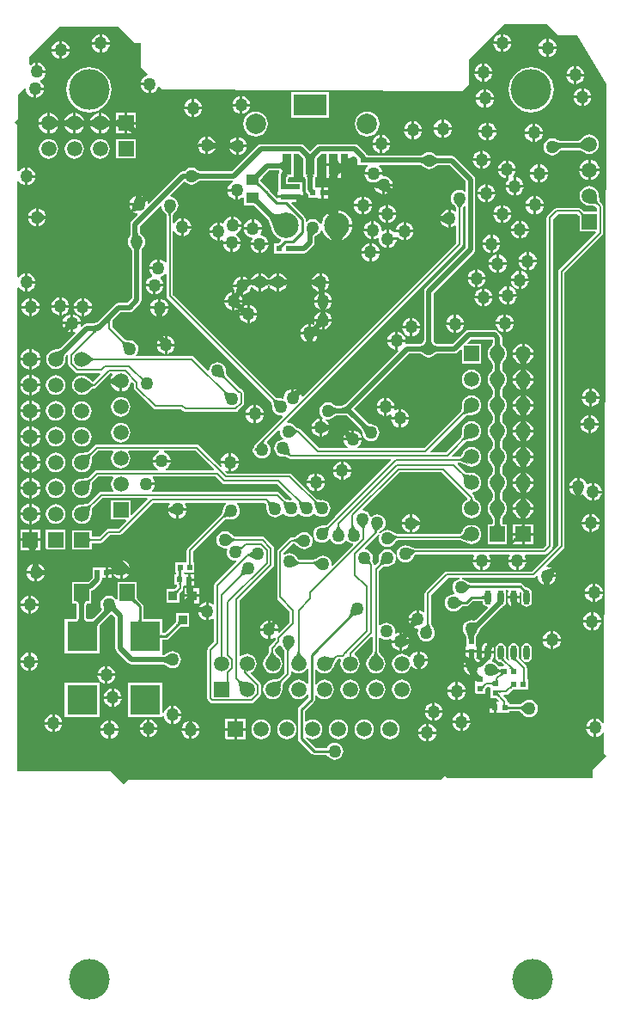
<source format=gbl>
G04*
G04 #@! TF.GenerationSoftware,Altium Limited,Altium Designer,19.0.12 (326)*
G04*
G04 Layer_Physical_Order=2*
G04 Layer_Color=16711680*
%FSLAX25Y25*%
%MOIN*%
G70*
G01*
G75*
%ADD12C,0.01000*%
%ADD23R,0.02000X0.02362*%
%ADD24R,0.02362X0.02000*%
%ADD56C,0.00800*%
%ADD57C,0.02000*%
%ADD59C,0.01500*%
%ADD60R,0.05906X0.05906*%
%ADD61C,0.05906*%
%ADD62R,0.05906X0.05906*%
%ADD63C,0.09843*%
%ADD64C,0.07874*%
%ADD65C,0.15748*%
%ADD66C,0.05000*%
%ADD67R,0.05984X0.06787*%
%ADD68R,0.11811X0.11811*%
%ADD69O,0.02362X0.05709*%
%ADD70R,0.05000X0.03937*%
%ADD71R,0.03543X0.03740*%
%ADD72R,0.03543X0.03740*%
%ADD73R,0.12795X0.08465*%
%ADD74R,0.03543X0.08465*%
%ADD75C,0.03000*%
G36*
X211024Y395079D02*
X218504D01*
X229660Y376083D01*
X228877Y128567D01*
X228782Y128517D01*
X228377Y128437D01*
X227890Y129071D01*
X227159Y129632D01*
X226307Y129985D01*
X225894Y130039D01*
Y126575D01*
Y123110D01*
X226307Y123165D01*
X227159Y123518D01*
X227890Y124079D01*
X228365Y124697D01*
X228864Y124568D01*
X228839Y116437D01*
X229724Y115551D01*
X224606Y110433D01*
Y107087D01*
X167895D01*
X167009Y107972D01*
X165533Y106496D01*
X44193D01*
X42421Y104724D01*
X37500Y109646D01*
X1280D01*
Y297206D01*
X1780Y297376D01*
X2228Y296791D01*
X2959Y296230D01*
X3811Y295878D01*
X4224Y295823D01*
Y299288D01*
Y302752D01*
X3811Y302697D01*
X2959Y302345D01*
X2228Y301784D01*
X1780Y301199D01*
X1280Y301369D01*
Y338273D01*
X1780Y338443D01*
X2228Y337858D01*
X2959Y337297D01*
X3811Y336944D01*
X4224Y336890D01*
Y340354D01*
Y343819D01*
X3811Y343764D01*
X2959Y343412D01*
X2228Y342851D01*
X1780Y342266D01*
X1280Y342436D01*
Y360335D01*
X197Y361417D01*
X1476Y362697D01*
Y372047D01*
X3999Y374570D01*
X4447Y374348D01*
X4442Y374311D01*
X4563Y373397D01*
X4915Y372546D01*
X5476Y371815D01*
X6207Y371254D01*
X7059Y370901D01*
X7472Y370847D01*
Y374311D01*
X7972D01*
Y374811D01*
X11437D01*
X11382Y375225D01*
X11030Y376076D01*
X10469Y376807D01*
X10065Y377117D01*
X10141Y377689D01*
X10525Y377848D01*
X11256Y378409D01*
X11817Y379140D01*
X12170Y379992D01*
X12224Y380405D01*
X8760D01*
Y380906D01*
X8260D01*
Y384370D01*
X7846Y384315D01*
X6995Y383963D01*
X6406Y383511D01*
X5906Y383705D01*
Y386614D01*
X17815Y398524D01*
X40256D01*
X46654Y392126D01*
X49200D01*
Y382395D01*
X51640Y379955D01*
X51468Y379419D01*
X50794Y379140D01*
X50063Y378579D01*
X49502Y377848D01*
X49149Y376996D01*
X49095Y376583D01*
X52559D01*
Y376083D01*
X53059D01*
Y372618D01*
X53473Y372673D01*
X54324Y373025D01*
X55055Y373587D01*
X55616Y374318D01*
X55896Y374992D01*
X56431Y375164D01*
X57480Y374114D01*
X171850Y373228D01*
X173721D01*
X176575Y376083D01*
Y385728D01*
X190256Y399410D01*
X206693D01*
X211024Y395079D01*
D02*
G37*
%LPC*%
G36*
X189870Y395590D02*
Y392626D01*
X192834D01*
X192780Y393040D01*
X192427Y393891D01*
X191866Y394622D01*
X191135Y395183D01*
X190284Y395536D01*
X189870Y395590D01*
D02*
G37*
G36*
X188870D02*
X188456Y395536D01*
X187605Y395183D01*
X186874Y394622D01*
X186313Y393891D01*
X185960Y393040D01*
X185906Y392626D01*
X188870D01*
Y395590D01*
D02*
G37*
G36*
X34063Y395393D02*
Y392429D01*
X37027D01*
X36973Y392843D01*
X36620Y393694D01*
X36059Y394425D01*
X35328Y394986D01*
X34477Y395339D01*
X34063Y395393D01*
D02*
G37*
G36*
X33063D02*
X32649Y395339D01*
X31798Y394986D01*
X31067Y394425D01*
X30506Y393694D01*
X30153Y392843D01*
X30099Y392429D01*
X33063D01*
Y395393D01*
D02*
G37*
G36*
X207488Y393622D02*
Y390657D01*
X210453D01*
X210398Y391071D01*
X210045Y391923D01*
X209484Y392654D01*
X208753Y393215D01*
X207902Y393567D01*
X207488Y393622D01*
D02*
G37*
G36*
X206488D02*
X206075Y393567D01*
X205223Y393215D01*
X204492Y392654D01*
X203931Y391923D01*
X203578Y391071D01*
X203524Y390657D01*
X206488D01*
Y393622D01*
D02*
G37*
G36*
X18512Y392834D02*
Y389870D01*
X21476D01*
X21422Y390284D01*
X21069Y391135D01*
X20508Y391866D01*
X19777Y392427D01*
X18925Y392780D01*
X18512Y392834D01*
D02*
G37*
G36*
X17512D02*
X17098Y392780D01*
X16247Y392427D01*
X15516Y391866D01*
X14955Y391135D01*
X14602Y390284D01*
X14547Y389870D01*
X17512D01*
Y392834D01*
D02*
G37*
G36*
X192834Y391626D02*
X189870D01*
Y388662D01*
X190284Y388716D01*
X191135Y389069D01*
X191866Y389630D01*
X192427Y390361D01*
X192780Y391212D01*
X192834Y391626D01*
D02*
G37*
G36*
X188870D02*
X185906D01*
X185960Y391212D01*
X186313Y390361D01*
X186874Y389630D01*
X187605Y389069D01*
X188456Y388716D01*
X188870Y388662D01*
Y391626D01*
D02*
G37*
G36*
X37027Y391429D02*
X34063D01*
Y388465D01*
X34477Y388519D01*
X35328Y388872D01*
X36059Y389433D01*
X36620Y390164D01*
X36973Y391016D01*
X37027Y391429D01*
D02*
G37*
G36*
X33063D02*
X30099D01*
X30153Y391016D01*
X30506Y390164D01*
X31067Y389433D01*
X31798Y388872D01*
X32649Y388519D01*
X33063Y388465D01*
Y391429D01*
D02*
G37*
G36*
X210453Y389657D02*
X207488D01*
Y386693D01*
X207902Y386748D01*
X208753Y387100D01*
X209484Y387661D01*
X210045Y388392D01*
X210398Y389244D01*
X210453Y389657D01*
D02*
G37*
G36*
X206488D02*
X203524D01*
X203578Y389244D01*
X203931Y388392D01*
X204492Y387661D01*
X205223Y387100D01*
X206075Y386748D01*
X206488Y386693D01*
Y389657D01*
D02*
G37*
G36*
X21476Y388870D02*
X18512D01*
Y385906D01*
X18925Y385960D01*
X19777Y386313D01*
X20508Y386874D01*
X21069Y387605D01*
X21422Y388456D01*
X21476Y388870D01*
D02*
G37*
G36*
X17512D02*
X14547D01*
X14602Y388456D01*
X14955Y387605D01*
X15516Y386874D01*
X16247Y386313D01*
X17098Y385960D01*
X17512Y385906D01*
Y388870D01*
D02*
G37*
G36*
X9260Y384370D02*
Y381405D01*
X12224D01*
X12170Y381819D01*
X11817Y382671D01*
X11256Y383402D01*
X10525Y383963D01*
X9674Y384315D01*
X9260Y384370D01*
D02*
G37*
G36*
X182587Y384075D02*
Y381110D01*
X185551D01*
X185496Y381524D01*
X185144Y382375D01*
X184583Y383106D01*
X183852Y383667D01*
X183000Y384020D01*
X182587Y384075D01*
D02*
G37*
G36*
X181587D02*
X181173Y384020D01*
X180322Y383667D01*
X179590Y383106D01*
X179029Y382375D01*
X178677Y381524D01*
X178622Y381110D01*
X181587D01*
Y384075D01*
D02*
G37*
G36*
X218216Y383090D02*
Y380126D01*
X221181D01*
X221127Y380540D01*
X220774Y381391D01*
X220213Y382122D01*
X219482Y382683D01*
X218630Y383036D01*
X218216Y383090D01*
D02*
G37*
G36*
X217216D02*
X216803Y383036D01*
X215951Y382683D01*
X215220Y382122D01*
X214659Y381391D01*
X214307Y380540D01*
X214252Y380126D01*
X217216D01*
Y383090D01*
D02*
G37*
G36*
X185551Y380110D02*
X182587D01*
Y377146D01*
X183000Y377200D01*
X183852Y377553D01*
X184583Y378114D01*
X185144Y378845D01*
X185496Y379697D01*
X185551Y380110D01*
D02*
G37*
G36*
X181587D02*
X178622D01*
X178677Y379697D01*
X179029Y378845D01*
X179590Y378114D01*
X180322Y377553D01*
X181173Y377200D01*
X181587Y377146D01*
Y380110D01*
D02*
G37*
G36*
X221181Y379126D02*
X218216D01*
Y376162D01*
X218630Y376216D01*
X219482Y376569D01*
X220213Y377130D01*
X220774Y377861D01*
X221127Y378712D01*
X221181Y379126D01*
D02*
G37*
G36*
X217216D02*
X214252D01*
X214307Y378712D01*
X214659Y377861D01*
X215220Y377130D01*
X215951Y376569D01*
X216803Y376216D01*
X217216Y376162D01*
Y379126D01*
D02*
G37*
G36*
X52059Y375583D02*
X49095D01*
X49149Y375169D01*
X49502Y374318D01*
X50063Y373587D01*
X50794Y373025D01*
X51645Y372673D01*
X52059Y372618D01*
Y375583D01*
D02*
G37*
G36*
X220972Y374527D02*
Y371563D01*
X223937D01*
X223882Y371977D01*
X223530Y372828D01*
X222969Y373559D01*
X222237Y374120D01*
X221386Y374473D01*
X220972Y374527D01*
D02*
G37*
G36*
X219972D02*
X219559Y374473D01*
X218707Y374120D01*
X217976Y373559D01*
X217415Y372828D01*
X217062Y371977D01*
X217008Y371563D01*
X219972D01*
Y374527D01*
D02*
G37*
G36*
X183177Y374035D02*
Y371071D01*
X186142D01*
X186087Y371484D01*
X185734Y372336D01*
X185173Y373067D01*
X184442Y373628D01*
X183591Y373981D01*
X183177Y374035D01*
D02*
G37*
G36*
X182177D02*
X181764Y373981D01*
X180912Y373628D01*
X180181Y373067D01*
X179620Y372336D01*
X179267Y371484D01*
X179213Y371071D01*
X182177D01*
Y374035D01*
D02*
G37*
G36*
X11437Y373811D02*
X8472D01*
Y370847D01*
X8886Y370901D01*
X9737Y371254D01*
X10469Y371815D01*
X11030Y372546D01*
X11382Y373397D01*
X11437Y373811D01*
D02*
G37*
G36*
X88591Y371476D02*
Y368512D01*
X91555D01*
X91501Y368925D01*
X91148Y369777D01*
X90587Y370508D01*
X89856Y371069D01*
X89004Y371422D01*
X88591Y371476D01*
D02*
G37*
G36*
X87590D02*
X87177Y371422D01*
X86326Y371069D01*
X85594Y370508D01*
X85033Y369777D01*
X84681Y368925D01*
X84626Y368512D01*
X87590D01*
Y371476D01*
D02*
G37*
G36*
X223937Y370563D02*
X220972D01*
Y367599D01*
X221386Y367653D01*
X222237Y368006D01*
X222969Y368567D01*
X223530Y369298D01*
X223882Y370149D01*
X223937Y370563D01*
D02*
G37*
G36*
X219972D02*
X217008D01*
X217062Y370149D01*
X217415Y369298D01*
X217976Y368567D01*
X218707Y368006D01*
X219559Y367653D01*
X219972Y367599D01*
Y370563D01*
D02*
G37*
G36*
X69890Y370295D02*
Y367331D01*
X72854D01*
X72800Y367744D01*
X72447Y368596D01*
X71886Y369327D01*
X71155Y369888D01*
X70303Y370241D01*
X69890Y370295D01*
D02*
G37*
G36*
X68890D02*
X68476Y370241D01*
X67625Y369888D01*
X66894Y369327D01*
X66333Y368596D01*
X65980Y367744D01*
X65925Y367331D01*
X68890D01*
Y370295D01*
D02*
G37*
G36*
X186142Y370071D02*
X183177D01*
Y367107D01*
X183591Y367161D01*
X184442Y367514D01*
X185173Y368075D01*
X185734Y368806D01*
X186087Y369657D01*
X186142Y370071D01*
D02*
G37*
G36*
X182177D02*
X179213D01*
X179267Y369657D01*
X179620Y368806D01*
X180181Y368075D01*
X180912Y367514D01*
X181764Y367161D01*
X182177Y367107D01*
Y370071D01*
D02*
G37*
G36*
X28961Y382643D02*
X27261Y382475D01*
X25626Y381979D01*
X24119Y381174D01*
X22798Y380090D01*
X21714Y378769D01*
X20909Y377262D01*
X20413Y375627D01*
X20245Y373927D01*
X20413Y372226D01*
X20909Y370591D01*
X21714Y369084D01*
X22798Y367764D01*
X24119Y366680D01*
X25626Y365874D01*
X27261Y365378D01*
X28961Y365211D01*
X30662Y365378D01*
X32297Y365874D01*
X33804Y366680D01*
X35124Y367764D01*
X36209Y369084D01*
X37014Y370591D01*
X37510Y372226D01*
X37677Y373927D01*
X37510Y375627D01*
X37014Y377262D01*
X36209Y378769D01*
X35124Y380090D01*
X33804Y381174D01*
X32297Y381979D01*
X30662Y382475D01*
X28961Y382643D01*
D02*
G37*
G36*
X200615Y382643D02*
X198915Y382475D01*
X197280Y381979D01*
X195773Y381174D01*
X194452Y380090D01*
X193368Y378769D01*
X192562Y377262D01*
X192067Y375627D01*
X191899Y373927D01*
X192067Y372226D01*
X192562Y370591D01*
X193368Y369084D01*
X194452Y367764D01*
X195773Y366680D01*
X197280Y365874D01*
X198915Y365378D01*
X200615Y365211D01*
X202315Y365378D01*
X203950Y365874D01*
X205457Y366680D01*
X206778Y367764D01*
X207862Y369084D01*
X208667Y370591D01*
X209163Y372226D01*
X209331Y373927D01*
X209163Y375627D01*
X208667Y377262D01*
X207862Y378769D01*
X206778Y380090D01*
X205457Y381174D01*
X203950Y381979D01*
X202315Y382475D01*
X200615Y382643D01*
D02*
G37*
G36*
X91555Y367512D02*
X88591D01*
Y364547D01*
X89004Y364602D01*
X89856Y364955D01*
X90587Y365516D01*
X91148Y366247D01*
X91501Y367098D01*
X91555Y367512D01*
D02*
G37*
G36*
X87590D02*
X84626D01*
X84681Y367098D01*
X85033Y366247D01*
X85594Y365516D01*
X86326Y364955D01*
X87177Y364602D01*
X87590Y364547D01*
Y367512D01*
D02*
G37*
G36*
X72854Y366331D02*
X69890D01*
Y363366D01*
X70303Y363421D01*
X71155Y363773D01*
X71886Y364335D01*
X72447Y365066D01*
X72800Y365917D01*
X72854Y366331D01*
D02*
G37*
G36*
X68890D02*
X65925D01*
X65980Y365917D01*
X66333Y365066D01*
X66894Y364335D01*
X67625Y363773D01*
X68476Y363421D01*
X68890Y363366D01*
Y366331D01*
D02*
G37*
G36*
X121998Y373034D02*
X107602D01*
Y362969D01*
X121998D01*
Y373034D01*
D02*
G37*
G36*
X33800Y364887D02*
Y361466D01*
X35409D01*
Y363033D01*
X35621Y362830D01*
X35841Y362649D01*
X36068Y362489D01*
X36301Y362350D01*
X36542Y362233D01*
X36790Y362137D01*
X37044Y362062D01*
X37132Y362044D01*
X36753Y362960D01*
X36119Y363785D01*
X35293Y364419D01*
X34332Y364817D01*
X33800Y364887D01*
D02*
G37*
G36*
X23800D02*
Y361466D01*
X25409D01*
Y363033D01*
X25621Y362830D01*
X25841Y362649D01*
X26068Y362489D01*
X26301Y362350D01*
X26542Y362233D01*
X26790Y362137D01*
X27044Y362062D01*
X27132Y362044D01*
X26753Y362960D01*
X26119Y363785D01*
X25293Y364419D01*
X24332Y364817D01*
X23800Y364887D01*
D02*
G37*
G36*
X13800D02*
Y361466D01*
X15409D01*
Y363033D01*
X15621Y362830D01*
X15841Y362649D01*
X16068Y362489D01*
X16301Y362350D01*
X16542Y362233D01*
X16790Y362137D01*
X17044Y362062D01*
X17132Y362044D01*
X16753Y362960D01*
X16119Y363785D01*
X15293Y364419D01*
X14332Y364817D01*
X13800Y364887D01*
D02*
G37*
G36*
X47253Y364919D02*
X43800D01*
Y361466D01*
X47253D01*
Y364919D01*
D02*
G37*
G36*
X32800Y364887D02*
X32268Y364817D01*
X31307Y364419D01*
X30481Y363785D01*
X29847Y362960D01*
X29468Y362044D01*
X29556Y362062D01*
X29811Y362137D01*
X30058Y362233D01*
X30299Y362350D01*
X30532Y362489D01*
X30759Y362649D01*
X30979Y362830D01*
X31191Y363033D01*
Y361466D01*
X32800D01*
Y364887D01*
D02*
G37*
G36*
X22800D02*
X22268Y364817D01*
X21307Y364419D01*
X20481Y363785D01*
X19847Y362960D01*
X19468Y362044D01*
X19556Y362062D01*
X19811Y362137D01*
X20058Y362233D01*
X20299Y362350D01*
X20532Y362489D01*
X20759Y362649D01*
X20979Y362830D01*
X21191Y363033D01*
Y361466D01*
X22800D01*
Y364887D01*
D02*
G37*
G36*
X42800Y364919D02*
X39347D01*
Y362050D01*
X39385Y362056D01*
X39647Y362126D01*
X39868Y362216D01*
X40049Y362326D01*
X40190Y362456D01*
X40291Y362606D01*
X40351Y362776D01*
X40371Y362966D01*
Y361466D01*
X42800D01*
Y364919D01*
D02*
G37*
G36*
X12800Y364887D02*
X12268Y364817D01*
X11307Y364419D01*
X10481Y363785D01*
X9847Y362960D01*
X9449Y361998D01*
X9379Y361466D01*
X12800D01*
Y364887D01*
D02*
G37*
G36*
X166800Y362323D02*
Y359358D01*
X169764D01*
X169710Y359772D01*
X169357Y360623D01*
X168796Y361354D01*
X168065Y361915D01*
X167214Y362268D01*
X166800Y362323D01*
D02*
G37*
G36*
X165800D02*
X165386Y362268D01*
X164535Y361915D01*
X163804Y361354D01*
X163243Y360623D01*
X162890Y359772D01*
X162836Y359358D01*
X165800D01*
Y362323D01*
D02*
G37*
G36*
X42800Y360466D02*
X40371D01*
Y358966D01*
X40351Y359156D01*
X40291Y359326D01*
X40190Y359476D01*
X40049Y359606D01*
X39868Y359716D01*
X39647Y359806D01*
X39385Y359876D01*
X39347Y359882D01*
Y357013D01*
X42800D01*
Y360466D01*
D02*
G37*
G36*
X32800D02*
X31191D01*
Y358899D01*
X30979Y359102D01*
X30759Y359283D01*
X30532Y359443D01*
X30299Y359582D01*
X30058Y359699D01*
X29811Y359795D01*
X29556Y359870D01*
X29468Y359888D01*
X29847Y358973D01*
X30481Y358147D01*
X31307Y357513D01*
X32268Y357115D01*
X32800Y357045D01*
Y360466D01*
D02*
G37*
G36*
X22800D02*
X21191D01*
Y358899D01*
X20979Y359102D01*
X20759Y359283D01*
X20532Y359443D01*
X20299Y359582D01*
X20058Y359699D01*
X19811Y359795D01*
X19556Y359870D01*
X19468Y359888D01*
X19847Y358973D01*
X20481Y358147D01*
X21307Y357513D01*
X22268Y357115D01*
X22800Y357045D01*
Y360466D01*
D02*
G37*
G36*
X155233Y361697D02*
Y358733D01*
X158197D01*
X158142Y359147D01*
X157790Y359998D01*
X157229Y360729D01*
X156498Y361290D01*
X155646Y361643D01*
X155233Y361697D01*
D02*
G37*
G36*
X154233D02*
X153819Y361643D01*
X152968Y361290D01*
X152236Y360729D01*
X151675Y359998D01*
X151323Y359147D01*
X151268Y358733D01*
X154233D01*
Y361697D01*
D02*
G37*
G36*
X47253Y360466D02*
X46071D01*
Y360302D01*
X46128Y360062D01*
X46241Y359793D01*
X46411Y359496D01*
X46637Y359171D01*
X46920Y358817D01*
X47253Y358458D01*
Y360466D01*
D02*
G37*
G36*
X45853D02*
X43800D01*
Y358413D01*
X45853Y360466D01*
D02*
G37*
G36*
X184063Y361240D02*
Y358276D01*
X187027D01*
X186973Y358689D01*
X186620Y359541D01*
X186059Y360272D01*
X185328Y360833D01*
X184477Y361186D01*
X184063Y361240D01*
D02*
G37*
G36*
X183063D02*
X182649Y361186D01*
X181798Y360833D01*
X181067Y360272D01*
X180506Y359541D01*
X180153Y358689D01*
X180099Y358276D01*
X183063D01*
Y361240D01*
D02*
G37*
G36*
X202173Y360748D02*
Y357784D01*
X205138D01*
X205083Y358197D01*
X204731Y359049D01*
X204170Y359780D01*
X203438Y360341D01*
X202587Y360693D01*
X202173Y360748D01*
D02*
G37*
G36*
X201173D02*
X200760Y360693D01*
X199908Y360341D01*
X199177Y359780D01*
X198616Y359049D01*
X198263Y358197D01*
X198209Y357784D01*
X201173D01*
Y360748D01*
D02*
G37*
G36*
X35409Y360466D02*
X33800D01*
Y357045D01*
X34332Y357115D01*
X35293Y357513D01*
X36119Y358147D01*
X36753Y358973D01*
X37132Y359888D01*
X37044Y359870D01*
X36790Y359795D01*
X36542Y359699D01*
X36301Y359582D01*
X36068Y359443D01*
X35841Y359283D01*
X35621Y359102D01*
X35409Y358899D01*
Y360466D01*
D02*
G37*
G36*
X25409D02*
X23800D01*
Y357045D01*
X24332Y357115D01*
X25293Y357513D01*
X26119Y358147D01*
X26753Y358973D01*
X27132Y359888D01*
X27044Y359870D01*
X26790Y359795D01*
X26542Y359699D01*
X26301Y359582D01*
X26068Y359443D01*
X25841Y359283D01*
X25621Y359102D01*
X25409Y358899D01*
Y360466D01*
D02*
G37*
G36*
X15409D02*
X13800D01*
Y357045D01*
X14332Y357115D01*
X15293Y357513D01*
X16119Y358147D01*
X16753Y358973D01*
X17132Y359888D01*
X17044Y359870D01*
X16790Y359795D01*
X16542Y359699D01*
X16301Y359582D01*
X16068Y359443D01*
X15841Y359283D01*
X15621Y359102D01*
X15409Y358899D01*
Y360466D01*
D02*
G37*
G36*
X12800D02*
X9379D01*
X9449Y359934D01*
X9847Y358973D01*
X10481Y358147D01*
X11307Y357513D01*
X12268Y357115D01*
X12800Y357045D01*
Y360466D01*
D02*
G37*
G36*
X47253Y357623D02*
X46643Y357013D01*
X47253D01*
Y357623D01*
D02*
G37*
G36*
X43964Y358195D02*
X43800D01*
Y357013D01*
X45823D01*
X45095Y357629D01*
X44770Y357856D01*
X44473Y358025D01*
X44204Y358138D01*
X43964Y358195D01*
D02*
G37*
G36*
X136954Y365429D02*
X135717Y365266D01*
X134565Y364789D01*
X133575Y364030D01*
X132816Y363040D01*
X132339Y361888D01*
X132176Y360651D01*
X132339Y359415D01*
X132816Y358262D01*
X133575Y357273D01*
X134565Y356513D01*
X135717Y356036D01*
X136954Y355873D01*
X138190Y356036D01*
X139342Y356513D01*
X140332Y357273D01*
X141091Y358262D01*
X141569Y359415D01*
X141732Y360651D01*
X141569Y361888D01*
X141091Y363040D01*
X140332Y364030D01*
X139342Y364789D01*
X138190Y365266D01*
X136954Y365429D01*
D02*
G37*
G36*
X93646D02*
X92410Y365266D01*
X91258Y364789D01*
X90268Y364030D01*
X89509Y363040D01*
X89031Y361888D01*
X88868Y360651D01*
X89031Y359415D01*
X89509Y358262D01*
X90268Y357273D01*
X91258Y356513D01*
X92410Y356036D01*
X93646Y355873D01*
X94883Y356036D01*
X96035Y356513D01*
X97025Y357273D01*
X97784Y358262D01*
X98261Y359415D01*
X98424Y360651D01*
X98261Y361888D01*
X97784Y363040D01*
X97025Y364030D01*
X96035Y364789D01*
X94883Y365266D01*
X93646Y365429D01*
D02*
G37*
G36*
X169764Y358358D02*
X166800D01*
Y355394D01*
X167214Y355448D01*
X168065Y355801D01*
X168796Y356362D01*
X169357Y357093D01*
X169710Y357945D01*
X169764Y358358D01*
D02*
G37*
G36*
X165800D02*
X162836D01*
X162890Y357945D01*
X163243Y357093D01*
X163804Y356362D01*
X164535Y355801D01*
X165386Y355448D01*
X165800Y355394D01*
Y358358D01*
D02*
G37*
G36*
X158197Y357733D02*
X155233D01*
Y354769D01*
X155646Y354823D01*
X156498Y355176D01*
X157229Y355737D01*
X157790Y356468D01*
X158142Y357319D01*
X158197Y357733D01*
D02*
G37*
G36*
X154233D02*
X151268D01*
X151323Y357319D01*
X151675Y356468D01*
X152236Y355737D01*
X152968Y355176D01*
X153819Y354823D01*
X154233Y354769D01*
Y357733D01*
D02*
G37*
G36*
X187027Y357276D02*
X184063D01*
Y354311D01*
X184477Y354366D01*
X185328Y354718D01*
X186059Y355279D01*
X186620Y356011D01*
X186973Y356862D01*
X187027Y357276D01*
D02*
G37*
G36*
X183063D02*
X180099D01*
X180153Y356862D01*
X180506Y356011D01*
X181067Y355279D01*
X181798Y354718D01*
X182649Y354366D01*
X183063Y354311D01*
Y357276D01*
D02*
G37*
G36*
X223154Y356610D02*
X222175Y356481D01*
X221262Y356102D01*
X220478Y355501D01*
X220104Y355014D01*
X220059Y354974D01*
X219914Y354778D01*
X219785Y354634D01*
X219651Y354511D01*
X219513Y354407D01*
X219369Y354321D01*
X219216Y354251D01*
X219052Y354195D01*
X218874Y354154D01*
X218755Y354138D01*
X211864D01*
X211851Y354138D01*
X211673Y354160D01*
X211494Y354192D01*
X211326Y354232D01*
X211168Y354279D01*
X211018Y354334D01*
X210876Y354397D01*
X210743Y354468D01*
X210592Y354560D01*
X210576Y354566D01*
X210449Y354664D01*
X209646Y354996D01*
X208784Y355110D01*
X207923Y354996D01*
X207120Y354664D01*
X206431Y354135D01*
X205902Y353445D01*
X205569Y352642D01*
X205456Y351781D01*
X205569Y350920D01*
X205902Y350117D01*
X206431Y349427D01*
X207120Y348899D01*
X207923Y348566D01*
X208784Y348453D01*
X209646Y348566D01*
X210449Y348899D01*
X211138Y349427D01*
X211536Y349946D01*
X211560Y349968D01*
X211647Y350090D01*
X211651Y350096D01*
X211718Y350171D01*
X211794Y350237D01*
X211878Y350296D01*
X211975Y350348D01*
X212088Y350393D01*
X212220Y350432D01*
X212371Y350461D01*
X212430Y350467D01*
X219187D01*
X219279Y350458D01*
X219489Y350423D01*
X219699Y350373D01*
X219910Y350309D01*
X220120Y350230D01*
X220331Y350135D01*
X220544Y350024D01*
X220757Y349897D01*
X220989Y349741D01*
X221032Y349722D01*
X221262Y349546D01*
X222175Y349168D01*
X223154Y349039D01*
X224134Y349168D01*
X225047Y349546D01*
X225831Y350148D01*
X226432Y350932D01*
X226811Y351845D01*
X226940Y352824D01*
X226811Y353804D01*
X226432Y354717D01*
X225831Y355501D01*
X225047Y356102D01*
X224134Y356481D01*
X223154Y356610D01*
D02*
G37*
G36*
X205138Y356784D02*
X202173D01*
Y353819D01*
X202587Y353873D01*
X203438Y354226D01*
X204170Y354787D01*
X204731Y355518D01*
X205083Y356370D01*
X205138Y356784D01*
D02*
G37*
G36*
X201173D02*
X198209D01*
X198263Y356370D01*
X198616Y355518D01*
X199177Y354787D01*
X199908Y354226D01*
X200760Y353873D01*
X201173Y353819D01*
Y356784D01*
D02*
G37*
G36*
X142921Y356417D02*
Y353453D01*
X145886D01*
X145831Y353866D01*
X145478Y354718D01*
X144918Y355449D01*
X144186Y356010D01*
X143335Y356363D01*
X142921Y356417D01*
D02*
G37*
G36*
X141921D02*
X141508Y356363D01*
X140656Y356010D01*
X139925Y355449D01*
X139364Y354718D01*
X139011Y353866D01*
X138957Y353453D01*
X141921D01*
Y356417D01*
D02*
G37*
G36*
X75229Y355836D02*
Y352872D01*
X76547D01*
X76615Y354013D01*
X76758Y353863D01*
X76913Y353729D01*
X77080Y353611D01*
X77259Y353508D01*
X77449Y353421D01*
X77652Y353350D01*
X77866Y353295D01*
X78092Y353256D01*
X78144Y353250D01*
X78139Y353285D01*
X77786Y354137D01*
X77225Y354868D01*
X76494Y355429D01*
X75643Y355782D01*
X75229Y355836D01*
D02*
G37*
G36*
X74229D02*
X73815Y355782D01*
X72964Y355429D01*
X72233Y354868D01*
X71672Y354137D01*
X71319Y353285D01*
X71265Y352874D01*
X71390Y352878D01*
X71562Y352899D01*
X71724Y352934D01*
X71874Y352983D01*
X72012Y353045D01*
X72139Y353121D01*
X72255Y353212D01*
X72359Y353316D01*
X72452Y353434D01*
X72533Y353566D01*
Y352893D01*
X73741Y352973D01*
X73870Y353004D01*
X73963Y353040D01*
X74023Y353079D01*
Y352872D01*
X74229D01*
Y355836D01*
D02*
G37*
G36*
X87237Y355541D02*
Y352576D01*
X90201D01*
X90147Y352990D01*
X89794Y353841D01*
X89233Y354573D01*
X88502Y355134D01*
X87651Y355486D01*
X87237Y355541D01*
D02*
G37*
G36*
X86237D02*
X85823Y355486D01*
X84972Y355134D01*
X84241Y354573D01*
X83680Y353841D01*
X83433Y353246D01*
X83502Y353252D01*
X83731Y353287D01*
X83950Y353337D01*
X84159Y353400D01*
X84358Y353478D01*
X84548Y353569D01*
X84728Y353675D01*
X84898Y353795D01*
X85058Y353929D01*
X84978Y352576D01*
X86237D01*
Y355541D01*
D02*
G37*
G36*
X74229Y351872D02*
X74023D01*
Y351664D01*
X73963Y351704D01*
X73870Y351739D01*
X73741Y351770D01*
X73577Y351797D01*
X73145Y351838D01*
X72533Y351859D01*
Y351177D01*
X72452Y351309D01*
X72359Y351427D01*
X72255Y351531D01*
X72139Y351622D01*
X72012Y351698D01*
X71874Y351761D01*
X71724Y351809D01*
X71562Y351844D01*
X71440Y351858D01*
X71414Y351809D01*
X71386Y351745D01*
X71361Y351676D01*
X71339Y351602D01*
X71321Y351523D01*
X71315Y351488D01*
X71319Y351458D01*
X71672Y350606D01*
X72233Y349875D01*
X72964Y349314D01*
X73815Y348962D01*
X74229Y348907D01*
Y351872D01*
D02*
G37*
G36*
X86237Y351576D02*
X84919D01*
X84851Y350435D01*
X84708Y350585D01*
X84553Y350719D01*
X84386Y350837D01*
X84207Y350940D01*
X84017Y351027D01*
X83814Y351098D01*
X83600Y351153D01*
X83374Y351192D01*
X83323Y351198D01*
X83327Y351163D01*
X83680Y350311D01*
X84241Y349580D01*
X84972Y349019D01*
X85823Y348666D01*
X86237Y348612D01*
Y351576D01*
D02*
G37*
G36*
X132030Y352798D02*
X118372D01*
X117669Y352658D01*
X117074Y352261D01*
X115602Y350788D01*
X115232Y350445D01*
X114922Y350197D01*
X114800Y350111D01*
X114687Y350190D01*
X114094Y350693D01*
X112526Y352261D01*
X111931Y352658D01*
X111228Y352798D01*
X95668D01*
X94966Y352658D01*
X94371Y352261D01*
X84411Y342301D01*
X72253D01*
X72209Y342305D01*
X72040Y342333D01*
X71884Y342371D01*
X71741Y342418D01*
X71609Y342474D01*
X71488Y342538D01*
X71374Y342611D01*
X71269Y342694D01*
X71203Y342755D01*
X71154Y342820D01*
X70464Y343349D01*
X69661Y343681D01*
X68800Y343794D01*
X67939Y343681D01*
X67136Y343349D01*
X66446Y342820D01*
X66049Y342301D01*
X65538D01*
X64836Y342162D01*
X64240Y341764D01*
X52289Y329813D01*
X51761Y329992D01*
X51710Y330380D01*
X51403Y331120D01*
X51365Y331074D01*
X51231Y330887D01*
X51114Y330697D01*
X51017Y330503D01*
X50937Y330307D01*
X50875Y330107D01*
X50832Y329905D01*
X50807Y329700D01*
X50800Y329491D01*
X49040Y331251D01*
X48800D01*
Y329466D01*
X48300D01*
Y328966D01*
X47801D01*
X48301Y328466D01*
X48204Y328453D01*
X48090Y328412D01*
X47958Y328345D01*
X47807Y328251D01*
X47638Y328130D01*
X47349Y327892D01*
X48275Y326966D01*
X47910Y326964D01*
X47256Y326921D01*
X46968Y326881D01*
X46705Y326829D01*
X46468Y326763D01*
X46257Y326686D01*
X46206Y326661D01*
X46535Y326409D01*
X47386Y326056D01*
X47774Y326005D01*
X47954Y325477D01*
X45599Y323123D01*
X45201Y322528D01*
X45062Y321825D01*
Y319563D01*
X45062Y319560D01*
X45062Y319557D01*
X45091Y319414D01*
Y318045D01*
X45068Y317798D01*
X45039Y317628D01*
X45001Y317458D01*
X44955Y317297D01*
X44901Y317145D01*
X44840Y317002D01*
X44772Y316866D01*
X44687Y316721D01*
X44618Y316630D01*
X44285Y315827D01*
X44172Y314966D01*
X44285Y314105D01*
X44618Y313302D01*
X45146Y312613D01*
X45211Y312563D01*
X45272Y312497D01*
X45355Y312391D01*
X45428Y312279D01*
X45492Y312157D01*
X45548Y312025D01*
X45595Y311882D01*
X45633Y311726D01*
X45661Y311557D01*
X45665Y311513D01*
Y293026D01*
X43940Y291301D01*
X40442D01*
X39740Y291162D01*
X39145Y290764D01*
X35502Y287121D01*
X35502Y287121D01*
X32570Y284189D01*
X32368Y284028D01*
X32110Y283852D01*
X31844Y283701D01*
X31569Y283574D01*
X31285Y283470D01*
X30990Y283388D01*
X30683Y283330D01*
X30426Y283301D01*
X28028D01*
X27326Y283162D01*
X26731Y282764D01*
X26061Y282095D01*
X25638Y282378D01*
X25710Y282552D01*
X25764Y282966D01*
X22800D01*
Y280002D01*
X23214Y280056D01*
X23388Y280129D01*
X23672Y279705D01*
X17734Y273767D01*
X17646Y273698D01*
X17480Y273588D01*
X17307Y273494D01*
X17127Y273414D01*
X16938Y273349D01*
X16738Y273298D01*
X16527Y273262D01*
X16303Y273240D01*
X16140Y273236D01*
X16028Y273251D01*
X15049Y273122D01*
X14136Y272744D01*
X13352Y272143D01*
X12750Y271359D01*
X12372Y270446D01*
X12243Y269466D01*
X12372Y268486D01*
X12750Y267573D01*
X13352Y266790D01*
X14136Y266188D01*
X15049Y265810D01*
X16028Y265681D01*
X17008Y265810D01*
X17921Y266188D01*
X18705Y266790D01*
X19306Y267573D01*
X19684Y268486D01*
X19814Y269466D01*
X19799Y269577D01*
X19803Y269741D01*
X19824Y269965D01*
X19861Y270176D01*
X19911Y270376D01*
X19977Y270565D01*
X20056Y270745D01*
X20150Y270917D01*
X20260Y271083D01*
X20330Y271172D01*
X20402Y271244D01*
X20621Y271196D01*
X20890Y271025D01*
Y267697D01*
X20983Y267229D01*
X20983Y267229D01*
X20983Y267229D01*
X21090Y267069D01*
X21248Y266832D01*
X23681Y264399D01*
X24078Y264134D01*
X24078Y264134D01*
X24334Y264083D01*
X24546Y264041D01*
X33160D01*
X33367Y263541D01*
X30574Y260748D01*
X30465Y260800D01*
X30268Y260917D01*
X30048Y261068D01*
X29815Y261250D01*
X29268Y261742D01*
X29024Y261987D01*
X28943Y262094D01*
X28159Y262695D01*
X27246Y263073D01*
X26266Y263202D01*
X25287Y263073D01*
X24374Y262695D01*
X23590Y262094D01*
X22988Y261310D01*
X22610Y260397D01*
X22481Y259417D01*
X22610Y258437D01*
X22988Y257524D01*
X23590Y256741D01*
X24374Y256139D01*
X25287Y255761D01*
X26266Y255632D01*
X27246Y255761D01*
X28159Y256139D01*
X28943Y256741D01*
X29024Y256847D01*
X29268Y257092D01*
X29815Y257584D01*
X30048Y257766D01*
X30268Y257917D01*
X30465Y258034D01*
X30636Y258116D01*
X30777Y258167D01*
X30886Y258192D01*
X30900Y258194D01*
X30974D01*
X31025Y258204D01*
X31030Y258204D01*
X31036Y258206D01*
X31442Y258287D01*
X31839Y258552D01*
X37182Y263895D01*
X37935D01*
X38182Y263395D01*
X37847Y262960D01*
X37449Y261998D01*
X37428Y261840D01*
X37665Y261927D01*
X37916Y262045D01*
X38169Y262190D01*
X38423Y262361D01*
X38677Y262559D01*
X38934Y262783D01*
X39191Y263033D01*
Y261466D01*
X41300D01*
Y260966D01*
X41800D01*
Y257045D01*
X42332Y257115D01*
X43293Y257513D01*
X44119Y258147D01*
X44753Y258973D01*
X45151Y259934D01*
X45223Y260479D01*
X45751Y260658D01*
X46376Y260032D01*
Y258434D01*
X46470Y257965D01*
X46735Y257568D01*
X53838Y250465D01*
X54235Y250200D01*
X54703Y250107D01*
X64767D01*
X65492Y249381D01*
X65690Y249249D01*
X65889Y249116D01*
X65889Y249116D01*
X65889Y249116D01*
X66070Y249080D01*
X66357Y249023D01*
X85833D01*
X86301Y249116D01*
X86698Y249381D01*
X88865Y251549D01*
X89130Y251946D01*
X89223Y252414D01*
Y256297D01*
X89130Y256766D01*
X88865Y257163D01*
X88397Y257631D01*
X88000Y257896D01*
X87637Y257968D01*
X82536Y263070D01*
X82493Y263138D01*
X82441Y263243D01*
X82389Y263384D01*
X82341Y263560D01*
X82299Y263770D01*
X82266Y264005D01*
X82227Y264605D01*
X82225Y264872D01*
X82238Y264966D01*
X82125Y265827D01*
X81792Y266630D01*
X81263Y267320D01*
X80574Y267849D01*
X79771Y268181D01*
X78909Y268295D01*
X78048Y268181D01*
X77245Y267849D01*
X76556Y267320D01*
X76027Y266630D01*
X75694Y265827D01*
X75597Y265087D01*
X75136Y264840D01*
X69694Y270282D01*
X69297Y270547D01*
X68829Y270641D01*
X47314D01*
X47206Y270957D01*
X47175Y271141D01*
X47682Y271802D01*
X48015Y272605D01*
X48129Y273466D01*
X48015Y274327D01*
X47682Y275130D01*
X47154Y275820D01*
X46464Y276349D01*
X45662Y276681D01*
X44800Y276795D01*
X44706Y276782D01*
X44439Y276784D01*
X43839Y276823D01*
X43604Y276856D01*
X43394Y276898D01*
X43218Y276946D01*
X43077Y276998D01*
X42971Y277049D01*
X42904Y277093D01*
X38023Y281973D01*
Y283378D01*
X38042Y283850D01*
X38086Y284305D01*
X38111Y284457D01*
X38136Y284564D01*
X41203Y287631D01*
X44700D01*
X45402Y287771D01*
X45998Y288168D01*
X48798Y290968D01*
X49196Y291564D01*
X49335Y292266D01*
Y311513D01*
X49339Y311557D01*
X49367Y311726D01*
X49405Y311882D01*
X49452Y312025D01*
X49508Y312157D01*
X49572Y312279D01*
X49645Y312391D01*
X49728Y312497D01*
X49789Y312563D01*
X49854Y312613D01*
X50383Y313302D01*
X50715Y314105D01*
X50828Y314966D01*
X50715Y315827D01*
X50383Y316630D01*
X49854Y317320D01*
X49164Y317849D01*
X49132Y317862D01*
X49128Y317865D01*
X49053Y317930D01*
X48988Y318001D01*
X48931Y318082D01*
X48880Y318175D01*
X48835Y318285D01*
X48797Y318414D01*
X48768Y318564D01*
X48761Y318623D01*
Y319534D01*
X48761Y319537D01*
X48761Y319541D01*
X48732Y319684D01*
Y321065D01*
X56508Y328840D01*
X57035Y328661D01*
X57085Y328286D01*
X57417Y327483D01*
X57946Y326794D01*
X58022Y326735D01*
X58209Y326546D01*
X58606Y326094D01*
X58749Y325905D01*
X58868Y325726D01*
X58958Y325567D01*
X59021Y325431D01*
X59059Y325321D01*
X59076Y325242D01*
Y307034D01*
X58577Y306865D01*
X58303Y307221D01*
X57572Y307782D01*
X56721Y308134D01*
X56307Y308189D01*
Y304724D01*
X55807D01*
Y304224D01*
X52343D01*
X52397Y303811D01*
X52750Y302959D01*
X53311Y302228D01*
X53545Y302048D01*
X53530Y301785D01*
X53432Y301505D01*
X52664Y301187D01*
X51933Y300626D01*
X51372Y299895D01*
X51019Y299044D01*
X50965Y298630D01*
X57894D01*
X57839Y299044D01*
X57486Y299895D01*
X56925Y300626D01*
X56691Y300806D01*
X56706Y301069D01*
X56804Y301349D01*
X57572Y301667D01*
X58303Y302228D01*
X58577Y302584D01*
X59076Y302414D01*
Y293966D01*
X59170Y293498D01*
X59435Y293101D01*
X99673Y252862D01*
X99717Y252795D01*
X99768Y252689D01*
X99820Y252548D01*
X99868Y252372D01*
X99910Y252162D01*
X99943Y251927D01*
X99982Y251327D01*
X99984Y251061D01*
X99971Y250966D01*
X100085Y250105D01*
X100417Y249302D01*
X100946Y248612D01*
X101636Y248083D01*
X102438Y247751D01*
X103300Y247638D01*
X103662Y247685D01*
X104199Y247263D01*
X104213Y247142D01*
X93982Y236912D01*
X93829Y236683D01*
X93814Y236667D01*
X93746Y236615D01*
X93217Y235926D01*
X92997Y235393D01*
X92730Y235126D01*
X92465Y234730D01*
X92372Y234261D01*
X92465Y233793D01*
X92730Y233396D01*
X92946Y233252D01*
X93217Y232597D01*
X93746Y231908D01*
X94436Y231379D01*
X95239Y231046D01*
X96100Y230933D01*
X96961Y231046D01*
X97764Y231379D01*
X98454Y231908D01*
X98983Y232597D01*
X99315Y233400D01*
X99428Y234261D01*
X99315Y235123D01*
X98983Y235926D01*
X98454Y236615D01*
X98114Y236876D01*
X98070Y237539D01*
X102538Y242007D01*
X103012Y241774D01*
X102971Y241466D01*
X103085Y240605D01*
X103418Y239802D01*
X103946Y239112D01*
X104378Y238781D01*
X104274Y238408D01*
X104199Y238289D01*
X103381Y238181D01*
X102578Y237849D01*
X101889Y237320D01*
X101360Y236630D01*
X101028Y235827D01*
X100914Y234966D01*
X101028Y234105D01*
X101360Y233302D01*
X101889Y232612D01*
X102578Y232084D01*
X103381Y231751D01*
X104243Y231638D01*
X104337Y231650D01*
X104603Y231648D01*
X105204Y231609D01*
X105438Y231576D01*
X105649Y231534D01*
X105825Y231486D01*
X105966Y231434D01*
X106071Y231383D01*
X106139Y231340D01*
X106277Y231201D01*
X106674Y230936D01*
X107143Y230843D01*
X146129D01*
X146321Y230381D01*
X121156Y205216D01*
X121089Y205173D01*
X120982Y205121D01*
X120839Y205067D01*
X120660Y205016D01*
X120446Y204971D01*
X120208Y204934D01*
X119601Y204885D01*
X119377Y204879D01*
X119300Y204889D01*
X118438Y204776D01*
X117636Y204443D01*
X116946Y203914D01*
X116418Y203225D01*
X116085Y202422D01*
X115972Y201561D01*
X116085Y200699D01*
X116418Y199896D01*
X116946Y199207D01*
X117636Y198678D01*
X118438Y198346D01*
X119300Y198232D01*
X120161Y198346D01*
X120964Y198678D01*
X121654Y199207D01*
X122148Y199852D01*
X122352Y199875D01*
X122697Y199833D01*
X122917Y199302D01*
X123446Y198612D01*
X124136Y198083D01*
X124938Y197751D01*
X125800Y197638D01*
X126662Y197751D01*
X127464Y198083D01*
X128154Y198612D01*
X128576Y199162D01*
X129036Y199227D01*
X129180Y199196D01*
X129446Y198849D01*
X130136Y198320D01*
X130938Y197987D01*
X131336Y197935D01*
X131515Y197407D01*
X123566Y189458D01*
X123092Y189691D01*
X123128Y189966D01*
X123015Y190828D01*
X122682Y191630D01*
X122154Y192320D01*
X121464Y192849D01*
X120661Y193181D01*
X119800Y193295D01*
X118939Y193181D01*
X118136Y192849D01*
X117983Y192731D01*
X117951Y192718D01*
X117951Y192718D01*
X117951Y192718D01*
X117625Y192503D01*
X117048Y192148D01*
X116565Y191891D01*
X116377Y191806D01*
X116213Y191743D01*
X116086Y191704D01*
X116016Y191690D01*
X110729D01*
X110654Y191707D01*
X110565Y191741D01*
X110461Y191797D01*
X110341Y191879D01*
X110208Y191992D01*
X110064Y192136D01*
X109910Y192314D01*
X109750Y192524D01*
X109691Y192611D01*
X109683Y192630D01*
X109636Y192691D01*
X109573Y192783D01*
X109541Y192814D01*
X109154Y193320D01*
X108464Y193849D01*
X107661Y194181D01*
X106800Y194295D01*
X105938Y194181D01*
X105136Y193849D01*
X104801Y193592D01*
X104346Y193802D01*
X104301Y194237D01*
X108000Y197936D01*
X108611D01*
X108690Y197918D01*
X108801Y197880D01*
X108937Y197817D01*
X109096Y197727D01*
X109274Y197608D01*
X109463Y197465D01*
X109915Y197068D01*
X110105Y196881D01*
X110163Y196806D01*
X110852Y196276D01*
X111655Y195944D01*
X112517Y195831D01*
X113378Y195944D01*
X114181Y196276D01*
X114870Y196806D01*
X115399Y197495D01*
X115732Y198298D01*
X115845Y199159D01*
X115732Y200021D01*
X115399Y200823D01*
X114870Y201513D01*
X114181Y202042D01*
X113378Y202374D01*
X112517Y202488D01*
X111655Y202374D01*
X110852Y202042D01*
X110163Y201513D01*
X110105Y201437D01*
X109915Y201250D01*
X109463Y200853D01*
X109274Y200710D01*
X109096Y200591D01*
X108937Y200501D01*
X108801Y200438D01*
X108690Y200400D01*
X108611Y200383D01*
X107493D01*
X107025Y200290D01*
X106628Y200024D01*
X102135Y195531D01*
X101870Y195134D01*
X101777Y194666D01*
Y177235D01*
X101870Y176767D01*
X102135Y176370D01*
X106811Y171694D01*
Y167440D01*
X102729Y163358D01*
X102305Y163642D01*
X102310Y163652D01*
X102364Y164066D01*
X99400D01*
Y161102D01*
X99814Y161156D01*
X100665Y161509D01*
X100905Y161693D01*
X101197Y161573D01*
X101376Y161425D01*
Y160497D01*
X99185Y158306D01*
X98920Y157909D01*
X98826Y157441D01*
Y156061D01*
X98826Y156060D01*
X98802Y155956D01*
X98750Y155809D01*
X98666Y155624D01*
X98547Y155406D01*
X98403Y155173D01*
X97723Y154257D01*
X97633Y154150D01*
X97623Y154143D01*
X97587Y154095D01*
X97439Y153918D01*
X97438Y153918D01*
X97438Y153918D01*
X97437Y153917D01*
X97405Y153858D01*
X97022Y153359D01*
X96644Y152446D01*
X96515Y151466D01*
X96644Y150486D01*
X97022Y149574D01*
X97623Y148790D01*
X98407Y148188D01*
X99320Y147810D01*
X100300Y147681D01*
X101280Y147810D01*
X102193Y148188D01*
X102977Y148790D01*
X103578Y149574D01*
X103956Y150486D01*
X104085Y151466D01*
X103956Y152446D01*
X103578Y153359D01*
X102977Y154143D01*
X102750Y154316D01*
X102724Y154351D01*
X102121Y154888D01*
X101897Y155117D01*
X101704Y155337D01*
X101550Y155539D01*
X101432Y155720D01*
X101350Y155878D01*
X101300Y156008D01*
X101275Y156110D01*
X101274Y156127D01*
Y156934D01*
X102872Y158532D01*
X103362Y158435D01*
X103418Y158302D01*
X103808Y157793D01*
X103831Y157753D01*
X103891Y157684D01*
X103946Y157613D01*
X103970Y157594D01*
X104065Y157486D01*
X104453Y156996D01*
X104595Y156790D01*
X104714Y156597D01*
X104804Y156427D01*
X104868Y156282D01*
X104907Y156165D01*
X104924Y156088D01*
Y147820D01*
X102715Y145611D01*
X102707Y145605D01*
X102616Y145549D01*
X102481Y145486D01*
X102300Y145424D01*
X102075Y145367D01*
X101807Y145318D01*
X101506Y145280D01*
X100754Y145237D01*
X100424Y145235D01*
X100300Y145251D01*
X99320Y145122D01*
X98407Y144744D01*
X97623Y144143D01*
X97022Y143359D01*
X96644Y142446D01*
X96515Y141466D01*
X96644Y140486D01*
X97022Y139574D01*
X97623Y138790D01*
X98407Y138188D01*
X99320Y137810D01*
X100300Y137681D01*
X101280Y137810D01*
X102193Y138188D01*
X102977Y138790D01*
X103578Y139574D01*
X103956Y140486D01*
X104085Y141466D01*
X104069Y141590D01*
X104070Y141920D01*
X104114Y142672D01*
X104152Y142973D01*
X104201Y143241D01*
X104258Y143466D01*
X104320Y143647D01*
X104383Y143782D01*
X104438Y143873D01*
X104445Y143881D01*
X107012Y146448D01*
X107278Y146845D01*
X107371Y147313D01*
Y148353D01*
X107871Y148600D01*
X108407Y148188D01*
X109320Y147810D01*
X110300Y147681D01*
X111280Y147810D01*
X112193Y148188D01*
X112977Y148790D01*
X113475Y149439D01*
X113974Y149269D01*
Y143663D01*
X113475Y143493D01*
X112977Y144143D01*
X112193Y144744D01*
X111280Y145122D01*
X110300Y145251D01*
X109320Y145122D01*
X108407Y144744D01*
X107624Y144143D01*
X107022Y143359D01*
X106644Y142446D01*
X106515Y141466D01*
X106644Y140486D01*
X107022Y139574D01*
X107624Y138790D01*
X108407Y138188D01*
X109320Y137810D01*
X110300Y137681D01*
X111280Y137810D01*
X112193Y138188D01*
X112977Y138790D01*
X113475Y139439D01*
X113974Y139269D01*
Y138015D01*
X110563Y134603D01*
X110275Y134173D01*
X110175Y133666D01*
Y122366D01*
X110275Y121859D01*
X110563Y121429D01*
X115463Y116529D01*
X115893Y116242D01*
X116400Y116141D01*
X121277D01*
X121417Y115802D01*
X121946Y115112D01*
X122636Y114584D01*
X123439Y114251D01*
X124300Y114138D01*
X125162Y114251D01*
X125964Y114584D01*
X126654Y115112D01*
X127182Y115802D01*
X127515Y116605D01*
X127629Y117466D01*
X127515Y118327D01*
X127182Y119130D01*
X126654Y119820D01*
X125964Y120349D01*
X125162Y120681D01*
X124300Y120795D01*
X123439Y120681D01*
X122636Y120349D01*
X121946Y119820D01*
X121417Y119130D01*
X121277Y118791D01*
X116949D01*
X113133Y122608D01*
X113145Y122643D01*
X113737Y122819D01*
X113907Y122688D01*
X114820Y122310D01*
X115800Y122181D01*
X116780Y122310D01*
X117693Y122688D01*
X118476Y123290D01*
X119078Y124074D01*
X119456Y124986D01*
X119585Y125966D01*
X119456Y126946D01*
X119078Y127859D01*
X118476Y128643D01*
X117693Y129244D01*
X116780Y129622D01*
X115800Y129751D01*
X114820Y129622D01*
X113907Y129244D01*
X113326Y128797D01*
X112826Y129044D01*
Y133117D01*
X116237Y136529D01*
X116525Y136959D01*
X116625Y137466D01*
Y139269D01*
X117125Y139439D01*
X117623Y138790D01*
X118407Y138188D01*
X119320Y137810D01*
X120300Y137681D01*
X121280Y137810D01*
X122193Y138188D01*
X122977Y138790D01*
X123578Y139574D01*
X123956Y140486D01*
X124085Y141466D01*
X123956Y142446D01*
X123578Y143359D01*
X122977Y144143D01*
X122193Y144744D01*
X121280Y145122D01*
X120300Y145251D01*
X119320Y145122D01*
X118407Y144744D01*
X117623Y144143D01*
X117125Y143493D01*
X116625Y143663D01*
Y149269D01*
X117125Y149439D01*
X117623Y148790D01*
X118407Y148188D01*
X119320Y147810D01*
X120300Y147681D01*
X121280Y147810D01*
X122193Y148188D01*
X122977Y148790D01*
X123578Y149574D01*
X123667Y149788D01*
X123686Y149812D01*
X123687Y149817D01*
X123690Y149821D01*
X124854Y152154D01*
X125049Y152501D01*
X125070Y152533D01*
X125779Y153243D01*
X126524D01*
X126802Y152827D01*
X126644Y152446D01*
X126515Y151466D01*
X126644Y150486D01*
X127022Y149574D01*
X127623Y148790D01*
X128407Y148188D01*
X129320Y147810D01*
X130300Y147681D01*
X131280Y147810D01*
X132193Y148188D01*
X132976Y148790D01*
X133578Y149574D01*
X133956Y150486D01*
X134085Y151466D01*
X133956Y152446D01*
X133578Y153359D01*
X132976Y154143D01*
X132193Y154744D01*
X132174Y154752D01*
X132057Y155341D01*
X138615Y161899D01*
X139076Y161708D01*
Y156105D01*
X139076Y156094D01*
X139051Y155991D01*
X138999Y155851D01*
X138915Y155679D01*
X138796Y155480D01*
X138642Y155255D01*
X138456Y155016D01*
X137955Y154453D01*
X137723Y154219D01*
X137624Y154143D01*
X137022Y153359D01*
X136644Y152446D01*
X136515Y151466D01*
X136644Y150486D01*
X137022Y149574D01*
X137624Y148790D01*
X138407Y148188D01*
X139320Y147810D01*
X140300Y147681D01*
X141280Y147810D01*
X142193Y148188D01*
X142976Y148790D01*
X143578Y149574D01*
X143956Y150486D01*
X144085Y151466D01*
X143956Y152446D01*
X143578Y153359D01*
X142976Y154143D01*
X142877Y154219D01*
X142645Y154453D01*
X142144Y155016D01*
X141958Y155255D01*
X141804Y155480D01*
X141685Y155679D01*
X141601Y155851D01*
X141549Y155991D01*
X141524Y156094D01*
X141524Y156105D01*
Y161485D01*
X142024Y161655D01*
X142056Y161612D01*
X142745Y161083D01*
X143548Y160751D01*
X144409Y160638D01*
X145271Y160751D01*
X145928Y161023D01*
X145970Y161010D01*
X146293Y160781D01*
X146364Y160683D01*
X146336Y160466D01*
X149300D01*
Y162374D01*
X149250Y162405D01*
X149300Y162418D01*
Y163430D01*
X148886Y163376D01*
X148123Y163060D01*
X147846Y163194D01*
X147659Y163365D01*
X147738Y163966D01*
X147625Y164828D01*
X147292Y165630D01*
X146763Y166320D01*
X146074Y166849D01*
X145271Y167181D01*
X144409Y167295D01*
X143548Y167181D01*
X142745Y166849D01*
X142056Y166320D01*
X142024Y166278D01*
X141524Y166447D01*
Y187459D01*
X142904Y188840D01*
X142972Y188883D01*
X143077Y188934D01*
X143218Y188986D01*
X143394Y189034D01*
X143604Y189076D01*
X143839Y189109D01*
X144439Y189148D01*
X144705Y189150D01*
X144800Y189138D01*
X145661Y189251D01*
X146464Y189584D01*
X147154Y190112D01*
X147682Y190802D01*
X148015Y191605D01*
X148128Y192466D01*
X148015Y193327D01*
X147682Y194130D01*
X147154Y194820D01*
X146464Y195349D01*
X145661Y195681D01*
X144800Y195795D01*
X143939Y195681D01*
X143136Y195349D01*
X142446Y194820D01*
X141918Y194130D01*
X141585Y193327D01*
X141472Y192466D01*
X141484Y192371D01*
X141482Y192105D01*
X141443Y191505D01*
X141411Y191270D01*
X141368Y191060D01*
X141320Y190884D01*
X141268Y190743D01*
X141217Y190638D01*
X141174Y190570D01*
X139985Y189382D01*
X139523Y189573D01*
Y189966D01*
X139430Y190434D01*
X139165Y190831D01*
X139084Y190912D01*
X139044Y190966D01*
X139007Y191029D01*
X138980Y191088D01*
X138962Y191147D01*
X138950Y191208D01*
X138945Y191276D01*
X138949Y191353D01*
X138962Y191444D01*
X138980Y191520D01*
X139015Y191605D01*
X139128Y192466D01*
X139015Y193327D01*
X138682Y194130D01*
X138154Y194820D01*
X137464Y195349D01*
X136662Y195681D01*
X136271Y195732D01*
X136092Y196260D01*
X141233Y201401D01*
X141361Y201593D01*
X141804Y201356D01*
X141773Y201281D01*
X141585Y200828D01*
X141472Y199966D01*
X141585Y199105D01*
X141918Y198302D01*
X142446Y197613D01*
X143136Y197083D01*
X143939Y196751D01*
X144800Y196638D01*
X145661Y196751D01*
X146464Y197083D01*
X147154Y197613D01*
X147541Y198118D01*
X147573Y198149D01*
X147636Y198241D01*
X147682Y198302D01*
X147691Y198321D01*
X147750Y198408D01*
X147910Y198619D01*
X148064Y198796D01*
X148208Y198941D01*
X148341Y199053D01*
X148461Y199136D01*
X148565Y199191D01*
X148654Y199225D01*
X148729Y199243D01*
X173019D01*
X175983Y198098D01*
X176049Y198087D01*
X176489Y197905D01*
X177469Y197775D01*
X178449Y197905D01*
X179362Y198283D01*
X180146Y198884D01*
X180747Y199668D01*
X181125Y200581D01*
X181254Y201561D01*
X181125Y202540D01*
X180747Y203453D01*
X180146Y204237D01*
X179362Y204839D01*
X178449Y205217D01*
X177469Y205346D01*
X176489Y205217D01*
X175577Y204839D01*
X174793Y204237D01*
X174191Y203453D01*
X174040Y203089D01*
X174001Y203034D01*
X173854Y202709D01*
X173716Y202447D01*
X173578Y202227D01*
X173445Y202051D01*
X173319Y201916D01*
X173204Y201819D01*
X173101Y201754D01*
X173009Y201714D01*
X172921Y201692D01*
X172892Y201690D01*
X148584D01*
X148514Y201704D01*
X148387Y201743D01*
X148223Y201806D01*
X148048Y201886D01*
X146965Y202509D01*
X146649Y202718D01*
X146649Y202718D01*
X146649Y202718D01*
X146617Y202731D01*
X146464Y202849D01*
X145661Y203181D01*
X144800Y203295D01*
X143939Y203181D01*
X143136Y202849D01*
X142446Y202320D01*
X142042Y201793D01*
X141994Y201730D01*
X141526Y201942D01*
X141546Y202039D01*
X141579Y202208D01*
X141581Y202216D01*
X141582Y202220D01*
X141591Y202266D01*
Y202352D01*
X141602Y202410D01*
X141622Y202469D01*
X141651Y202528D01*
X141692Y202590D01*
X141751Y202657D01*
X141830Y202730D01*
X141933Y202808D01*
X142063Y202888D01*
X142244Y202982D01*
X142271Y203004D01*
X142464Y203083D01*
X143154Y203612D01*
X143683Y204302D01*
X144015Y205105D01*
X144129Y205966D01*
X144015Y206827D01*
X143683Y207630D01*
X143154Y208320D01*
X142464Y208849D01*
X141662Y209181D01*
X140800Y209295D01*
X139938Y209181D01*
X139136Y208849D01*
X138671Y208492D01*
X138622Y208483D01*
X138107Y208628D01*
X138087Y208646D01*
X137855Y209208D01*
X137326Y209897D01*
X136636Y210426D01*
X135834Y210758D01*
X135443Y210810D01*
X135264Y211338D01*
X149569Y225643D01*
X165784D01*
X175877Y215550D01*
X175899Y215380D01*
X175870Y215166D01*
X175784Y214936D01*
X175712Y214895D01*
X175577Y214839D01*
X174793Y214237D01*
X174191Y213453D01*
X173813Y212540D01*
X173684Y211561D01*
X173813Y210581D01*
X174191Y209668D01*
X174793Y208884D01*
X175577Y208283D01*
X176489Y207905D01*
X177469Y207775D01*
X178449Y207905D01*
X179362Y208283D01*
X180146Y208884D01*
X180747Y209668D01*
X181125Y210581D01*
X181254Y211561D01*
X181125Y212540D01*
X180747Y213453D01*
X180146Y214237D01*
X179362Y214839D01*
X179226Y214895D01*
X179095Y214970D01*
X178994Y215042D01*
X178913Y215112D01*
X178849Y215181D01*
X178800Y215249D01*
X178761Y215319D01*
X178730Y215394D01*
X178707Y215478D01*
X178693Y215567D01*
Y215688D01*
X178600Y216156D01*
X178334Y216553D01*
X177599Y217288D01*
X177778Y217816D01*
X178449Y217904D01*
X179362Y218283D01*
X180146Y218884D01*
X180747Y219668D01*
X181125Y220581D01*
X181254Y221561D01*
X181125Y222540D01*
X180747Y223453D01*
X180146Y224237D01*
X179362Y224839D01*
X178449Y225217D01*
X177469Y225346D01*
X177345Y225329D01*
X177015Y225331D01*
X176263Y225375D01*
X175963Y225413D01*
X175694Y225462D01*
X175469Y225519D01*
X175288Y225581D01*
X175153Y225643D01*
X175062Y225699D01*
X175055Y225706D01*
X171980Y228781D01*
X172171Y229243D01*
X173019D01*
X175983Y228098D01*
X176049Y228087D01*
X176489Y227905D01*
X177469Y227776D01*
X178449Y227905D01*
X179362Y228283D01*
X180146Y228884D01*
X180747Y229668D01*
X181125Y230581D01*
X181254Y231561D01*
X181125Y232540D01*
X180747Y233453D01*
X180146Y234237D01*
X179362Y234839D01*
X178449Y235217D01*
X177469Y235346D01*
X176489Y235217D01*
X175577Y234839D01*
X174793Y234237D01*
X174191Y233453D01*
X174040Y233089D01*
X174001Y233034D01*
X173854Y232709D01*
X173716Y232447D01*
X173578Y232227D01*
X173445Y232051D01*
X173319Y231916D01*
X173204Y231819D01*
X173101Y231754D01*
X173009Y231714D01*
X172921Y231692D01*
X172892Y231690D01*
X169982D01*
X169790Y232152D01*
X175054Y237416D01*
X175062Y237422D01*
X175153Y237478D01*
X175288Y237540D01*
X175469Y237602D01*
X175694Y237660D01*
X175962Y237709D01*
X176263Y237747D01*
X177015Y237790D01*
X177345Y237792D01*
X177469Y237775D01*
X178449Y237905D01*
X179362Y238283D01*
X180146Y238884D01*
X180747Y239668D01*
X181125Y240581D01*
X181254Y241561D01*
X181125Y242540D01*
X180747Y243453D01*
X180146Y244237D01*
X179362Y244839D01*
X178449Y245217D01*
X177469Y245346D01*
X176489Y245217D01*
X175577Y244839D01*
X174793Y244237D01*
X174191Y243453D01*
X173813Y242540D01*
X173684Y241561D01*
X173700Y241437D01*
X173699Y241107D01*
X173655Y240355D01*
X173617Y240054D01*
X173568Y239786D01*
X173511Y239561D01*
X173449Y239380D01*
X173387Y239244D01*
X173331Y239154D01*
X173324Y239146D01*
X167468Y233290D01*
X161582D01*
X161390Y233752D01*
X175054Y247416D01*
X175062Y247422D01*
X175153Y247478D01*
X175288Y247540D01*
X175469Y247602D01*
X175694Y247659D01*
X175962Y247709D01*
X176263Y247746D01*
X177015Y247790D01*
X177345Y247792D01*
X177469Y247776D01*
X178449Y247904D01*
X179362Y248283D01*
X180146Y248884D01*
X180747Y249668D01*
X181125Y250581D01*
X181254Y251561D01*
X181125Y252540D01*
X180747Y253453D01*
X180146Y254237D01*
X179362Y254839D01*
X178449Y255217D01*
X177469Y255346D01*
X176489Y255217D01*
X175577Y254839D01*
X174793Y254237D01*
X174191Y253453D01*
X173813Y252540D01*
X173684Y251561D01*
X173700Y251436D01*
X173699Y251107D01*
X173655Y250355D01*
X173617Y250054D01*
X173568Y249786D01*
X173511Y249560D01*
X173449Y249380D01*
X173387Y249244D01*
X173331Y249154D01*
X173324Y249146D01*
X159068Y234890D01*
X133118D01*
X133019Y235390D01*
X133065Y235409D01*
X133796Y235970D01*
X134357Y236701D01*
X134710Y237552D01*
X134764Y237966D01*
X127836D01*
X127890Y237552D01*
X128243Y236701D01*
X128804Y235970D01*
X129535Y235409D01*
X129581Y235390D01*
X129482Y234890D01*
X118377D01*
X110936Y242331D01*
X110539Y242597D01*
X110118Y242680D01*
X110117Y242680D01*
X110117Y242681D01*
X110071Y242690D01*
X109968D01*
X109878Y242705D01*
X109783Y242733D01*
X109683Y242775D01*
X109579Y242832D01*
X109467Y242908D01*
X109350Y243005D01*
X109227Y243124D01*
X109100Y243266D01*
X108955Y243451D01*
X108917Y243484D01*
X108890Y243525D01*
X108869Y243539D01*
X108654Y243820D01*
X107964Y244349D01*
X107161Y244681D01*
X106300Y244795D01*
X105992Y244754D01*
X105759Y245228D01*
X173665Y313134D01*
X173930Y313531D01*
X174023Y313999D01*
Y327956D01*
X174041Y328035D01*
X174079Y328145D01*
X174142Y328282D01*
X174232Y328440D01*
X174351Y328619D01*
X174494Y328808D01*
X174765Y329116D01*
X175263Y328929D01*
X175265Y328927D01*
Y312870D01*
X159502Y297108D01*
X159104Y296512D01*
X158965Y295810D01*
Y276919D01*
X158961Y276875D01*
X158933Y276706D01*
X158895Y276550D01*
X158848Y276407D01*
X158792Y276275D01*
X158728Y276154D01*
X158655Y276041D01*
X158572Y275935D01*
X158511Y275869D01*
X158446Y275820D01*
X158397Y275755D01*
X158331Y275694D01*
X158226Y275611D01*
X158112Y275538D01*
X157991Y275474D01*
X157859Y275418D01*
X157716Y275371D01*
X157560Y275333D01*
X157391Y275306D01*
X157347Y275301D01*
X152300D01*
X152069Y275255D01*
X151709Y275694D01*
X151737Y275760D01*
X151791Y276173D01*
X148827D01*
Y272994D01*
X148961Y272722D01*
X128428Y252189D01*
X128226Y252028D01*
X127967Y251852D01*
X127701Y251701D01*
X127427Y251574D01*
X127143Y251470D01*
X126848Y251388D01*
X126541Y251330D01*
X126284Y251301D01*
X125253D01*
X125209Y251306D01*
X125040Y251333D01*
X124884Y251371D01*
X124741Y251418D01*
X124609Y251474D01*
X124488Y251538D01*
X124374Y251611D01*
X124269Y251694D01*
X124203Y251755D01*
X124154Y251820D01*
X123464Y252349D01*
X122661Y252681D01*
X121800Y252795D01*
X120939Y252681D01*
X120136Y252349D01*
X119446Y251820D01*
X118918Y251130D01*
X118585Y250327D01*
X118472Y249466D01*
X118585Y248605D01*
X118918Y247802D01*
X119446Y247112D01*
X119756Y246875D01*
X119558Y246396D01*
X119300Y246430D01*
Y243466D01*
X120585D01*
Y244716D01*
X120738Y244574D01*
X120901Y244446D01*
X121075Y244334D01*
X121259Y244236D01*
X121454Y244154D01*
X121660Y244086D01*
X121877Y244034D01*
X122104Y243996D01*
X122164Y243990D01*
X121857Y244731D01*
X121296Y245462D01*
X120923Y245749D01*
X121121Y246227D01*
X121800Y246138D01*
X122661Y246251D01*
X123464Y246584D01*
X124154Y247112D01*
X124203Y247177D01*
X124269Y247238D01*
X124374Y247321D01*
X124488Y247394D01*
X124609Y247458D01*
X124741Y247514D01*
X124884Y247561D01*
X125040Y247599D01*
X125209Y247627D01*
X125253Y247631D01*
X129040D01*
X134561Y242110D01*
X134589Y242076D01*
X134689Y241936D01*
X134772Y241799D01*
X134840Y241665D01*
X134894Y241533D01*
X134935Y241402D01*
X134963Y241270D01*
X134979Y241136D01*
X134982Y241047D01*
X134971Y240966D01*
X135085Y240105D01*
X135417Y239302D01*
X135946Y238613D01*
X136636Y238084D01*
X137438Y237751D01*
X138300Y237638D01*
X139162Y237751D01*
X139964Y238084D01*
X140654Y238613D01*
X141182Y239302D01*
X141515Y240105D01*
X141629Y240966D01*
X141515Y241828D01*
X141182Y242630D01*
X140654Y243320D01*
X139964Y243849D01*
X139162Y244181D01*
X138300Y244295D01*
X138219Y244284D01*
X138130Y244287D01*
X137996Y244303D01*
X137865Y244332D01*
X137733Y244372D01*
X137601Y244426D01*
X137467Y244494D01*
X137330Y244577D01*
X137190Y244677D01*
X137156Y244706D01*
X131645Y250216D01*
X153060Y271631D01*
X157347D01*
X157391Y271627D01*
X157560Y271599D01*
X157716Y271561D01*
X157859Y271514D01*
X157991Y271458D01*
X158112Y271394D01*
X158226Y271321D01*
X158331Y271238D01*
X158397Y271177D01*
X158446Y271112D01*
X159136Y270584D01*
X159939Y270251D01*
X160800Y270138D01*
X161662Y270251D01*
X162464Y270584D01*
X163154Y271112D01*
X163203Y271177D01*
X163269Y271238D01*
X163374Y271321D01*
X163488Y271394D01*
X163609Y271458D01*
X163741Y271514D01*
X163884Y271561D01*
X164040Y271599D01*
X164209Y271627D01*
X164253Y271631D01*
X170800D01*
X171502Y271771D01*
X172098Y272168D01*
X173255Y273325D01*
X173716Y273134D01*
Y267808D01*
X181222D01*
Y275313D01*
X175896D01*
X175705Y275775D01*
X177060Y277131D01*
X185540D01*
X185634Y277037D01*
Y275809D01*
X185621Y275696D01*
X185581Y275501D01*
X185526Y275313D01*
X185454Y275129D01*
X185367Y274950D01*
X185261Y274772D01*
X185138Y274597D01*
X184994Y274424D01*
X184882Y274306D01*
X184793Y274237D01*
X184191Y273453D01*
X183813Y272540D01*
X183684Y271561D01*
X183813Y270581D01*
X184191Y269668D01*
X184793Y268884D01*
X184882Y268816D01*
X184995Y268698D01*
X185138Y268524D01*
X185261Y268349D01*
X185367Y268172D01*
X185454Y267992D01*
X185526Y267809D01*
X185581Y267620D01*
X185621Y267425D01*
X185634Y267313D01*
Y265809D01*
X185621Y265696D01*
X185581Y265501D01*
X185526Y265313D01*
X185454Y265129D01*
X185367Y264950D01*
X185261Y264772D01*
X185138Y264597D01*
X184994Y264424D01*
X184882Y264305D01*
X184793Y264237D01*
X184191Y263453D01*
X183813Y262540D01*
X183684Y261561D01*
X183813Y260581D01*
X184191Y259668D01*
X184793Y258884D01*
X184882Y258816D01*
X184995Y258698D01*
X185138Y258524D01*
X185261Y258349D01*
X185367Y258172D01*
X185454Y257992D01*
X185526Y257808D01*
X185581Y257620D01*
X185621Y257425D01*
X185634Y257313D01*
Y255809D01*
X185621Y255696D01*
X185581Y255501D01*
X185526Y255313D01*
X185454Y255129D01*
X185367Y254950D01*
X185261Y254772D01*
X185138Y254597D01*
X184994Y254424D01*
X184882Y254306D01*
X184793Y254237D01*
X184191Y253453D01*
X183813Y252540D01*
X183684Y251561D01*
X183813Y250581D01*
X184191Y249668D01*
X184793Y248884D01*
X184882Y248816D01*
X184995Y248697D01*
X185138Y248524D01*
X185261Y248349D01*
X185367Y248172D01*
X185454Y247992D01*
X185526Y247809D01*
X185581Y247620D01*
X185621Y247425D01*
X185634Y247313D01*
Y245809D01*
X185621Y245696D01*
X185581Y245501D01*
X185526Y245313D01*
X185454Y245129D01*
X185367Y244950D01*
X185261Y244772D01*
X185138Y244597D01*
X184994Y244424D01*
X184882Y244305D01*
X184793Y244237D01*
X184191Y243453D01*
X183813Y242540D01*
X183684Y241561D01*
X183813Y240581D01*
X184191Y239668D01*
X184793Y238884D01*
X184882Y238816D01*
X184995Y238698D01*
X185138Y238524D01*
X185261Y238349D01*
X185367Y238172D01*
X185454Y237992D01*
X185526Y237808D01*
X185581Y237620D01*
X185621Y237425D01*
X185634Y237313D01*
Y235809D01*
X185621Y235696D01*
X185581Y235501D01*
X185526Y235313D01*
X185454Y235129D01*
X185367Y234950D01*
X185261Y234772D01*
X185138Y234597D01*
X184994Y234424D01*
X184882Y234306D01*
X184793Y234237D01*
X184191Y233453D01*
X183813Y232540D01*
X183684Y231561D01*
X183813Y230581D01*
X184191Y229668D01*
X184793Y228884D01*
X184882Y228816D01*
X184995Y228697D01*
X185138Y228524D01*
X185261Y228349D01*
X185367Y228172D01*
X185454Y227992D01*
X185526Y227808D01*
X185581Y227620D01*
X185621Y227425D01*
X185634Y227313D01*
Y225809D01*
X185621Y225696D01*
X185581Y225501D01*
X185526Y225313D01*
X185454Y225129D01*
X185367Y224950D01*
X185261Y224772D01*
X185138Y224597D01*
X184994Y224424D01*
X184882Y224306D01*
X184793Y224237D01*
X184191Y223453D01*
X183813Y222540D01*
X183684Y221561D01*
X183813Y220581D01*
X184191Y219668D01*
X184793Y218884D01*
X184882Y218816D01*
X184995Y218698D01*
X185138Y218524D01*
X185261Y218349D01*
X185367Y218172D01*
X185454Y217992D01*
X185526Y217809D01*
X185581Y217620D01*
X185621Y217425D01*
X185634Y217313D01*
Y215809D01*
X185621Y215696D01*
X185581Y215501D01*
X185526Y215313D01*
X185454Y215129D01*
X185367Y214950D01*
X185261Y214772D01*
X185138Y214597D01*
X184994Y214424D01*
X184882Y214305D01*
X184793Y214237D01*
X184191Y213453D01*
X183813Y212540D01*
X183684Y211561D01*
X183813Y210581D01*
X184191Y209668D01*
X184793Y208884D01*
X184882Y208816D01*
X184995Y208698D01*
X185138Y208524D01*
X185261Y208349D01*
X185367Y208172D01*
X185454Y207992D01*
X185526Y207808D01*
X185581Y207620D01*
X185621Y207425D01*
X185634Y207313D01*
Y206046D01*
X185619Y205879D01*
X185581Y205648D01*
X185534Y205474D01*
X185488Y205360D01*
X185460Y205313D01*
X183716D01*
Y197808D01*
X191222D01*
Y205313D01*
X189479D01*
X189450Y205360D01*
X189404Y205474D01*
X189357Y205648D01*
X189319Y205879D01*
X189304Y206046D01*
Y207313D01*
X189318Y207425D01*
X189358Y207620D01*
X189413Y207808D01*
X189484Y207992D01*
X189572Y208172D01*
X189677Y208349D01*
X189801Y208524D01*
X189944Y208698D01*
X190057Y208816D01*
X190146Y208884D01*
X190747Y209668D01*
X191125Y210581D01*
X191254Y211561D01*
X191125Y212540D01*
X190747Y213453D01*
X190146Y214237D01*
X190057Y214305D01*
X189944Y214424D01*
X189801Y214597D01*
X189677Y214772D01*
X189572Y214950D01*
X189484Y215129D01*
X189413Y215313D01*
X189358Y215501D01*
X189318Y215696D01*
X189304Y215809D01*
Y217313D01*
X189318Y217425D01*
X189358Y217620D01*
X189413Y217809D01*
X189484Y217992D01*
X189572Y218172D01*
X189677Y218349D01*
X189801Y218524D01*
X189944Y218698D01*
X190057Y218816D01*
X190146Y218884D01*
X190747Y219668D01*
X191125Y220581D01*
X191254Y221561D01*
X191125Y222540D01*
X190747Y223453D01*
X190146Y224237D01*
X190057Y224306D01*
X189944Y224424D01*
X189801Y224597D01*
X189677Y224772D01*
X189572Y224950D01*
X189484Y225129D01*
X189413Y225313D01*
X189358Y225501D01*
X189318Y225696D01*
X189304Y225809D01*
Y227313D01*
X189318Y227425D01*
X189358Y227620D01*
X189413Y227808D01*
X189484Y227992D01*
X189572Y228172D01*
X189677Y228349D01*
X189801Y228524D01*
X189944Y228698D01*
X190057Y228816D01*
X190146Y228884D01*
X190747Y229668D01*
X191125Y230581D01*
X191254Y231561D01*
X191125Y232540D01*
X190747Y233453D01*
X190146Y234237D01*
X190057Y234306D01*
X189944Y234424D01*
X189801Y234597D01*
X189677Y234772D01*
X189572Y234950D01*
X189484Y235129D01*
X189413Y235313D01*
X189358Y235502D01*
X189318Y235696D01*
X189304Y235809D01*
Y237313D01*
X189318Y237425D01*
X189358Y237620D01*
X189413Y237808D01*
X189484Y237992D01*
X189572Y238172D01*
X189677Y238349D01*
X189801Y238524D01*
X189944Y238698D01*
X190057Y238816D01*
X190146Y238884D01*
X190747Y239668D01*
X191125Y240581D01*
X191254Y241561D01*
X191125Y242540D01*
X190747Y243453D01*
X190146Y244237D01*
X190057Y244305D01*
X189944Y244424D01*
X189801Y244597D01*
X189677Y244772D01*
X189572Y244950D01*
X189484Y245129D01*
X189413Y245313D01*
X189358Y245501D01*
X189318Y245696D01*
X189304Y245809D01*
Y247313D01*
X189318Y247425D01*
X189358Y247620D01*
X189413Y247809D01*
X189484Y247992D01*
X189572Y248172D01*
X189677Y248349D01*
X189801Y248524D01*
X189944Y248698D01*
X190057Y248816D01*
X190146Y248884D01*
X190747Y249668D01*
X191125Y250581D01*
X191254Y251561D01*
X191125Y252540D01*
X190747Y253453D01*
X190146Y254237D01*
X190057Y254306D01*
X189944Y254424D01*
X189801Y254597D01*
X189677Y254772D01*
X189572Y254950D01*
X189484Y255129D01*
X189413Y255313D01*
X189358Y255502D01*
X189318Y255696D01*
X189304Y255809D01*
Y257313D01*
X189318Y257425D01*
X189358Y257620D01*
X189413Y257808D01*
X189484Y257992D01*
X189572Y258172D01*
X189677Y258349D01*
X189801Y258524D01*
X189944Y258698D01*
X190057Y258816D01*
X190146Y258884D01*
X190747Y259668D01*
X191125Y260581D01*
X191254Y261561D01*
X191125Y262540D01*
X190747Y263453D01*
X190146Y264237D01*
X190057Y264305D01*
X189944Y264424D01*
X189801Y264597D01*
X189677Y264772D01*
X189572Y264950D01*
X189484Y265129D01*
X189413Y265313D01*
X189358Y265501D01*
X189318Y265696D01*
X189304Y265809D01*
Y267313D01*
X189318Y267425D01*
X189358Y267620D01*
X189413Y267809D01*
X189484Y267992D01*
X189572Y268172D01*
X189677Y268349D01*
X189801Y268524D01*
X189944Y268698D01*
X190057Y268816D01*
X190146Y268884D01*
X190747Y269668D01*
X191125Y270581D01*
X191254Y271561D01*
X191125Y272540D01*
X190747Y273453D01*
X190146Y274237D01*
X190057Y274306D01*
X189944Y274424D01*
X189801Y274597D01*
X189677Y274772D01*
X189572Y274950D01*
X189484Y275129D01*
X189413Y275313D01*
X189358Y275501D01*
X189318Y275696D01*
X189304Y275809D01*
Y277797D01*
X189165Y278499D01*
X188767Y279095D01*
X187598Y280264D01*
X187002Y280662D01*
X186300Y280801D01*
X176300D01*
X175598Y280662D01*
X175002Y280264D01*
X170040Y275301D01*
X164253D01*
X164209Y275306D01*
X164040Y275333D01*
X163884Y275371D01*
X163741Y275418D01*
X163609Y275474D01*
X163488Y275538D01*
X163374Y275611D01*
X163269Y275694D01*
X163203Y275755D01*
X163154Y275820D01*
X163089Y275869D01*
X163028Y275935D01*
X162945Y276041D01*
X162872Y276154D01*
X162808Y276275D01*
X162752Y276407D01*
X162705Y276550D01*
X162667Y276706D01*
X162639Y276875D01*
X162635Y276919D01*
Y295050D01*
X178398Y310812D01*
X178796Y311408D01*
X178935Y312110D01*
Y339166D01*
X178796Y339868D01*
X178398Y340464D01*
X171098Y347764D01*
X170502Y348162D01*
X169800Y348301D01*
X164462D01*
X164418Y348306D01*
X164249Y348333D01*
X164093Y348371D01*
X163950Y348418D01*
X163818Y348474D01*
X163697Y348538D01*
X163584Y348611D01*
X163478Y348694D01*
X163412Y348755D01*
X163363Y348820D01*
X162673Y349349D01*
X161871Y349681D01*
X161009Y349795D01*
X160148Y349681D01*
X159345Y349349D01*
X158848Y348968D01*
X158810Y348947D01*
X158679Y348838D01*
X158670Y348831D01*
X158560Y348753D01*
X158437Y348681D01*
X158306Y348618D01*
X158166Y348564D01*
X158015Y348518D01*
X157852Y348481D01*
X157677Y348454D01*
X157643Y348451D01*
X137496D01*
X137100Y348478D01*
Y348747D01*
X136760D01*
X136598Y348990D01*
X133327Y352261D01*
X132732Y352658D01*
X132616Y352682D01*
X132030Y352798D01*
D02*
G37*
G36*
X145886Y352453D02*
X142921D01*
Y349488D01*
X143335Y349543D01*
X144186Y349896D01*
X144918Y350457D01*
X145478Y351188D01*
X145831Y352039D01*
X145886Y352453D01*
D02*
G37*
G36*
X141921D02*
X138957D01*
X139011Y352039D01*
X139364Y351188D01*
X139925Y350457D01*
X140656Y349896D01*
X141508Y349543D01*
X141921Y349488D01*
Y352453D01*
D02*
G37*
G36*
X76488Y351872D02*
X75229D01*
Y348907D01*
X75643Y348962D01*
X76494Y349314D01*
X77225Y349875D01*
X77786Y350606D01*
X78033Y351202D01*
X77964Y351196D01*
X77735Y351161D01*
X77516Y351111D01*
X77307Y351048D01*
X77108Y350970D01*
X76918Y350879D01*
X76739Y350773D01*
X76568Y350653D01*
X76408Y350519D01*
X76488Y351872D01*
D02*
G37*
G36*
X90201Y351576D02*
X87237D01*
Y348612D01*
X87651Y348666D01*
X88502Y349019D01*
X89233Y349580D01*
X89794Y350311D01*
X90147Y351163D01*
X90201Y351576D01*
D02*
G37*
G36*
X181898Y350216D02*
Y347252D01*
X184862D01*
X184808Y347666D01*
X184455Y348517D01*
X183894Y349248D01*
X183163Y349809D01*
X182311Y350162D01*
X181898Y350216D01*
D02*
G37*
G36*
X180898D02*
X180484Y350162D01*
X179632Y349809D01*
X178901Y349248D01*
X178340Y348517D01*
X177988Y347666D01*
X177933Y347252D01*
X180898D01*
Y350216D01*
D02*
G37*
G36*
X47053Y354719D02*
X39547D01*
Y347213D01*
X47053D01*
Y354719D01*
D02*
G37*
G36*
X33300Y354751D02*
X32320Y354622D01*
X31407Y354244D01*
X30623Y353643D01*
X30022Y352859D01*
X29644Y351946D01*
X29515Y350966D01*
X29644Y349986D01*
X30022Y349074D01*
X30623Y348290D01*
X31407Y347688D01*
X32320Y347310D01*
X33300Y347181D01*
X34280Y347310D01*
X35193Y347688D01*
X35976Y348290D01*
X36578Y349074D01*
X36956Y349986D01*
X37085Y350966D01*
X36956Y351946D01*
X36578Y352859D01*
X35976Y353643D01*
X35193Y354244D01*
X34280Y354622D01*
X33300Y354751D01*
D02*
G37*
G36*
X23300D02*
X22320Y354622D01*
X21407Y354244D01*
X20624Y353643D01*
X20022Y352859D01*
X19644Y351946D01*
X19515Y350966D01*
X19644Y349986D01*
X20022Y349074D01*
X20624Y348290D01*
X21407Y347688D01*
X22320Y347310D01*
X23300Y347181D01*
X24280Y347310D01*
X25193Y347688D01*
X25976Y348290D01*
X26578Y349074D01*
X26956Y349986D01*
X27085Y350966D01*
X26956Y351946D01*
X26578Y352859D01*
X25976Y353643D01*
X25193Y354244D01*
X24280Y354622D01*
X23300Y354751D01*
D02*
G37*
G36*
X13300D02*
X12320Y354622D01*
X11407Y354244D01*
X10623Y353643D01*
X10022Y352859D01*
X9644Y351946D01*
X9515Y350966D01*
X9644Y349986D01*
X10022Y349074D01*
X10623Y348290D01*
X11407Y347688D01*
X12320Y347310D01*
X13300Y347181D01*
X14280Y347310D01*
X15193Y347688D01*
X15977Y348290D01*
X16578Y349074D01*
X16956Y349986D01*
X17085Y350966D01*
X16956Y351946D01*
X16578Y352859D01*
X15977Y353643D01*
X15193Y354244D01*
X14280Y354622D01*
X13300Y354751D01*
D02*
G37*
G36*
X191642Y346489D02*
Y343525D01*
X194606D01*
X194552Y343939D01*
X194199Y344790D01*
X193638Y345521D01*
X192907Y346082D01*
X192055Y346435D01*
X191642Y346489D01*
D02*
G37*
G36*
X190642D02*
X190228Y346435D01*
X189377Y346082D01*
X188646Y345521D01*
X188084Y344790D01*
X187732Y343939D01*
X187677Y343525D01*
X190642D01*
Y346489D01*
D02*
G37*
G36*
X223654Y346745D02*
Y343324D01*
X227075D01*
X227005Y343856D01*
X226607Y344818D01*
X225974Y345643D01*
X225148Y346277D01*
X224186Y346675D01*
X223654Y346745D01*
D02*
G37*
G36*
X222654D02*
X222122Y346675D01*
X221161Y346277D01*
X220335Y345643D01*
X219702Y344818D01*
X219303Y343856D01*
X219233Y343324D01*
X222654D01*
Y346745D01*
D02*
G37*
G36*
X184862Y346252D02*
X181898D01*
Y343288D01*
X182311Y343342D01*
X183163Y343695D01*
X183894Y344256D01*
X184455Y344987D01*
X184808Y345838D01*
X184862Y346252D01*
D02*
G37*
G36*
X180898D02*
X177933D01*
X177988Y345838D01*
X178340Y344987D01*
X178901Y344256D01*
X179632Y343695D01*
X180484Y343342D01*
X180898Y343288D01*
Y346252D01*
D02*
G37*
G36*
X204142Y345000D02*
Y342035D01*
X207106D01*
X207052Y342449D01*
X206699Y343301D01*
X206138Y344032D01*
X205407Y344593D01*
X204555Y344945D01*
X204142Y345000D01*
D02*
G37*
G36*
X203142D02*
X202728Y344945D01*
X201877Y344593D01*
X201146Y344032D01*
X200585Y343301D01*
X200232Y342449D01*
X200177Y342035D01*
X203142D01*
Y345000D01*
D02*
G37*
G36*
X5224Y343819D02*
Y340854D01*
X8189D01*
X8134Y341268D01*
X7782Y342119D01*
X7221Y342851D01*
X6489Y343412D01*
X5638Y343764D01*
X5224Y343819D01*
D02*
G37*
G36*
X190642Y342525D02*
X187677D01*
X187732Y342111D01*
X188084Y341260D01*
X188646Y340529D01*
X189377Y339968D01*
X190228Y339615D01*
X190642Y339561D01*
Y342525D01*
D02*
G37*
G36*
X227075Y342324D02*
X223654D01*
Y338903D01*
X224186Y338973D01*
X225148Y339372D01*
X225974Y340005D01*
X226607Y340831D01*
X227005Y341792D01*
X227075Y342324D01*
D02*
G37*
G36*
X222654D02*
X219233D01*
X219303Y341792D01*
X219702Y340831D01*
X220335Y340005D01*
X221161Y339372D01*
X222122Y338973D01*
X222654Y338903D01*
Y342324D01*
D02*
G37*
G36*
X207106Y341035D02*
X204142D01*
Y338071D01*
X204555Y338125D01*
X205407Y338478D01*
X206138Y339039D01*
X206699Y339770D01*
X207052Y340622D01*
X207106Y341035D01*
D02*
G37*
G36*
X203142D02*
X200177D01*
X200232Y340622D01*
X200585Y339770D01*
X201146Y339039D01*
X201877Y338478D01*
X202728Y338125D01*
X203142Y338071D01*
Y341035D01*
D02*
G37*
G36*
X194693Y339980D02*
Y337016D01*
X197657D01*
X197603Y337429D01*
X197250Y338281D01*
X196689Y339012D01*
X195958Y339573D01*
X195107Y339926D01*
X194693Y339980D01*
D02*
G37*
G36*
X194606Y342525D02*
X191642D01*
Y339403D01*
X191778Y339074D01*
X191697Y339012D01*
X191136Y338281D01*
X190783Y337429D01*
X190728Y337016D01*
X193693D01*
Y340138D01*
X193557Y340466D01*
X193638Y340529D01*
X194199Y341260D01*
X194552Y342111D01*
X194606Y342525D01*
D02*
G37*
G36*
X8189Y339854D02*
X5224D01*
Y336890D01*
X5638Y336944D01*
X6489Y337297D01*
X7221Y337858D01*
X7782Y338589D01*
X8134Y339441D01*
X8189Y339854D01*
D02*
G37*
G36*
X183669Y337224D02*
Y334260D01*
X186634D01*
X186579Y334674D01*
X186226Y335525D01*
X185666Y336256D01*
X184934Y336817D01*
X184083Y337170D01*
X183669Y337224D01*
D02*
G37*
G36*
X182669D02*
X182256Y337170D01*
X181404Y336817D01*
X180673Y336256D01*
X180112Y335525D01*
X179759Y334674D01*
X179705Y334260D01*
X182669D01*
Y337224D01*
D02*
G37*
G36*
X197657Y336016D02*
X194693D01*
Y333051D01*
X195107Y333106D01*
X195958Y333458D01*
X196689Y334019D01*
X197250Y334751D01*
X197603Y335602D01*
X197657Y336016D01*
D02*
G37*
G36*
X193693D02*
X190728D01*
X190783Y335602D01*
X191136Y334751D01*
X191697Y334019D01*
X192428Y333458D01*
X193279Y333106D01*
X193693Y333051D01*
Y336016D01*
D02*
G37*
G36*
X49324Y332830D02*
X49330Y332770D01*
X49367Y332543D01*
X49420Y332326D01*
X49449Y332239D01*
X49531Y332281D01*
X49721Y332397D01*
X49908Y332531D01*
X49954Y332569D01*
X49324Y332830D01*
D02*
G37*
G36*
X186634Y333260D02*
X183669D01*
Y330295D01*
X184083Y330350D01*
X184934Y330703D01*
X185666Y331264D01*
X186226Y331995D01*
X186579Y332846D01*
X186634Y333260D01*
D02*
G37*
G36*
X182669D02*
X179705D01*
X179759Y332846D01*
X180112Y331995D01*
X180673Y331264D01*
X181404Y330703D01*
X182256Y330350D01*
X182669Y330295D01*
Y333260D01*
D02*
G37*
G36*
X47276Y332830D02*
X46535Y332523D01*
X45804Y331962D01*
X45243Y331231D01*
X44890Y330380D01*
X44836Y329966D01*
X47800D01*
Y331251D01*
X46550D01*
X46692Y331404D01*
X46820Y331567D01*
X46933Y331741D01*
X47030Y331925D01*
X47113Y332120D01*
X47180Y332326D01*
X47232Y332543D01*
X47270Y332770D01*
X47276Y332830D01*
D02*
G37*
G36*
X202468Y332697D02*
Y329732D01*
X205433D01*
X205378Y330146D01*
X205026Y330997D01*
X204465Y331729D01*
X203734Y332290D01*
X202882Y332642D01*
X202468Y332697D01*
D02*
G37*
G36*
X201468D02*
X201055Y332642D01*
X200203Y332290D01*
X199472Y331729D01*
X198911Y330997D01*
X198559Y330146D01*
X198504Y329732D01*
X201468D01*
Y332697D01*
D02*
G37*
G36*
X47080Y328966D02*
X46275D01*
X46717Y328524D01*
X46964Y328804D01*
X47080Y328966D01*
D02*
G37*
G36*
X45790D02*
X44836D01*
X44890Y328552D01*
X45243Y327701D01*
X45495Y327372D01*
X45520Y327423D01*
X45597Y327635D01*
X45662Y327871D01*
X45715Y328134D01*
X45755Y328422D01*
X45790Y328966D01*
D02*
G37*
G36*
X223154Y336610D02*
X222175Y336480D01*
X221262Y336102D01*
X220478Y335501D01*
X219876Y334717D01*
X219498Y333804D01*
X219369Y332824D01*
X219498Y331845D01*
X219876Y330932D01*
X220478Y330148D01*
X221262Y329546D01*
X222175Y329168D01*
X223154Y329039D01*
X223278Y329056D01*
X223608Y329054D01*
X224360Y329010D01*
X224661Y328972D01*
X224929Y328923D01*
X225154Y328866D01*
X225335Y328804D01*
X225471Y328742D01*
X225561Y328686D01*
X225569Y328679D01*
X226084Y328165D01*
Y326577D01*
X221161D01*
X220969Y326740D01*
X219866Y327843D01*
X219469Y328108D01*
X219001Y328201D01*
X210556D01*
X210088Y328108D01*
X209691Y327843D01*
X206935Y325087D01*
X206670Y324690D01*
X206576Y324222D01*
X206576Y197473D01*
X205293Y196190D01*
X155487D01*
X153012Y197052D01*
X152955Y197059D01*
X152662Y197181D01*
X151800Y197295D01*
X150938Y197181D01*
X150136Y196849D01*
X149446Y196320D01*
X148917Y195630D01*
X148585Y194827D01*
X148471Y193966D01*
X148585Y193105D01*
X148917Y192302D01*
X149446Y191613D01*
X150136Y191084D01*
X150938Y190751D01*
X151800Y190638D01*
X152662Y190751D01*
X153464Y191084D01*
X154154Y191613D01*
X154683Y192302D01*
X154848Y192701D01*
X154889Y192762D01*
X154996Y193019D01*
X155095Y193217D01*
X155194Y193378D01*
X155288Y193503D01*
X155375Y193596D01*
X155453Y193660D01*
X155522Y193701D01*
X155585Y193727D01*
X155651Y193743D01*
X155652Y193743D01*
X178276D01*
X178523Y193243D01*
X178340Y193005D01*
X177988Y192154D01*
X177933Y191740D01*
X184862D01*
X184808Y192154D01*
X184455Y193005D01*
X184273Y193243D01*
X184519Y193743D01*
X192055D01*
X192302Y193243D01*
X192120Y193005D01*
X191767Y192154D01*
X191713Y191740D01*
X198642D01*
X198587Y192154D01*
X198234Y193005D01*
X198052Y193243D01*
X198299Y193743D01*
X205800D01*
X206268Y193836D01*
X206665Y194101D01*
X208665Y196101D01*
X208930Y196498D01*
X209023Y196966D01*
X209023Y323715D01*
X211063Y325754D01*
X218494D01*
X219209Y325039D01*
X219327Y324912D01*
X219402Y324820D01*
Y319072D01*
X225507D01*
X225715Y318572D01*
X211435Y304292D01*
X211170Y303895D01*
X211076Y303427D01*
X211076Y197473D01*
X200793Y187190D01*
X167800D01*
X167332Y187097D01*
X166935Y186831D01*
X159644Y179540D01*
X159379Y179143D01*
X159285Y178675D01*
Y171600D01*
X158785Y171354D01*
X158387Y171660D01*
X157536Y172012D01*
X157122Y172067D01*
Y168602D01*
X156622D01*
Y168102D01*
X154597D01*
X156597Y166103D01*
X156388Y166095D01*
X156183Y166070D01*
X155981Y166027D01*
X155781Y165965D01*
X155585Y165886D01*
X155391Y165788D01*
X155201Y165672D01*
X155014Y165538D01*
X154968Y165499D01*
X155708Y165192D01*
X156477Y165091D01*
X156744Y164763D01*
X156811Y164593D01*
X156628Y164149D01*
X156514Y163287D01*
X156628Y162426D01*
X156960Y161623D01*
X157489Y160934D01*
X158178Y160405D01*
X158981Y160072D01*
X159843Y159959D01*
X160704Y160072D01*
X161507Y160405D01*
X162196Y160934D01*
X162725Y161623D01*
X163058Y162426D01*
X163171Y163287D01*
X163058Y164149D01*
X162725Y164952D01*
X162671Y165022D01*
X162330Y165631D01*
X162041Y166199D01*
X161843Y166654D01*
X161783Y166817D01*
X161745Y166947D01*
X161732Y167010D01*
Y178168D01*
X168307Y184743D01*
X172872D01*
X172905Y184243D01*
X172439Y184181D01*
X171636Y183849D01*
X170946Y183320D01*
X170417Y182630D01*
X170085Y181827D01*
X169972Y180966D01*
X170085Y180105D01*
X170417Y179302D01*
X170860Y178725D01*
X170688Y178326D01*
X170621Y178252D01*
X170300Y178295D01*
X169439Y178181D01*
X168636Y177849D01*
X167946Y177320D01*
X167418Y176630D01*
X167085Y175828D01*
X166972Y174966D01*
X167085Y174105D01*
X167418Y173302D01*
X167946Y172613D01*
X168636Y172083D01*
X169439Y171751D01*
X170300Y171638D01*
X171161Y171751D01*
X171964Y172083D01*
X172654Y172613D01*
X172704Y172678D01*
X173101Y173052D01*
X173291Y173206D01*
X173476Y173339D01*
X173646Y173446D01*
X173802Y173528D01*
X173940Y173586D01*
X174060Y173623D01*
X174150Y173641D01*
X175300D01*
X175807Y173741D01*
X176237Y174029D01*
X178077Y175869D01*
X181780D01*
Y175521D01*
X181934Y174748D01*
X182372Y174093D01*
X183027Y173655D01*
X183531Y173555D01*
X183696Y173012D01*
X179068Y168385D01*
X179021Y168347D01*
X178897Y168264D01*
X178782Y168203D01*
X178678Y168160D01*
X178583Y168134D01*
X178494Y168121D01*
X178406Y168119D01*
X178315Y168129D01*
X178234Y168147D01*
X178152Y168181D01*
X177290Y168295D01*
X176429Y168181D01*
X175626Y167849D01*
X174937Y167320D01*
X174408Y166630D01*
X174075Y165828D01*
X173962Y164966D01*
X174075Y164105D01*
X174408Y163302D01*
X174937Y162612D01*
X175001Y162563D01*
X175062Y162497D01*
X175145Y162391D01*
X175218Y162278D01*
X175240Y162238D01*
X175309Y161766D01*
X175309Y161766D01*
Y160972D01*
X175305Y160954D01*
X175309Y160936D01*
Y158166D01*
X175109D01*
Y156666D01*
X177290D01*
X179471D01*
Y158166D01*
X179271D01*
Y160936D01*
X179275Y160954D01*
X179271Y160972D01*
Y161766D01*
X179271D01*
X179340Y162238D01*
X179362Y162278D01*
X179435Y162391D01*
X179518Y162497D01*
X179579Y162563D01*
X179644Y162612D01*
X180173Y163302D01*
X180505Y164105D01*
X180515Y164179D01*
X180535Y164244D01*
X180588Y164386D01*
X180651Y164529D01*
X180721Y164664D01*
X180915Y164978D01*
X181014Y165112D01*
X181164Y165290D01*
X188965Y173091D01*
X189332Y173438D01*
X189602Y173666D01*
X189684Y173728D01*
X189726Y173756D01*
X189766Y173776D01*
X189799Y173803D01*
X189838Y173819D01*
X189880Y173861D01*
X190228Y174093D01*
X190666Y174748D01*
X190820Y175521D01*
Y178868D01*
X190690Y179523D01*
X190935Y179966D01*
X191425Y179972D01*
X191707Y179523D01*
X191576Y178868D01*
Y177694D01*
X193800D01*
X196024D01*
Y178868D01*
X195975Y179111D01*
X196436Y179357D01*
X196635Y179158D01*
X196710Y179073D01*
X196799Y178961D01*
X196780Y178868D01*
Y175521D01*
X196934Y174748D01*
X197372Y174093D01*
X198027Y173655D01*
X198800Y173501D01*
X199573Y173655D01*
X200228Y174093D01*
X200666Y174748D01*
X200820Y175521D01*
Y178868D01*
X200666Y179641D01*
X200228Y180296D01*
X199573Y180734D01*
X198800Y180888D01*
X198707Y180869D01*
X198491Y181051D01*
X197256Y182286D01*
X196826Y182573D01*
X196319Y182674D01*
X177044D01*
X176956Y182690D01*
X176823Y182727D01*
X176665Y182785D01*
X176483Y182865D01*
X176295Y182961D01*
X175547Y183432D01*
X175276Y183629D01*
X175213Y183658D01*
X174964Y183849D01*
X174162Y184181D01*
X173695Y184243D01*
X173728Y184743D01*
X201300D01*
X201768Y184836D01*
X202165Y185101D01*
X202689Y185625D01*
X203138Y185367D01*
X203245Y184552D01*
X203598Y183701D01*
X204159Y182970D01*
X204890Y182409D01*
X205631Y182102D01*
X205625Y182162D01*
X205588Y182389D01*
X205535Y182606D01*
X205468Y182812D01*
X205385Y183007D01*
X205288Y183191D01*
X205175Y183365D01*
X205048Y183528D01*
X204905Y183681D01*
X206155D01*
Y185466D01*
X206655D01*
Y185966D01*
X208680D01*
X206680Y187966D01*
X206889Y187973D01*
X207094Y187998D01*
X207297Y188041D01*
X207496Y188103D01*
X207693Y188183D01*
X207886Y188281D01*
X208076Y188397D01*
X208263Y188531D01*
X208310Y188569D01*
X207569Y188876D01*
X206754Y188983D01*
X206496Y189432D01*
X213165Y196101D01*
X213430Y196498D01*
X213524Y196966D01*
X213524Y302920D01*
X228172Y317569D01*
X228437Y317966D01*
X228531Y318434D01*
Y328672D01*
X228437Y329140D01*
X228172Y329537D01*
X227299Y330410D01*
X227293Y330417D01*
X227237Y330508D01*
X227175Y330643D01*
X227113Y330824D01*
X227056Y331049D01*
X227006Y331318D01*
X226969Y331618D01*
X226925Y332370D01*
X226923Y332700D01*
X226940Y332824D01*
X226811Y333804D01*
X226432Y334717D01*
X225831Y335501D01*
X225047Y336102D01*
X224134Y336480D01*
X223154Y336610D01*
D02*
G37*
G36*
X189870Y329252D02*
Y326287D01*
X192834D01*
X192780Y326701D01*
X192427Y327553D01*
X191866Y328284D01*
X191135Y328845D01*
X190284Y329197D01*
X189870Y329252D01*
D02*
G37*
G36*
X188870D02*
X188456Y329197D01*
X187605Y328845D01*
X186874Y328284D01*
X186313Y327553D01*
X185960Y326701D01*
X185906Y326287D01*
X188870D01*
Y329252D01*
D02*
G37*
G36*
X205433Y328732D02*
X202468D01*
Y325768D01*
X202882Y325822D01*
X203734Y326175D01*
X204465Y326736D01*
X205026Y327467D01*
X205378Y328319D01*
X205433Y328732D01*
D02*
G37*
G36*
X201468D02*
X198504D01*
X198559Y328319D01*
X198911Y327467D01*
X199472Y326736D01*
X200203Y326175D01*
X201055Y325822D01*
X201468Y325768D01*
Y328732D01*
D02*
G37*
G36*
X9300Y327930D02*
Y324966D01*
X10585D01*
Y326216D01*
X10845Y325960D01*
X11338Y325528D01*
X11570Y325352D01*
X11793Y325204D01*
X12006Y325082D01*
X12211Y324988D01*
X12264Y324969D01*
X12210Y325380D01*
X11857Y326231D01*
X11296Y326962D01*
X10565Y327523D01*
X9714Y327876D01*
X9300Y327930D01*
D02*
G37*
G36*
X8300D02*
X7886Y327876D01*
X7035Y327523D01*
X6304Y326962D01*
X5743Y326231D01*
X5390Y325380D01*
X5336Y324966D01*
X8300D01*
Y327930D01*
D02*
G37*
G36*
X192834Y325287D02*
X189870D01*
Y322323D01*
X190284Y322377D01*
X191135Y322730D01*
X191866Y323291D01*
X192427Y324022D01*
X192780Y324874D01*
X192834Y325287D01*
D02*
G37*
G36*
X188870D02*
X185906D01*
X185960Y324874D01*
X186313Y324022D01*
X186874Y323291D01*
X187605Y322730D01*
X188456Y322377D01*
X188870Y322323D01*
Y325287D01*
D02*
G37*
G36*
X10585Y323966D02*
X9300D01*
Y321002D01*
X9714Y321056D01*
X10565Y321409D01*
X11296Y321970D01*
X11857Y322701D01*
X12210Y323552D01*
X12264Y323963D01*
X12211Y323945D01*
X12006Y323850D01*
X11793Y323729D01*
X11570Y323580D01*
X11338Y323405D01*
X10845Y322973D01*
X10585Y322716D01*
Y323966D01*
D02*
G37*
G36*
X8300D02*
X5336D01*
X5390Y323552D01*
X5743Y322701D01*
X6304Y321970D01*
X7035Y321409D01*
X7886Y321056D01*
X8300Y321002D01*
Y323966D01*
D02*
G37*
G36*
X196661Y323149D02*
Y320185D01*
X199626D01*
X199571Y320599D01*
X199219Y321450D01*
X198658Y322181D01*
X197926Y322742D01*
X197075Y323095D01*
X196661Y323149D01*
D02*
G37*
G36*
X195661D02*
X195248Y323095D01*
X194396Y322742D01*
X193665Y322181D01*
X193104Y321450D01*
X192752Y320599D01*
X192697Y320185D01*
X195661D01*
Y323149D01*
D02*
G37*
G36*
X199626Y319185D02*
X196661D01*
Y316221D01*
X197075Y316275D01*
X197926Y316628D01*
X198658Y317189D01*
X199219Y317920D01*
X199571Y318771D01*
X199626Y319185D01*
D02*
G37*
G36*
X195661D02*
X192697D01*
X192752Y318771D01*
X193104Y317920D01*
X193665Y317189D01*
X194396Y316628D01*
X195248Y316275D01*
X195661Y316221D01*
Y319185D01*
D02*
G37*
G36*
X185638Y317638D02*
Y314673D01*
X188602D01*
X188548Y315087D01*
X188195Y315938D01*
X187634Y316670D01*
X186903Y317231D01*
X186051Y317583D01*
X185638Y317638D01*
D02*
G37*
G36*
X184638D02*
X184224Y317583D01*
X183373Y317231D01*
X182642Y316670D01*
X182081Y315938D01*
X181728Y315087D01*
X181673Y314673D01*
X184638D01*
Y317638D01*
D02*
G37*
G36*
X188602Y313673D02*
X185638D01*
Y310709D01*
X186051Y310763D01*
X186903Y311116D01*
X187634Y311677D01*
X188195Y312408D01*
X188548Y313260D01*
X188602Y313673D01*
D02*
G37*
G36*
X184638D02*
X181673D01*
X181728Y313260D01*
X182081Y312408D01*
X182642Y311677D01*
X183373Y311116D01*
X184224Y310763D01*
X184638Y310709D01*
Y313673D01*
D02*
G37*
G36*
X199713Y310945D02*
Y307980D01*
X202677D01*
X202623Y308394D01*
X202270Y309245D01*
X201709Y309977D01*
X200978Y310538D01*
X200126Y310890D01*
X199713Y310945D01*
D02*
G37*
G36*
X198713D02*
X198299Y310890D01*
X197448Y310538D01*
X196716Y309977D01*
X196155Y309245D01*
X195803Y308394D01*
X195748Y307980D01*
X198713D01*
Y310945D01*
D02*
G37*
G36*
X188098Y309960D02*
Y306996D01*
X191063D01*
X191008Y307410D01*
X190656Y308261D01*
X190095Y308992D01*
X189364Y309553D01*
X188512Y309906D01*
X188098Y309960D01*
D02*
G37*
G36*
X187098D02*
X186685Y309906D01*
X185833Y309553D01*
X185102Y308992D01*
X184541Y308261D01*
X184188Y307410D01*
X184134Y306996D01*
X187098D01*
Y309960D01*
D02*
G37*
G36*
X55307Y308189D02*
X54893Y308134D01*
X54042Y307782D01*
X53311Y307221D01*
X52750Y306489D01*
X52397Y305638D01*
X52343Y305224D01*
X55307D01*
Y308189D01*
D02*
G37*
G36*
X202677Y306980D02*
X199713D01*
Y304016D01*
X200126Y304070D01*
X200978Y304423D01*
X201709Y304984D01*
X202270Y305715D01*
X202623Y306567D01*
X202677Y306980D01*
D02*
G37*
G36*
X198713D02*
X195748D01*
X195803Y306567D01*
X196155Y305715D01*
X196716Y304984D01*
X197448Y304423D01*
X198299Y304070D01*
X198713Y304016D01*
Y306980D01*
D02*
G37*
G36*
X191063Y305996D02*
X188098D01*
Y303032D01*
X188512Y303086D01*
X189364Y303439D01*
X190095Y304000D01*
X190656Y304731D01*
X191008Y305582D01*
X191063Y305996D01*
D02*
G37*
G36*
X187098D02*
X184134D01*
X184188Y305582D01*
X184541Y304731D01*
X185102Y304000D01*
X185833Y303439D01*
X186685Y303086D01*
X187098Y303032D01*
Y305996D01*
D02*
G37*
G36*
X179929Y304252D02*
Y301287D01*
X182894D01*
X182839Y301701D01*
X182486Y302553D01*
X181925Y303284D01*
X181194Y303845D01*
X180343Y304197D01*
X179929Y304252D01*
D02*
G37*
G36*
X178929D02*
X178516Y304197D01*
X177664Y303845D01*
X176933Y303284D01*
X176372Y302553D01*
X176019Y301701D01*
X175965Y301287D01*
X178929D01*
Y304252D01*
D02*
G37*
G36*
X196661Y303661D02*
Y300697D01*
X199626D01*
X199571Y301111D01*
X199219Y301962D01*
X198658Y302693D01*
X197926Y303254D01*
X197075Y303607D01*
X196661Y303661D01*
D02*
G37*
G36*
X195661D02*
X195248Y303607D01*
X194396Y303254D01*
X193665Y302693D01*
X193104Y301962D01*
X192752Y301111D01*
X192697Y300697D01*
X195661D01*
Y303661D01*
D02*
G37*
G36*
X5224Y302752D02*
Y299787D01*
X8189D01*
X8134Y300201D01*
X7782Y301053D01*
X7221Y301784D01*
X6489Y302345D01*
X5638Y302697D01*
X5224Y302752D01*
D02*
G37*
G36*
X182894Y300287D02*
X179929D01*
Y297323D01*
X180343Y297377D01*
X181194Y297730D01*
X181925Y298291D01*
X182486Y299022D01*
X182839Y299874D01*
X182894Y300287D01*
D02*
G37*
G36*
X178929D02*
X175965D01*
X176019Y299874D01*
X176372Y299022D01*
X176933Y298291D01*
X177664Y297730D01*
X178516Y297377D01*
X178929Y297323D01*
Y300287D01*
D02*
G37*
G36*
X199626Y299697D02*
X196661D01*
Y296732D01*
X197075Y296787D01*
X197926Y297140D01*
X198658Y297701D01*
X199219Y298432D01*
X199571Y299283D01*
X199626Y299697D01*
D02*
G37*
G36*
X195661D02*
X192697D01*
X192752Y299283D01*
X193104Y298432D01*
X193665Y297701D01*
X194396Y297140D01*
X195248Y296787D01*
X195661Y296732D01*
Y299697D01*
D02*
G37*
G36*
X8189Y298787D02*
X5224D01*
Y295823D01*
X5638Y295878D01*
X6489Y296230D01*
X7221Y296791D01*
X7782Y297522D01*
X8134Y298374D01*
X8189Y298787D01*
D02*
G37*
G36*
X192035Y297657D02*
Y294693D01*
X195000D01*
X194945Y295107D01*
X194593Y295958D01*
X194032Y296689D01*
X193300Y297250D01*
X192449Y297603D01*
X192035Y297657D01*
D02*
G37*
G36*
X191035D02*
X190622Y297603D01*
X189770Y297250D01*
X189039Y296689D01*
X188478Y295958D01*
X188126Y295107D01*
X188071Y294693D01*
X191035D01*
Y297657D01*
D02*
G37*
G36*
X57894Y297630D02*
X54929D01*
Y294666D01*
X55343Y294720D01*
X56194Y295073D01*
X56925Y295634D01*
X57486Y296365D01*
X57839Y297216D01*
X57894Y297630D01*
D02*
G37*
G36*
X53929D02*
X50965D01*
X51019Y297216D01*
X51372Y296365D01*
X51933Y295634D01*
X52664Y295073D01*
X53515Y294720D01*
X53929Y294666D01*
Y297630D01*
D02*
G37*
G36*
X182587Y296870D02*
Y293905D01*
X185551D01*
X185496Y294319D01*
X185144Y295171D01*
X184583Y295902D01*
X183852Y296463D01*
X183000Y296815D01*
X182587Y296870D01*
D02*
G37*
G36*
X181587D02*
X181173Y296815D01*
X180322Y296463D01*
X179590Y295902D01*
X179029Y295171D01*
X178677Y294319D01*
X178622Y293905D01*
X181587D01*
Y296870D01*
D02*
G37*
G36*
X195000Y293693D02*
X192035D01*
Y290728D01*
X192449Y290783D01*
X193300Y291136D01*
X194032Y291697D01*
X194593Y292428D01*
X194945Y293279D01*
X195000Y293693D01*
D02*
G37*
G36*
X191035D02*
X188071D01*
X188126Y293279D01*
X188478Y292428D01*
X189039Y291697D01*
X189770Y291136D01*
X190622Y290783D01*
X191035Y290728D01*
Y293693D01*
D02*
G37*
G36*
X18315Y293425D02*
Y290461D01*
X21279D01*
X21225Y290874D01*
X20872Y291726D01*
X20311Y292457D01*
X19580Y293018D01*
X18729Y293371D01*
X18315Y293425D01*
D02*
G37*
G36*
X17315D02*
X16901Y293371D01*
X16050Y293018D01*
X15319Y292457D01*
X14758Y291726D01*
X14405Y290874D01*
X14351Y290461D01*
X17315D01*
Y293425D01*
D02*
G37*
G36*
X27075Y293130D02*
Y290165D01*
X30039D01*
X29985Y290579D01*
X29632Y291430D01*
X29071Y292162D01*
X28340Y292723D01*
X27488Y293075D01*
X27075Y293130D01*
D02*
G37*
G36*
X26075D02*
X25661Y293075D01*
X24810Y292723D01*
X24079Y292162D01*
X23518Y291430D01*
X23165Y290579D01*
X23110Y290165D01*
X26075D01*
Y293130D01*
D02*
G37*
G36*
X6799D02*
Y290165D01*
X9764D01*
X9709Y290579D01*
X9356Y291430D01*
X8795Y292162D01*
X8064Y292723D01*
X7213Y293075D01*
X6799Y293130D01*
D02*
G37*
G36*
X5799D02*
X5385Y293075D01*
X4534Y292723D01*
X3803Y292162D01*
X3242Y291430D01*
X2889Y290579D01*
X2835Y290165D01*
X5799D01*
Y293130D01*
D02*
G37*
G36*
X56800Y292930D02*
Y289966D01*
X59764D01*
X59710Y290380D01*
X59357Y291231D01*
X58796Y291962D01*
X58065Y292523D01*
X57214Y292876D01*
X56800Y292930D01*
D02*
G37*
G36*
X55800D02*
X55386Y292876D01*
X54535Y292523D01*
X53804Y291962D01*
X53243Y291231D01*
X52890Y290380D01*
X52836Y289966D01*
X55800D01*
Y292930D01*
D02*
G37*
G36*
X185551Y292905D02*
X182587D01*
Y289941D01*
X183000Y289996D01*
X183852Y290348D01*
X184583Y290909D01*
X185144Y291640D01*
X185496Y292492D01*
X185551Y292905D01*
D02*
G37*
G36*
X181587D02*
X178622D01*
X178677Y292492D01*
X179029Y291640D01*
X179590Y290909D01*
X180322Y290348D01*
X181173Y289996D01*
X181587Y289941D01*
Y292905D01*
D02*
G37*
G36*
X21279Y289461D02*
X18315D01*
Y286496D01*
X18729Y286551D01*
X19580Y286903D01*
X20311Y287464D01*
X20872Y288195D01*
X21225Y289047D01*
X21279Y289461D01*
D02*
G37*
G36*
X17315D02*
X14351D01*
X14405Y289047D01*
X14758Y288195D01*
X15319Y287464D01*
X16050Y286903D01*
X16901Y286551D01*
X17315Y286496D01*
Y289461D01*
D02*
G37*
G36*
X30039Y289165D02*
X27075D01*
Y286201D01*
X27488Y286255D01*
X28340Y286608D01*
X29071Y287169D01*
X29632Y287900D01*
X29985Y288752D01*
X30039Y289165D01*
D02*
G37*
G36*
X26075D02*
X23110D01*
X23165Y288752D01*
X23518Y287900D01*
X24079Y287169D01*
X24810Y286608D01*
X25661Y286255D01*
X26075Y286201D01*
Y289165D01*
D02*
G37*
G36*
X9764D02*
X6799D01*
Y286201D01*
X7213Y286255D01*
X8064Y286608D01*
X8795Y287169D01*
X9356Y287900D01*
X9709Y288752D01*
X9764Y289165D01*
D02*
G37*
G36*
X5799D02*
X2835D01*
X2889Y288752D01*
X3242Y287900D01*
X3803Y287169D01*
X4534Y286608D01*
X5385Y286255D01*
X5799Y286201D01*
Y289165D01*
D02*
G37*
G36*
X59764Y288966D02*
X56800D01*
Y287681D01*
X58050D01*
X57907Y287528D01*
X57780Y287365D01*
X57667Y287191D01*
X57570Y287007D01*
X57487Y286812D01*
X57420Y286606D01*
X57367Y286389D01*
X57330Y286162D01*
X57324Y286102D01*
X58065Y286409D01*
X58796Y286970D01*
X59357Y287701D01*
X59710Y288552D01*
X59764Y288966D01*
D02*
G37*
G36*
X55800D02*
X52836D01*
X52890Y288552D01*
X53243Y287701D01*
X53804Y286970D01*
X54535Y286409D01*
X55276Y286102D01*
X55270Y286162D01*
X55233Y286389D01*
X55180Y286606D01*
X55112Y286812D01*
X55030Y287007D01*
X54932Y287191D01*
X54820Y287365D01*
X54693Y287528D01*
X54550Y287681D01*
X55800D01*
Y288966D01*
D02*
G37*
G36*
X22800Y286930D02*
Y283966D01*
X25764D01*
X25710Y284380D01*
X25357Y285231D01*
X24796Y285962D01*
X24065Y286523D01*
X23214Y286876D01*
X22800Y286930D01*
D02*
G37*
G36*
X21800D02*
X21386Y286876D01*
X20535Y286523D01*
X19804Y285962D01*
X19243Y285231D01*
X18890Y284380D01*
X18836Y283966D01*
X21800D01*
Y286930D01*
D02*
G37*
G36*
X190854Y286929D02*
Y283965D01*
X193819D01*
X193764Y284378D01*
X193412Y285230D01*
X192851Y285961D01*
X192119Y286522D01*
X191268Y286875D01*
X190854Y286929D01*
D02*
G37*
G36*
X189854D02*
X189441Y286875D01*
X188589Y286522D01*
X187858Y285961D01*
X187297Y285230D01*
X186944Y284378D01*
X186890Y283965D01*
X189854D01*
Y286929D01*
D02*
G37*
G36*
X171563Y286634D02*
Y283669D01*
X174527D01*
X174473Y284083D01*
X174120Y284934D01*
X173559Y285665D01*
X172828Y286227D01*
X171977Y286579D01*
X171563Y286634D01*
D02*
G37*
G36*
X170563D02*
X170149Y286579D01*
X169298Y286227D01*
X168567Y285665D01*
X168006Y284934D01*
X167653Y284083D01*
X167599Y283669D01*
X170563D01*
Y286634D01*
D02*
G37*
G36*
X154535Y285354D02*
Y282390D01*
X157500D01*
X157445Y282803D01*
X157093Y283655D01*
X156532Y284386D01*
X155800Y284947D01*
X154949Y285300D01*
X154535Y285354D01*
D02*
G37*
G36*
X153535D02*
X153122Y285300D01*
X152270Y284947D01*
X151539Y284386D01*
X150978Y283655D01*
X150626Y282803D01*
X150571Y282390D01*
X153535D01*
Y285354D01*
D02*
G37*
G36*
X19779Y282966D02*
X18836D01*
X18890Y282552D01*
X19243Y281701D01*
X19316Y281605D01*
X19425Y281779D01*
X19527Y281980D01*
X19613Y282193D01*
X19682Y282418D01*
X19736Y282656D01*
X19773Y282905D01*
X19779Y282966D01*
D02*
G37*
G36*
X21800D02*
X20275D01*
X21800Y281441D01*
Y282966D01*
D02*
G37*
G36*
Y280944D02*
X21739Y280940D01*
X21490Y280902D01*
X21252Y280849D01*
X21027Y280779D01*
X20814Y280693D01*
X20613Y280591D01*
X20439Y280482D01*
X20535Y280409D01*
X21386Y280056D01*
X21800Y280002D01*
Y280944D01*
D02*
G37*
G36*
X193819Y282965D02*
X190854D01*
Y280000D01*
X191268Y280055D01*
X192119Y280407D01*
X192851Y280968D01*
X193412Y281699D01*
X193764Y282551D01*
X193819Y282965D01*
D02*
G37*
G36*
X189854D02*
X186890D01*
X186944Y282551D01*
X187297Y281699D01*
X187858Y280968D01*
X188589Y280407D01*
X189441Y280055D01*
X189854Y280000D01*
Y282965D01*
D02*
G37*
G36*
X174527Y282669D02*
X171563D01*
Y279705D01*
X171977Y279759D01*
X172828Y280112D01*
X173559Y280673D01*
X174120Y281404D01*
X174473Y282256D01*
X174527Y282669D01*
D02*
G37*
G36*
X170563D02*
X167599D01*
X167653Y282256D01*
X168006Y281404D01*
X168567Y280673D01*
X169298Y280112D01*
X170149Y279759D01*
X170563Y279705D01*
Y282669D01*
D02*
G37*
G36*
X157500Y281390D02*
X154535D01*
Y278425D01*
X154949Y278480D01*
X155800Y278833D01*
X156532Y279394D01*
X157093Y280125D01*
X157445Y280976D01*
X157500Y281390D01*
D02*
G37*
G36*
X153535D02*
X150571D01*
X150626Y280976D01*
X150978Y280125D01*
X151539Y279394D01*
X152270Y278833D01*
X153122Y278480D01*
X153535Y278425D01*
Y281390D01*
D02*
G37*
G36*
X58300Y278430D02*
X57886Y278376D01*
X57706Y278302D01*
X58020Y278041D01*
X58204Y277910D01*
X58300Y277850D01*
Y278430D01*
D02*
G37*
G36*
X148827Y280138D02*
Y277173D01*
X151791D01*
X151737Y277587D01*
X151384Y278438D01*
X150823Y279170D01*
X150092Y279731D01*
X149241Y280083D01*
X148827Y280138D01*
D02*
G37*
G36*
X147827D02*
X147413Y280083D01*
X146562Y279731D01*
X145831Y279170D01*
X145270Y278438D01*
X144917Y277587D01*
X144862Y277173D01*
X147827D01*
Y280138D01*
D02*
G37*
G36*
X59300Y278430D02*
Y277418D01*
X59350Y277405D01*
X59300Y277374D01*
Y275466D01*
X62264D01*
X62210Y275880D01*
X61857Y276731D01*
X61296Y277462D01*
X60565Y278023D01*
X59714Y278376D01*
X59300Y278430D01*
D02*
G37*
G36*
X56020Y277093D02*
X55743Y276731D01*
X55390Y275880D01*
X55336Y275466D01*
X58300D01*
Y276756D01*
X56373Y275564D01*
X56410Y275761D01*
X56423Y275955D01*
X56414Y276149D01*
X56381Y276341D01*
X56325Y276532D01*
X56246Y276722D01*
X56143Y276910D01*
X56020Y277093D01*
D02*
G37*
G36*
X147827Y276173D02*
X144862D01*
X144917Y275760D01*
X145270Y274908D01*
X145831Y274177D01*
X146562Y273616D01*
X147413Y273263D01*
X147827Y273209D01*
Y276173D01*
D02*
G37*
G36*
X197969Y275482D02*
Y272061D01*
X201390D01*
X201320Y272592D01*
X200922Y273554D01*
X200288Y274380D01*
X199463Y275013D01*
X198501Y275412D01*
X197969Y275482D01*
D02*
G37*
G36*
X196969Y275482D02*
X196437Y275412D01*
X195476Y275013D01*
X194650Y274380D01*
X194017Y273554D01*
X193618Y272592D01*
X193548Y272061D01*
X196969D01*
Y275482D01*
D02*
G37*
G36*
X62264Y274466D02*
X59300D01*
Y271502D01*
X59714Y271556D01*
X60565Y271909D01*
X61296Y272470D01*
X61857Y273201D01*
X62210Y274052D01*
X62264Y274466D01*
D02*
G37*
G36*
X58300D02*
X55336D01*
X55390Y274052D01*
X55743Y273201D01*
X56304Y272470D01*
X57035Y271909D01*
X57886Y271556D01*
X58300Y271502D01*
Y274466D01*
D02*
G37*
G36*
X6766Y273338D02*
Y269917D01*
X10187D01*
X10117Y270449D01*
X9719Y271410D01*
X9086Y272236D01*
X8260Y272870D01*
X7298Y273268D01*
X6766Y273338D01*
D02*
G37*
G36*
X5766Y273338D02*
X5235Y273268D01*
X4273Y272870D01*
X3447Y272236D01*
X2814Y271410D01*
X2415Y270449D01*
X2345Y269917D01*
X5766D01*
Y273338D01*
D02*
G37*
G36*
X201390Y271061D02*
X197969D01*
Y269452D01*
X199536D01*
X199333Y269239D01*
X199152Y269020D01*
X198992Y268793D01*
X198853Y268559D01*
X198736Y268319D01*
X198640Y268071D01*
X198565Y267816D01*
X198547Y267729D01*
X199463Y268108D01*
X200288Y268741D01*
X200922Y269567D01*
X201320Y270529D01*
X201390Y271061D01*
D02*
G37*
G36*
X196969D02*
X193548D01*
X193618Y270529D01*
X194017Y269567D01*
X194650Y268741D01*
X195476Y268108D01*
X196391Y267729D01*
X196373Y267816D01*
X196299Y268071D01*
X196203Y268319D01*
X196085Y268559D01*
X195946Y268793D01*
X195786Y269020D01*
X195605Y269239D01*
X195402Y269452D01*
X196969D01*
Y271061D01*
D02*
G37*
G36*
X10187Y268917D02*
X6766D01*
Y265496D01*
X7298Y265566D01*
X8260Y265964D01*
X9086Y266598D01*
X9719Y267424D01*
X10117Y268385D01*
X10187Y268917D01*
D02*
G37*
G36*
X5766D02*
X2345D01*
X2415Y268385D01*
X2814Y267424D01*
X3447Y266598D01*
X4273Y265964D01*
X5235Y265566D01*
X5766Y265496D01*
Y268917D01*
D02*
G37*
G36*
X198547Y265392D02*
X198565Y265305D01*
X198640Y265050D01*
X198736Y264803D01*
X198853Y264562D01*
X198992Y264328D01*
X199152Y264102D01*
X199333Y263882D01*
X199536Y263669D01*
X197969D01*
Y262061D01*
X201390D01*
X201320Y262593D01*
X200922Y263554D01*
X200288Y264380D01*
X199463Y265013D01*
X198547Y265392D01*
D02*
G37*
G36*
X196391D02*
X195476Y265013D01*
X194650Y264380D01*
X194017Y263554D01*
X193618Y262593D01*
X193548Y262061D01*
X196969D01*
Y263669D01*
X195402D01*
X195605Y263882D01*
X195786Y264102D01*
X195946Y264328D01*
X196085Y264562D01*
X196203Y264803D01*
X196299Y265050D01*
X196373Y265305D01*
X196391Y265392D01*
D02*
G37*
G36*
X6766Y263338D02*
Y259917D01*
X10187D01*
X10117Y260449D01*
X9719Y261410D01*
X9086Y262236D01*
X8260Y262870D01*
X7298Y263268D01*
X6766Y263338D01*
D02*
G37*
G36*
X5766Y263338D02*
X5235Y263268D01*
X4273Y262870D01*
X3447Y262236D01*
X2814Y261410D01*
X2415Y260449D01*
X2345Y259917D01*
X5766D01*
Y263338D01*
D02*
G37*
G36*
X40800Y260466D02*
X39191D01*
Y258899D01*
X38934Y259149D01*
X38677Y259373D01*
X38423Y259571D01*
X38169Y259742D01*
X37916Y259887D01*
X37665Y260005D01*
X37428Y260093D01*
X37449Y259934D01*
X37847Y258973D01*
X38481Y258147D01*
X39307Y257513D01*
X40268Y257115D01*
X40800Y257045D01*
Y260466D01*
D02*
G37*
G36*
X177469Y265346D02*
X176489Y265217D01*
X175577Y264839D01*
X174793Y264237D01*
X174191Y263453D01*
X173813Y262540D01*
X173684Y261561D01*
X173813Y260581D01*
X174191Y259668D01*
X174793Y258884D01*
X175577Y258283D01*
X176489Y257905D01*
X177469Y257775D01*
X178449Y257905D01*
X179362Y258283D01*
X180146Y258884D01*
X180747Y259668D01*
X181125Y260581D01*
X181254Y261561D01*
X181125Y262540D01*
X180747Y263453D01*
X180146Y264237D01*
X179362Y264839D01*
X178449Y265217D01*
X177469Y265346D01*
D02*
G37*
G36*
X201390Y261061D02*
X197969D01*
Y259452D01*
X199536D01*
X199333Y259239D01*
X199152Y259020D01*
X198992Y258793D01*
X198853Y258559D01*
X198736Y258319D01*
X198640Y258071D01*
X198565Y257817D01*
X198547Y257729D01*
X199463Y258108D01*
X200288Y258741D01*
X200922Y259567D01*
X201320Y260529D01*
X201390Y261061D01*
D02*
G37*
G36*
X196969D02*
X193548D01*
X193618Y260529D01*
X194017Y259567D01*
X194650Y258741D01*
X195476Y258108D01*
X196391Y257729D01*
X196373Y257817D01*
X196299Y258071D01*
X196203Y258319D01*
X196085Y258559D01*
X195946Y258793D01*
X195786Y259020D01*
X195605Y259239D01*
X195402Y259452D01*
X196969D01*
Y261061D01*
D02*
G37*
G36*
X16028Y263251D02*
X15049Y263122D01*
X14136Y262744D01*
X13352Y262143D01*
X12750Y261359D01*
X12372Y260446D01*
X12243Y259466D01*
X12372Y258486D01*
X12750Y257574D01*
X13352Y256790D01*
X14136Y256188D01*
X15049Y255810D01*
X16028Y255681D01*
X17008Y255810D01*
X17921Y256188D01*
X18705Y256790D01*
X19306Y257574D01*
X19684Y258486D01*
X19814Y259466D01*
X19684Y260446D01*
X19306Y261359D01*
X18705Y262143D01*
X17921Y262744D01*
X17008Y263122D01*
X16028Y263251D01*
D02*
G37*
G36*
X10187Y258917D02*
X6766D01*
Y255496D01*
X7298Y255566D01*
X8260Y255964D01*
X9086Y256598D01*
X9719Y257424D01*
X10117Y258385D01*
X10187Y258917D01*
D02*
G37*
G36*
X5766D02*
X2345D01*
X2415Y258385D01*
X2814Y257424D01*
X3447Y256598D01*
X4273Y255964D01*
X5235Y255566D01*
X5766Y255496D01*
Y258917D01*
D02*
G37*
G36*
X224220Y258090D02*
Y255126D01*
X227185D01*
X227130Y255540D01*
X226778Y256391D01*
X226217Y257122D01*
X225486Y257683D01*
X224634Y258036D01*
X224220Y258090D01*
D02*
G37*
G36*
X223220D02*
X222807Y258036D01*
X221955Y257683D01*
X221224Y257122D01*
X220663Y256391D01*
X220311Y255540D01*
X220256Y255126D01*
X223220D01*
Y258090D01*
D02*
G37*
G36*
X198547Y255393D02*
X198565Y255305D01*
X198640Y255050D01*
X198736Y254803D01*
X198853Y254562D01*
X198992Y254328D01*
X199152Y254102D01*
X199333Y253882D01*
X199536Y253669D01*
X197969D01*
Y252061D01*
X201390D01*
X201320Y252592D01*
X200922Y253554D01*
X200288Y254380D01*
X199463Y255013D01*
X198547Y255393D01*
D02*
G37*
G36*
X196391D02*
X195476Y255013D01*
X194650Y254380D01*
X194017Y253554D01*
X193618Y252592D01*
X193548Y252061D01*
X196969D01*
Y253669D01*
X195402D01*
X195605Y253882D01*
X195786Y254102D01*
X195946Y254328D01*
X196085Y254562D01*
X196203Y254803D01*
X196299Y255050D01*
X196373Y255305D01*
X196391Y255393D01*
D02*
G37*
G36*
X144595Y254430D02*
Y251466D01*
X147559D01*
X147504Y251880D01*
X147152Y252731D01*
X146591Y253462D01*
X145860Y254023D01*
X145008Y254376D01*
X144595Y254430D01*
D02*
G37*
G36*
X143595D02*
X143181Y254376D01*
X142329Y254023D01*
X141598Y253462D01*
X141037Y252731D01*
X140685Y251880D01*
X140630Y251466D01*
X143595D01*
Y254430D01*
D02*
G37*
G36*
X227185Y254126D02*
X224220D01*
Y251162D01*
X224634Y251216D01*
X225486Y251569D01*
X226217Y252130D01*
X226778Y252861D01*
X227130Y253712D01*
X227185Y254126D01*
D02*
G37*
G36*
X223220D02*
X220256D01*
X220311Y253712D01*
X220663Y252861D01*
X221224Y252130D01*
X221955Y251569D01*
X222807Y251216D01*
X223220Y251162D01*
Y254126D01*
D02*
G37*
G36*
X6766Y253338D02*
Y249917D01*
X10187D01*
X10117Y250449D01*
X9719Y251411D01*
X9086Y252236D01*
X8260Y252870D01*
X7298Y253268D01*
X6766Y253338D01*
D02*
G37*
G36*
X5766Y253338D02*
X5235Y253268D01*
X4273Y252870D01*
X3447Y252236D01*
X2814Y251411D01*
X2415Y250449D01*
X2345Y249917D01*
X5766D01*
Y253338D01*
D02*
G37*
G36*
X93807Y251693D02*
Y248728D01*
X96772D01*
X96717Y249142D01*
X96364Y249993D01*
X95803Y250725D01*
X95072Y251286D01*
X94221Y251638D01*
X93807Y251693D01*
D02*
G37*
G36*
X92807D02*
X92393Y251638D01*
X91542Y251286D01*
X90811Y250725D01*
X90250Y249993D01*
X89897Y249142D01*
X89843Y248728D01*
X92807D01*
Y251693D01*
D02*
G37*
G36*
X201390Y251061D02*
X197969D01*
Y249452D01*
X199536D01*
X199333Y249239D01*
X199152Y249020D01*
X198992Y248793D01*
X198853Y248559D01*
X198736Y248319D01*
X198640Y248071D01*
X198565Y247816D01*
X198547Y247729D01*
X199463Y248108D01*
X200288Y248742D01*
X200922Y249567D01*
X201320Y250529D01*
X201390Y251061D01*
D02*
G37*
G36*
X196969D02*
X193548D01*
X193618Y250529D01*
X194017Y249567D01*
X194650Y248742D01*
X195476Y248108D01*
X196391Y247729D01*
X196373Y247816D01*
X196299Y248071D01*
X196203Y248319D01*
X196085Y248559D01*
X195946Y248793D01*
X195786Y249020D01*
X195605Y249239D01*
X195402Y249452D01*
X196969D01*
Y251061D01*
D02*
G37*
G36*
X143595Y250466D02*
X140630D01*
X140685Y250052D01*
X141037Y249201D01*
X141598Y248470D01*
X142329Y247909D01*
X143181Y247556D01*
X143595Y247502D01*
Y250466D01*
D02*
G37*
G36*
X41300Y254751D02*
X40320Y254622D01*
X39407Y254244D01*
X38623Y253643D01*
X38022Y252859D01*
X37644Y251946D01*
X37515Y250966D01*
X37644Y249986D01*
X38022Y249074D01*
X38623Y248290D01*
X39407Y247688D01*
X40320Y247310D01*
X41300Y247181D01*
X42280Y247310D01*
X43193Y247688D01*
X43977Y248290D01*
X44578Y249074D01*
X44956Y249986D01*
X45085Y250966D01*
X44956Y251946D01*
X44578Y252859D01*
X43977Y253643D01*
X43193Y254244D01*
X42280Y254622D01*
X41300Y254751D01*
D02*
G37*
G36*
X150205Y250020D02*
Y247055D01*
X153169D01*
X153115Y247469D01*
X152762Y248320D01*
X152201Y249051D01*
X151470Y249612D01*
X150618Y249965D01*
X150205Y250020D01*
D02*
G37*
G36*
X147559Y250466D02*
X144595D01*
Y247502D01*
X145008Y247556D01*
X145860Y247909D01*
X145971Y247995D01*
X146382Y247679D01*
X146295Y247469D01*
X146240Y247055D01*
X149205D01*
Y250020D01*
X148791Y249965D01*
X147940Y249612D01*
X147828Y249527D01*
X147417Y249842D01*
X147504Y250052D01*
X147559Y250466D01*
D02*
G37*
G36*
X16028Y253251D02*
X15049Y253122D01*
X14136Y252744D01*
X13352Y252143D01*
X12750Y251359D01*
X12372Y250446D01*
X12243Y249466D01*
X12372Y248486D01*
X12750Y247573D01*
X13352Y246790D01*
X14136Y246188D01*
X15049Y245810D01*
X16028Y245681D01*
X17008Y245810D01*
X17921Y246188D01*
X18705Y246790D01*
X19306Y247573D01*
X19684Y248486D01*
X19814Y249466D01*
X19684Y250446D01*
X19306Y251359D01*
X18705Y252143D01*
X17921Y252744D01*
X17008Y253122D01*
X16028Y253251D01*
D02*
G37*
G36*
X26266Y253202D02*
X25287Y253073D01*
X24374Y252695D01*
X23590Y252094D01*
X22988Y251310D01*
X22610Y250397D01*
X22481Y249417D01*
X22610Y248437D01*
X22988Y247524D01*
X23590Y246741D01*
X24374Y246139D01*
X25287Y245761D01*
X26266Y245632D01*
X27246Y245761D01*
X28159Y246139D01*
X28943Y246741D01*
X29544Y247524D01*
X29923Y248437D01*
X30051Y249417D01*
X29923Y250397D01*
X29544Y251310D01*
X28943Y252094D01*
X28159Y252695D01*
X27246Y253073D01*
X26266Y253202D01*
D02*
G37*
G36*
X10187Y248917D02*
X6766D01*
Y245496D01*
X7298Y245566D01*
X8260Y245964D01*
X9086Y246598D01*
X9719Y247424D01*
X10117Y248385D01*
X10187Y248917D01*
D02*
G37*
G36*
X5766D02*
X2345D01*
X2415Y248385D01*
X2814Y247424D01*
X3447Y246598D01*
X4273Y245964D01*
X5235Y245566D01*
X5766Y245496D01*
Y248917D01*
D02*
G37*
G36*
X223728Y247756D02*
Y244791D01*
X226693D01*
X226638Y245205D01*
X226286Y246056D01*
X225725Y246788D01*
X224993Y247349D01*
X224142Y247701D01*
X223728Y247756D01*
D02*
G37*
G36*
X222728D02*
X222315Y247701D01*
X221463Y247349D01*
X220732Y246788D01*
X220171Y246056D01*
X219818Y245205D01*
X219764Y244791D01*
X222728D01*
Y247756D01*
D02*
G37*
G36*
X96772Y247728D02*
X93807D01*
Y244764D01*
X94221Y244818D01*
X95072Y245171D01*
X95803Y245732D01*
X96364Y246463D01*
X96717Y247315D01*
X96772Y247728D01*
D02*
G37*
G36*
X92807D02*
X89843D01*
X89897Y247315D01*
X90250Y246463D01*
X90811Y245732D01*
X91542Y245171D01*
X92393Y244818D01*
X92807Y244764D01*
Y247728D01*
D02*
G37*
G36*
X118300Y246430D02*
X117886Y246376D01*
X117035Y246023D01*
X116304Y245462D01*
X115743Y244731D01*
X115390Y243880D01*
X115336Y243466D01*
X118300D01*
Y246430D01*
D02*
G37*
G36*
X153169Y246055D02*
X150205D01*
Y243091D01*
X150618Y243145D01*
X151470Y243498D01*
X152201Y244059D01*
X152762Y244790D01*
X153115Y245641D01*
X153169Y246055D01*
D02*
G37*
G36*
X149205D02*
X146240D01*
X146295Y245641D01*
X146648Y244790D01*
X147208Y244059D01*
X147940Y243498D01*
X148791Y243145D01*
X149205Y243091D01*
Y246055D01*
D02*
G37*
G36*
X198547Y245392D02*
X198565Y245305D01*
X198640Y245050D01*
X198736Y244803D01*
X198853Y244562D01*
X198992Y244328D01*
X199152Y244102D01*
X199333Y243882D01*
X199536Y243669D01*
X197969D01*
Y242061D01*
X201390D01*
X201320Y242593D01*
X200922Y243554D01*
X200288Y244380D01*
X199463Y245013D01*
X198547Y245392D01*
D02*
G37*
G36*
X196391D02*
X195476Y245013D01*
X194650Y244380D01*
X194017Y243554D01*
X193618Y242593D01*
X193548Y242061D01*
X196969D01*
Y243669D01*
X195402D01*
X195605Y243882D01*
X195786Y244102D01*
X195946Y244328D01*
X196085Y244562D01*
X196203Y244803D01*
X196299Y245050D01*
X196373Y245305D01*
X196391Y245392D01*
D02*
G37*
G36*
X130800Y241930D02*
X130386Y241876D01*
X129646Y241569D01*
X129692Y241531D01*
X129879Y241397D01*
X130069Y241281D01*
X130263Y241183D01*
X130459Y241103D01*
X130658Y241041D01*
X130800Y241011D01*
Y241930D01*
D02*
G37*
G36*
X226693Y243791D02*
X223728D01*
Y240827D01*
X224142Y240881D01*
X224993Y241234D01*
X225725Y241795D01*
X226286Y242526D01*
X226638Y243378D01*
X226693Y243791D01*
D02*
G37*
G36*
X222728D02*
X219764D01*
X219818Y243378D01*
X220171Y242526D01*
X220732Y241795D01*
X221463Y241234D01*
X222315Y240881D01*
X222728Y240827D01*
Y243791D01*
D02*
G37*
G36*
X6766Y243338D02*
Y239917D01*
X10187D01*
X10117Y240449D01*
X9719Y241410D01*
X9086Y242236D01*
X8260Y242870D01*
X7298Y243268D01*
X6766Y243338D01*
D02*
G37*
G36*
X5766Y243338D02*
X5235Y243268D01*
X4273Y242870D01*
X3447Y242236D01*
X2814Y241410D01*
X2415Y240449D01*
X2345Y239917D01*
X5766D01*
Y243338D01*
D02*
G37*
G36*
X120585Y242466D02*
X119300D01*
Y239502D01*
X119714Y239556D01*
X120565Y239909D01*
X121296Y240470D01*
X121857Y241201D01*
X122164Y241942D01*
X122104Y241936D01*
X121877Y241899D01*
X121660Y241846D01*
X121454Y241779D01*
X121259Y241696D01*
X121075Y241599D01*
X120901Y241486D01*
X120738Y241359D01*
X120585Y241216D01*
Y242466D01*
D02*
G37*
G36*
X118300D02*
X115336D01*
X115390Y242052D01*
X115743Y241201D01*
X116304Y240470D01*
X117035Y239909D01*
X117886Y239556D01*
X118300Y239502D01*
Y242466D01*
D02*
G37*
G36*
X131800Y241930D02*
Y238966D01*
X134764D01*
X134710Y239380D01*
X134357Y240231D01*
X133796Y240962D01*
X133065Y241523D01*
X132214Y241876D01*
X131800Y241930D01*
D02*
G37*
G36*
X130800Y240491D02*
X129275Y238966D01*
X130800D01*
Y240491D01*
D02*
G37*
G36*
X128197Y240121D02*
X127890Y239380D01*
X127836Y238966D01*
X128755D01*
X128725Y239107D01*
X128663Y239307D01*
X128583Y239503D01*
X128486Y239697D01*
X128369Y239887D01*
X128235Y240074D01*
X128197Y240121D01*
D02*
G37*
G36*
X201390Y241061D02*
X197969D01*
Y239452D01*
X199536D01*
X199333Y239239D01*
X199152Y239020D01*
X198992Y238793D01*
X198853Y238559D01*
X198736Y238319D01*
X198640Y238071D01*
X198565Y237817D01*
X198547Y237729D01*
X199463Y238108D01*
X200288Y238741D01*
X200922Y239567D01*
X201320Y240529D01*
X201390Y241061D01*
D02*
G37*
G36*
X196969D02*
X193548D01*
X193618Y240529D01*
X194017Y239567D01*
X194650Y238741D01*
X195476Y238108D01*
X196391Y237729D01*
X196373Y237817D01*
X196299Y238071D01*
X196203Y238319D01*
X196085Y238559D01*
X195946Y238793D01*
X195786Y239020D01*
X195605Y239239D01*
X195402Y239452D01*
X196969D01*
Y241061D01*
D02*
G37*
G36*
X41300Y244751D02*
X40320Y244622D01*
X39407Y244244D01*
X38623Y243643D01*
X38022Y242859D01*
X37644Y241946D01*
X37515Y240966D01*
X37644Y239986D01*
X38022Y239073D01*
X38623Y238290D01*
X39407Y237688D01*
X40320Y237310D01*
X41300Y237181D01*
X42280Y237310D01*
X43193Y237688D01*
X43977Y238290D01*
X44578Y239073D01*
X44956Y239986D01*
X45085Y240966D01*
X44956Y241946D01*
X44578Y242859D01*
X43977Y243643D01*
X43193Y244244D01*
X42280Y244622D01*
X41300Y244751D01*
D02*
G37*
G36*
X16028Y243251D02*
X15049Y243122D01*
X14136Y242744D01*
X13352Y242143D01*
X12750Y241359D01*
X12372Y240446D01*
X12243Y239466D01*
X12372Y238486D01*
X12750Y237574D01*
X13352Y236790D01*
X14136Y236188D01*
X15049Y235810D01*
X16028Y235681D01*
X17008Y235810D01*
X17921Y236188D01*
X18705Y236790D01*
X19306Y237574D01*
X19684Y238486D01*
X19814Y239466D01*
X19684Y240446D01*
X19306Y241359D01*
X18705Y242143D01*
X17921Y242744D01*
X17008Y243122D01*
X16028Y243251D01*
D02*
G37*
G36*
X26266Y243202D02*
X25287Y243073D01*
X24374Y242695D01*
X23590Y242094D01*
X22988Y241310D01*
X22610Y240397D01*
X22481Y239417D01*
X22610Y238437D01*
X22988Y237525D01*
X23590Y236741D01*
X24374Y236139D01*
X25287Y235761D01*
X26266Y235632D01*
X27246Y235761D01*
X28159Y236139D01*
X28943Y236741D01*
X29544Y237525D01*
X29923Y238437D01*
X30051Y239417D01*
X29923Y240397D01*
X29544Y241310D01*
X28943Y242094D01*
X28159Y242695D01*
X27246Y243073D01*
X26266Y243202D01*
D02*
G37*
G36*
X10187Y238917D02*
X6766D01*
Y235496D01*
X7298Y235566D01*
X8260Y235964D01*
X9086Y236598D01*
X9719Y237424D01*
X10117Y238385D01*
X10187Y238917D01*
D02*
G37*
G36*
X5766D02*
X2345D01*
X2415Y238385D01*
X2814Y237424D01*
X3447Y236598D01*
X4273Y235964D01*
X5235Y235566D01*
X5766Y235496D01*
Y238917D01*
D02*
G37*
G36*
X198547Y235392D02*
X198565Y235305D01*
X198640Y235050D01*
X198736Y234803D01*
X198853Y234562D01*
X198992Y234328D01*
X199152Y234102D01*
X199333Y233882D01*
X199536Y233669D01*
X197969D01*
Y232061D01*
X201390D01*
X201320Y232593D01*
X200922Y233554D01*
X200288Y234380D01*
X199463Y235013D01*
X198547Y235392D01*
D02*
G37*
G36*
X196391D02*
X195476Y235013D01*
X194650Y234380D01*
X194017Y233554D01*
X193618Y232593D01*
X193548Y232061D01*
X196969D01*
Y233669D01*
X195402D01*
X195605Y233882D01*
X195786Y234102D01*
X195946Y234328D01*
X196085Y234562D01*
X196203Y234803D01*
X196299Y235050D01*
X196373Y235305D01*
X196391Y235392D01*
D02*
G37*
G36*
X84161Y232992D02*
Y230028D01*
X87126D01*
X87071Y230441D01*
X86719Y231293D01*
X86158Y232024D01*
X85426Y232585D01*
X84575Y232938D01*
X84161Y232992D01*
D02*
G37*
G36*
X83161D02*
X82748Y232938D01*
X81896Y232585D01*
X81165Y232024D01*
X80604Y231293D01*
X80251Y230441D01*
X80197Y230028D01*
X83161D01*
Y232992D01*
D02*
G37*
G36*
X6766Y233338D02*
Y229917D01*
X10187D01*
X10117Y230449D01*
X9719Y231411D01*
X9086Y232236D01*
X8260Y232870D01*
X7298Y233268D01*
X6766Y233338D01*
D02*
G37*
G36*
X5766Y233338D02*
X5235Y233268D01*
X4273Y232870D01*
X3447Y232236D01*
X2814Y231411D01*
X2415Y230449D01*
X2345Y229917D01*
X5766D01*
Y233338D01*
D02*
G37*
G36*
X201390Y231061D02*
X197969D01*
Y229452D01*
X199536D01*
X199333Y229239D01*
X199152Y229020D01*
X198992Y228793D01*
X198853Y228559D01*
X198736Y228319D01*
X198640Y228071D01*
X198565Y227817D01*
X198547Y227729D01*
X199463Y228108D01*
X200288Y228742D01*
X200922Y229567D01*
X201320Y230529D01*
X201390Y231061D01*
D02*
G37*
G36*
X196969D02*
X193548D01*
X193618Y230529D01*
X194017Y229567D01*
X194650Y228742D01*
X195476Y228108D01*
X196391Y227729D01*
X196373Y227817D01*
X196299Y228071D01*
X196203Y228319D01*
X196085Y228559D01*
X195946Y228793D01*
X195786Y229020D01*
X195605Y229239D01*
X195402Y229452D01*
X196969D01*
Y231061D01*
D02*
G37*
G36*
X127764Y229744D02*
Y226780D01*
X130728D01*
X130674Y227193D01*
X130321Y228045D01*
X129760Y228776D01*
X129029Y229337D01*
X128177Y229689D01*
X127764Y229744D01*
D02*
G37*
G36*
X126764D02*
X126350Y229689D01*
X125499Y229337D01*
X124768Y228776D01*
X124206Y228045D01*
X123854Y227193D01*
X123799Y226780D01*
X126764D01*
Y229744D01*
D02*
G37*
G36*
X70915Y236342D02*
X31968D01*
X31500Y236249D01*
X31103Y235984D01*
X28681Y233562D01*
X28673Y233556D01*
X28583Y233500D01*
X28447Y233437D01*
X28267Y233376D01*
X28041Y233318D01*
X27773Y233269D01*
X27472Y233231D01*
X26720Y233188D01*
X26391Y233186D01*
X26266Y233202D01*
X25287Y233073D01*
X24374Y232695D01*
X23590Y232094D01*
X22988Y231310D01*
X22610Y230397D01*
X22481Y229417D01*
X22610Y228437D01*
X22988Y227524D01*
X23590Y226741D01*
X24374Y226139D01*
X25287Y225761D01*
X26266Y225632D01*
X27246Y225761D01*
X28159Y226139D01*
X28943Y226741D01*
X29544Y227524D01*
X29923Y228437D01*
X30051Y229417D01*
X30035Y229541D01*
X30037Y229871D01*
X30081Y230623D01*
X30118Y230924D01*
X30168Y231192D01*
X30225Y231417D01*
X30287Y231598D01*
X30349Y231734D01*
X30405Y231824D01*
X30411Y231832D01*
X32475Y233895D01*
X38187D01*
X38434Y233395D01*
X38022Y232859D01*
X37644Y231946D01*
X37515Y230966D01*
X37644Y229986D01*
X38022Y229074D01*
X38623Y228290D01*
X39407Y227688D01*
X40320Y227310D01*
X41300Y227181D01*
X42280Y227310D01*
X43193Y227688D01*
X43977Y228290D01*
X44578Y229074D01*
X44956Y229986D01*
X45085Y230966D01*
X44956Y231946D01*
X44578Y232859D01*
X44166Y233395D01*
X44413Y233895D01*
X56154D01*
X56271Y233430D01*
X55420Y233077D01*
X54689Y232516D01*
X54128Y231785D01*
X53775Y230933D01*
X53721Y230520D01*
X60649D01*
X60595Y230933D01*
X60242Y231785D01*
X59681Y232516D01*
X58950Y233077D01*
X58099Y233430D01*
X58216Y233895D01*
X70408D01*
X77499Y226804D01*
X77307Y226342D01*
X58760D01*
X58660Y226842D01*
X58950Y226962D01*
X59681Y227523D01*
X60242Y228255D01*
X60595Y229106D01*
X60649Y229520D01*
X53721D01*
X53775Y229106D01*
X54128Y228255D01*
X54689Y227523D01*
X55420Y226962D01*
X55710Y226842D01*
X55610Y226342D01*
X31968D01*
X31500Y226249D01*
X31103Y225984D01*
X28681Y223562D01*
X28673Y223556D01*
X28583Y223500D01*
X28447Y223438D01*
X28267Y223376D01*
X28041Y223318D01*
X27773Y223269D01*
X27472Y223231D01*
X26720Y223188D01*
X26391Y223186D01*
X26266Y223202D01*
X25287Y223073D01*
X24374Y222695D01*
X23590Y222094D01*
X22988Y221310D01*
X22610Y220397D01*
X22481Y219417D01*
X22610Y218437D01*
X22988Y217525D01*
X23590Y216741D01*
X24374Y216139D01*
X25287Y215761D01*
X26266Y215632D01*
X27246Y215761D01*
X28159Y216139D01*
X28943Y216741D01*
X29544Y217525D01*
X29923Y218437D01*
X30051Y219417D01*
X30035Y219541D01*
X30037Y219871D01*
X30081Y220623D01*
X30118Y220924D01*
X30168Y221192D01*
X30225Y221417D01*
X30287Y221598D01*
X30349Y221734D01*
X30405Y221824D01*
X30411Y221832D01*
X32475Y223895D01*
X38187D01*
X38434Y223395D01*
X38022Y222859D01*
X37644Y221946D01*
X37515Y220966D01*
X37644Y219986D01*
X38022Y219074D01*
X38434Y218537D01*
X38187Y218037D01*
X33663D01*
X33194Y217944D01*
X32797Y217678D01*
X28681Y213562D01*
X28673Y213556D01*
X28583Y213500D01*
X28447Y213438D01*
X28267Y213375D01*
X28041Y213318D01*
X27773Y213269D01*
X27472Y213231D01*
X26720Y213188D01*
X26391Y213186D01*
X26266Y213202D01*
X25287Y213073D01*
X24374Y212695D01*
X23590Y212094D01*
X22988Y211310D01*
X22610Y210397D01*
X22481Y209417D01*
X22610Y208437D01*
X22988Y207524D01*
X23590Y206741D01*
X24374Y206139D01*
X25287Y205761D01*
X26266Y205632D01*
X27246Y205761D01*
X28159Y206139D01*
X28943Y206741D01*
X29544Y207524D01*
X29923Y208437D01*
X30051Y209417D01*
X30035Y209541D01*
X30037Y209871D01*
X30081Y210623D01*
X30119Y210924D01*
X30168Y211192D01*
X30225Y211417D01*
X30287Y211598D01*
X30349Y211734D01*
X30405Y211824D01*
X30411Y211832D01*
X34169Y215590D01*
X51540D01*
X51731Y215128D01*
X45515Y208911D01*
X45053Y209102D01*
Y214719D01*
X37547D01*
Y207213D01*
X43164D01*
X43355Y206751D01*
X40293Y203690D01*
X36567D01*
X36099Y203596D01*
X35702Y203331D01*
X33012Y200641D01*
X30019D01*
Y203170D01*
X22514D01*
Y195664D01*
X30019D01*
Y198194D01*
X33518D01*
X33987Y198287D01*
X34384Y198552D01*
X37074Y201243D01*
X40800D01*
X41268Y201336D01*
X41665Y201601D01*
X53807Y213743D01*
X60176D01*
X60422Y213243D01*
X60243Y213009D01*
X59890Y212157D01*
X59847Y211827D01*
X59940Y211856D01*
X60147Y211944D01*
X60361Y212056D01*
X60580Y212193D01*
X60805Y212356D01*
X61036Y212544D01*
X61515Y212994D01*
Y211743D01*
X66764D01*
X66710Y212157D01*
X66357Y213009D01*
X66178Y213243D01*
X66424Y213743D01*
X82176D01*
X82346Y213243D01*
X81925Y212920D01*
X81397Y212231D01*
X81064Y211428D01*
X81050Y211324D01*
X80863Y210612D01*
X80678Y210012D01*
X80504Y209553D01*
X80432Y209397D01*
X80368Y209279D01*
X80331Y209223D01*
X67235Y196127D01*
X66970Y195730D01*
X66877Y195262D01*
Y191163D01*
X66523Y190809D01*
X66300D01*
X65800Y190809D01*
X62500D01*
Y186847D01*
X62927D01*
Y185947D01*
X62200D01*
Y181985D01*
X63077D01*
Y181063D01*
X62594Y180581D01*
X62467Y180462D01*
X62374Y180388D01*
X58988D01*
Y175048D01*
X64131D01*
Y178629D01*
X64294Y178820D01*
X65165Y179692D01*
X65430Y180088D01*
X65523Y180557D01*
Y181400D01*
X65800Y181785D01*
X67300D01*
Y183966D01*
Y186147D01*
X66115D01*
X65798Y186646D01*
X65893Y186847D01*
X66100D01*
X66600Y186847D01*
X69900D01*
Y190809D01*
X69323D01*
Y194755D01*
X81936Y207367D01*
X81999Y207406D01*
X82080Y207442D01*
X82186Y207472D01*
X82320Y207494D01*
X82484Y207504D01*
X82678Y207497D01*
X82900Y207472D01*
X83151Y207428D01*
X83345Y207381D01*
X83417Y207351D01*
X84279Y207238D01*
X85141Y207351D01*
X85943Y207684D01*
X86633Y208213D01*
X87161Y208902D01*
X87494Y209705D01*
X87608Y210566D01*
X87494Y211428D01*
X87161Y212231D01*
X86633Y212920D01*
X86212Y213243D01*
X86382Y213743D01*
X97239D01*
X97619Y213362D01*
X97663Y213295D01*
X97714Y213189D01*
X97765Y213048D01*
X97814Y212872D01*
X97856Y212662D01*
X97889Y212427D01*
X97928Y211827D01*
X97930Y211561D01*
X97917Y211466D01*
X98031Y210605D01*
X98363Y209802D01*
X98892Y209113D01*
X99581Y208583D01*
X100384Y208251D01*
X101246Y208138D01*
X102107Y208251D01*
X102910Y208583D01*
X103599Y209113D01*
X104007Y209644D01*
X104501Y209684D01*
X104607Y209651D01*
X104947Y209207D01*
X105636Y208678D01*
X106439Y208346D01*
X107301Y208232D01*
X108162Y208346D01*
X108965Y208678D01*
X109654Y209207D01*
X110001Y209659D01*
X110004Y209661D01*
X110597D01*
X110599Y209659D01*
X110946Y209207D01*
X111636Y208678D01*
X112438Y208346D01*
X113300Y208232D01*
X114162Y208346D01*
X114964Y208678D01*
X115654Y209207D01*
X116001Y209660D01*
X116004Y209661D01*
X116596D01*
X116599Y209660D01*
X116946Y209207D01*
X117636Y208678D01*
X118438Y208346D01*
X119300Y208232D01*
X120161Y208346D01*
X120964Y208678D01*
X121654Y209207D01*
X122183Y209896D01*
X122515Y210699D01*
X122628Y211561D01*
X122515Y212422D01*
X122183Y213225D01*
X121654Y213914D01*
X120964Y214443D01*
X120161Y214776D01*
X119300Y214889D01*
X119205Y214877D01*
X118939Y214879D01*
X118339Y214918D01*
X118104Y214950D01*
X117894Y214992D01*
X117718Y215041D01*
X117577Y215092D01*
X117472Y215144D01*
X117404Y215187D01*
X107760Y224831D01*
X107363Y225097D01*
X106895Y225190D01*
X82574D01*
X81791Y225973D01*
X82074Y226397D01*
X82748Y226118D01*
X83161Y226063D01*
Y229028D01*
X80197D01*
X80251Y228614D01*
X80531Y227940D01*
X80107Y227657D01*
X71780Y235984D01*
X71383Y236249D01*
X70915Y236342D01*
D02*
G37*
G36*
X87126Y229028D02*
X84161D01*
Y226063D01*
X84575Y226118D01*
X85426Y226470D01*
X86158Y227031D01*
X86719Y227763D01*
X87071Y228614D01*
X87126Y229028D01*
D02*
G37*
G36*
X16028Y233251D02*
X15049Y233122D01*
X14136Y232744D01*
X13352Y232143D01*
X12750Y231359D01*
X12372Y230446D01*
X12243Y229466D01*
X12372Y228486D01*
X12750Y227573D01*
X13352Y226790D01*
X14136Y226188D01*
X15049Y225810D01*
X16028Y225681D01*
X17008Y225810D01*
X17921Y226188D01*
X18705Y226790D01*
X19306Y227573D01*
X19684Y228486D01*
X19814Y229466D01*
X19684Y230446D01*
X19306Y231359D01*
X18705Y232143D01*
X17921Y232744D01*
X17008Y233122D01*
X16028Y233251D01*
D02*
G37*
G36*
X10187Y228917D02*
X6766D01*
Y225496D01*
X7298Y225566D01*
X8260Y225964D01*
X9086Y226598D01*
X9719Y227424D01*
X10117Y228385D01*
X10187Y228917D01*
D02*
G37*
G36*
X5766D02*
X2345D01*
X2415Y228385D01*
X2814Y227424D01*
X3447Y226598D01*
X4273Y225964D01*
X5235Y225566D01*
X5766Y225496D01*
Y228917D01*
D02*
G37*
G36*
X130728Y225780D02*
X127764D01*
Y222815D01*
X128177Y222870D01*
X129029Y223222D01*
X129760Y223783D01*
X130321Y224514D01*
X130674Y225366D01*
X130728Y225780D01*
D02*
G37*
G36*
X126764D02*
X123799D01*
X123854Y225366D01*
X124206Y224514D01*
X124768Y223783D01*
X125499Y223222D01*
X126350Y222870D01*
X126764Y222815D01*
Y225780D01*
D02*
G37*
G36*
X117528Y225228D02*
Y222263D01*
X120492D01*
X120438Y222677D01*
X120085Y223528D01*
X119524Y224259D01*
X118793Y224820D01*
X117941Y225173D01*
X117528Y225228D01*
D02*
G37*
G36*
X116528D02*
X116114Y225173D01*
X115262Y224820D01*
X114531Y224259D01*
X113970Y223528D01*
X113618Y222677D01*
X113563Y222263D01*
X116528D01*
Y225228D01*
D02*
G37*
G36*
X198547Y225393D02*
X198565Y225305D01*
X198640Y225050D01*
X198736Y224803D01*
X198853Y224562D01*
X198992Y224328D01*
X199152Y224102D01*
X199333Y223882D01*
X199536Y223669D01*
X197969D01*
Y222061D01*
X201390D01*
X201320Y222592D01*
X200922Y223554D01*
X200288Y224380D01*
X199463Y225013D01*
X198547Y225393D01*
D02*
G37*
G36*
X196391D02*
X195476Y225013D01*
X194650Y224380D01*
X194017Y223554D01*
X193618Y222592D01*
X193548Y222061D01*
X196969D01*
Y223669D01*
X195402D01*
X195605Y223882D01*
X195786Y224102D01*
X195946Y224328D01*
X196085Y224562D01*
X196203Y224803D01*
X196299Y225050D01*
X196373Y225305D01*
X196391Y225393D01*
D02*
G37*
G36*
X218300Y223430D02*
X217886Y223376D01*
X217035Y223023D01*
X216304Y222462D01*
X215743Y221731D01*
X215390Y220880D01*
X215336Y220466D01*
X218300D01*
Y223430D01*
D02*
G37*
G36*
X6766Y223338D02*
Y219917D01*
X10187D01*
X10117Y220449D01*
X9719Y221410D01*
X9086Y222236D01*
X8260Y222870D01*
X7298Y223268D01*
X6766Y223338D01*
D02*
G37*
G36*
X5766Y223338D02*
X5235Y223268D01*
X4273Y222870D01*
X3447Y222236D01*
X2814Y221410D01*
X2415Y220449D01*
X2345Y219917D01*
X5766D01*
Y223338D01*
D02*
G37*
G36*
X225008Y221476D02*
Y218512D01*
X227972D01*
X227918Y218925D01*
X227565Y219777D01*
X227004Y220508D01*
X226273Y221069D01*
X225422Y221422D01*
X225008Y221476D01*
D02*
G37*
G36*
X120492Y221263D02*
X117528D01*
Y218299D01*
X117941Y218353D01*
X118793Y218706D01*
X119524Y219267D01*
X120085Y219998D01*
X120438Y220850D01*
X120492Y221263D01*
D02*
G37*
G36*
X116528D02*
X113563D01*
X113618Y220850D01*
X113970Y219998D01*
X114531Y219267D01*
X115262Y218706D01*
X116114Y218353D01*
X116528Y218299D01*
Y221263D01*
D02*
G37*
G36*
X201390Y221061D02*
X197969D01*
Y219452D01*
X199536D01*
X199333Y219239D01*
X199152Y219020D01*
X198992Y218793D01*
X198853Y218559D01*
X198736Y218319D01*
X198640Y218071D01*
X198565Y217816D01*
X198547Y217729D01*
X199463Y218108D01*
X200288Y218741D01*
X200922Y219567D01*
X201320Y220529D01*
X201390Y221061D01*
D02*
G37*
G36*
X196969D02*
X193548D01*
X193618Y220529D01*
X194017Y219567D01*
X194650Y218741D01*
X195476Y218108D01*
X196391Y217729D01*
X196373Y217816D01*
X196299Y218071D01*
X196203Y218319D01*
X196085Y218559D01*
X195946Y218793D01*
X195786Y219020D01*
X195605Y219239D01*
X195402Y219452D01*
X196969D01*
Y221061D01*
D02*
G37*
G36*
X218300Y219466D02*
X215336D01*
X215390Y219052D01*
X215743Y218201D01*
X216304Y217470D01*
X217035Y216909D01*
X217776Y216602D01*
X217770Y216662D01*
X217733Y216889D01*
X217680Y217106D01*
X217613Y217312D01*
X217530Y217507D01*
X217432Y217691D01*
X217320Y217865D01*
X217193Y218028D01*
X217050Y218181D01*
X218300D01*
Y219466D01*
D02*
G37*
G36*
X16028Y223251D02*
X15049Y223122D01*
X14136Y222744D01*
X13352Y222143D01*
X12750Y221359D01*
X12372Y220446D01*
X12243Y219466D01*
X12372Y218486D01*
X12750Y217573D01*
X13352Y216790D01*
X14136Y216188D01*
X15049Y215810D01*
X16028Y215681D01*
X17008Y215810D01*
X17921Y216188D01*
X18705Y216790D01*
X19306Y217573D01*
X19684Y218486D01*
X19814Y219466D01*
X19684Y220446D01*
X19306Y221359D01*
X18705Y222143D01*
X17921Y222744D01*
X17008Y223122D01*
X16028Y223251D01*
D02*
G37*
G36*
X10187Y218917D02*
X6766D01*
Y215496D01*
X7298Y215566D01*
X8260Y215964D01*
X9086Y216598D01*
X9719Y217424D01*
X10117Y218385D01*
X10187Y218917D01*
D02*
G37*
G36*
X5766D02*
X2345D01*
X2415Y218385D01*
X2814Y217424D01*
X3447Y216598D01*
X4273Y215964D01*
X5235Y215566D01*
X5766Y215496D01*
Y218917D01*
D02*
G37*
G36*
X227972Y217512D02*
X225008D01*
Y214547D01*
X225422Y214602D01*
X226273Y214955D01*
X227004Y215516D01*
X227565Y216247D01*
X227918Y217098D01*
X227972Y217512D01*
D02*
G37*
G36*
X219300Y223430D02*
Y219966D01*
Y218181D01*
X220550D01*
X220408Y218028D01*
X220280Y217865D01*
X220167Y217691D01*
X220070Y217507D01*
X219988Y217312D01*
X219920Y217106D01*
X219867Y216889D01*
X219830Y216662D01*
X219824Y216602D01*
X220565Y216909D01*
X220636Y216963D01*
X221227Y216787D01*
X221451Y216247D01*
X222012Y215516D01*
X222743Y214955D01*
X223594Y214602D01*
X224008Y214547D01*
Y218012D01*
Y221476D01*
X223594Y221422D01*
X222743Y221069D01*
X222672Y221015D01*
X222081Y221191D01*
X221857Y221731D01*
X221296Y222462D01*
X220565Y223023D01*
X219714Y223376D01*
X219300Y223430D01*
D02*
G37*
G36*
X198547Y215392D02*
X198565Y215305D01*
X198640Y215050D01*
X198736Y214803D01*
X198853Y214562D01*
X198992Y214328D01*
X199152Y214102D01*
X199333Y213882D01*
X199536Y213669D01*
X197969D01*
Y212061D01*
X201390D01*
X201320Y212593D01*
X200922Y213554D01*
X200288Y214380D01*
X199463Y215013D01*
X198547Y215392D01*
D02*
G37*
G36*
X196391D02*
X195476Y215013D01*
X194650Y214380D01*
X194017Y213554D01*
X193618Y212593D01*
X193548Y212061D01*
X196969D01*
Y213669D01*
X195402D01*
X195605Y213882D01*
X195786Y214102D01*
X195946Y214328D01*
X196085Y214562D01*
X196203Y214803D01*
X196299Y215050D01*
X196373Y215305D01*
X196391Y215392D01*
D02*
G37*
G36*
X6766Y213338D02*
Y209917D01*
X10187D01*
X10117Y210449D01*
X9719Y211410D01*
X9086Y212236D01*
X8260Y212870D01*
X7298Y213268D01*
X6766Y213338D01*
D02*
G37*
G36*
X5766Y213338D02*
X5235Y213268D01*
X4273Y212870D01*
X3447Y212236D01*
X2814Y211410D01*
X2415Y210449D01*
X2345Y209917D01*
X5766D01*
Y213338D01*
D02*
G37*
G36*
X62800Y210743D02*
X61515D01*
Y209493D01*
X61273Y209731D01*
X60805Y210131D01*
X60580Y210294D01*
X60361Y210431D01*
X60147Y210543D01*
X59940Y210631D01*
X59847Y210660D01*
X59890Y210330D01*
X60243Y209478D01*
X60804Y208747D01*
X61535Y208186D01*
X62386Y207834D01*
X62800Y207779D01*
Y210743D01*
D02*
G37*
G36*
X66764D02*
X63800D01*
Y207779D01*
X64214Y207834D01*
X65065Y208186D01*
X65796Y208747D01*
X66357Y209478D01*
X66710Y210330D01*
X66764Y210743D01*
D02*
G37*
G36*
X201390Y211061D02*
X197969D01*
Y210854D01*
X198177D01*
X198137Y210795D01*
X198102Y210701D01*
X198071Y210572D01*
X198044Y210409D01*
X198002Y209977D01*
X197984Y209452D01*
X199536D01*
X199238Y209150D01*
X198737Y208575D01*
X198533Y208303D01*
X198361Y208041D01*
X198220Y207788D01*
X198164Y207665D01*
X198501Y207710D01*
X199463Y208108D01*
X200288Y208741D01*
X200922Y209567D01*
X201320Y210529D01*
X201390Y211061D01*
D02*
G37*
G36*
X196969D02*
X193548D01*
X193618Y210529D01*
X194017Y209567D01*
X194650Y208741D01*
X195476Y208108D01*
X196437Y207710D01*
X196774Y207665D01*
X196719Y207788D01*
X196578Y208041D01*
X196405Y208303D01*
X196201Y208575D01*
X195700Y209150D01*
X195402Y209452D01*
X196942D01*
X196868Y210572D01*
X196836Y210701D01*
X196801Y210795D01*
X196762Y210854D01*
X196969D01*
Y211061D01*
D02*
G37*
G36*
X224220Y209430D02*
Y206466D01*
X227185D01*
X227130Y206880D01*
X226778Y207731D01*
X226217Y208462D01*
X225486Y209023D01*
X224634Y209376D01*
X224220Y209430D01*
D02*
G37*
G36*
X223220D02*
X222807Y209376D01*
X221955Y209023D01*
X221224Y208462D01*
X220663Y207731D01*
X220311Y206880D01*
X220256Y206466D01*
X223220D01*
Y209430D01*
D02*
G37*
G36*
X154400Y209330D02*
Y206366D01*
X155685D01*
Y207616D01*
X155928Y207379D01*
X156395Y206979D01*
X156620Y206816D01*
X156839Y206679D01*
X157053Y206566D01*
X157260Y206479D01*
X157353Y206450D01*
X157310Y206780D01*
X156957Y207631D01*
X156396Y208362D01*
X155665Y208923D01*
X154814Y209276D01*
X154400Y209330D01*
D02*
G37*
G36*
X153400D02*
X152986Y209276D01*
X152135Y208923D01*
X151404Y208362D01*
X150843Y207631D01*
X150490Y206780D01*
X150436Y206366D01*
X153400D01*
Y209330D01*
D02*
G37*
G36*
X16028Y213251D02*
X15049Y213122D01*
X14136Y212744D01*
X13352Y212143D01*
X12750Y211359D01*
X12372Y210446D01*
X12243Y209466D01*
X12372Y208486D01*
X12750Y207574D01*
X13352Y206790D01*
X14136Y206188D01*
X15049Y205810D01*
X16028Y205681D01*
X17008Y205810D01*
X17921Y206188D01*
X18705Y206790D01*
X19306Y207574D01*
X19684Y208486D01*
X19814Y209466D01*
X19684Y210446D01*
X19306Y211359D01*
X18705Y212143D01*
X17921Y212744D01*
X17008Y213122D01*
X16028Y213251D01*
D02*
G37*
G36*
X10187Y208917D02*
X6766D01*
Y205496D01*
X7298Y205566D01*
X8260Y205964D01*
X9086Y206598D01*
X9719Y207424D01*
X10117Y208385D01*
X10187Y208917D01*
D02*
G37*
G36*
X5766D02*
X2345D01*
X2415Y208385D01*
X2814Y207424D01*
X3447Y206598D01*
X4273Y205964D01*
X5235Y205566D01*
X5766Y205496D01*
Y208917D01*
D02*
G37*
G36*
X227185Y205466D02*
X224220D01*
Y202502D01*
X224634Y202556D01*
X225486Y202909D01*
X226217Y203470D01*
X226778Y204201D01*
X227130Y205052D01*
X227185Y205466D01*
D02*
G37*
G36*
X223220D02*
X220256D01*
X220311Y205052D01*
X220663Y204201D01*
X221224Y203470D01*
X221955Y202909D01*
X222807Y202556D01*
X223220Y202502D01*
Y205466D01*
D02*
G37*
G36*
X155685Y205366D02*
X154400D01*
Y202402D01*
X154814Y202456D01*
X155665Y202809D01*
X156396Y203370D01*
X156957Y204101D01*
X157310Y204952D01*
X157353Y205282D01*
X157260Y205254D01*
X157053Y205166D01*
X156839Y205054D01*
X156620Y204916D01*
X156395Y204754D01*
X156164Y204566D01*
X155685Y204116D01*
Y205366D01*
D02*
G37*
G36*
X153400D02*
X150436D01*
X150490Y204952D01*
X150843Y204101D01*
X151404Y203370D01*
X152135Y202809D01*
X152986Y202456D01*
X153400Y202402D01*
Y205366D01*
D02*
G37*
G36*
X196968Y205513D02*
X193517D01*
Y202061D01*
X195906D01*
X196345Y202562D01*
X196414Y202675D01*
X196455Y202766D01*
X196469Y202836D01*
X196969Y202336D01*
Y203542D01*
X196762D01*
X196801Y203601D01*
X196836Y203695D01*
X196868Y203824D01*
X196895Y203987D01*
X196936Y204419D01*
X196938Y204489D01*
X196469D01*
X196564Y204500D01*
X196649Y204530D01*
X196724Y204580D01*
X196789Y204651D01*
X196844Y204742D01*
X196889Y204854D01*
X196924Y204985D01*
X196949Y205137D01*
X196964Y205309D01*
X196968Y205447D01*
X196968Y205513D01*
D02*
G37*
G36*
X201422D02*
X197970D01*
X197971Y205447D01*
X197974Y205309D01*
X197989Y205137D01*
X198014Y204985D01*
X198049Y204854D01*
X198094Y204742D01*
X198149Y204651D01*
X198214Y204580D01*
X198289Y204530D01*
X198374Y204500D01*
X198469Y204489D01*
X198027D01*
X198071Y203824D01*
X198102Y203695D01*
X198137Y203601D01*
X198177Y203542D01*
X197969D01*
Y202061D01*
X201422D01*
Y205513D01*
D02*
G37*
G36*
X196969Y201061D02*
X196429D01*
X196061Y200717D01*
X195796Y200455D01*
X195191Y201061D01*
X194539D01*
X194528Y198620D01*
X194419Y198618D01*
X194143Y198598D01*
X194068Y198585D01*
X194001Y198570D01*
X193944Y198551D01*
X193894Y198531D01*
X193853Y198507D01*
X193821Y198480D01*
Y199894D01*
X193957Y200038D01*
X194079Y200180D01*
X194187Y200323D01*
X194280Y200465D01*
X194359Y200606D01*
X194424Y200747D01*
X194474Y200888D01*
X194511Y201029D01*
X194516Y201061D01*
X193517D01*
Y197608D01*
X196969D01*
Y201061D01*
D02*
G37*
G36*
X10219Y203370D02*
X6766D01*
Y199917D01*
X10219D01*
Y203370D01*
D02*
G37*
G36*
X5766D02*
X2314D01*
Y199917D01*
X5766D01*
Y203370D01*
D02*
G37*
G36*
X201422Y201061D02*
X197969D01*
Y197608D01*
X201422D01*
Y201061D01*
D02*
G37*
G36*
X19781Y203219D02*
X12276D01*
Y195713D01*
X19781D01*
Y203219D01*
D02*
G37*
G36*
X10219Y198917D02*
X6766D01*
Y196476D01*
X9085D01*
X8895Y196456D01*
X8725Y196396D01*
X8575Y196296D01*
X8445Y196156D01*
X8335Y195976D01*
X8245Y195756D01*
X8175Y195496D01*
X8170Y195464D01*
X10219D01*
Y198917D01*
D02*
G37*
G36*
X5766D02*
X2314D01*
Y195464D01*
X5766D01*
Y196089D01*
X5725Y196156D01*
X5595Y196296D01*
X5445Y196396D01*
X5275Y196456D01*
X5085Y196476D01*
X5766D01*
Y198917D01*
D02*
G37*
G36*
X41009Y191377D02*
X40595Y191323D01*
X40510Y191287D01*
Y190483D01*
X40558Y190466D01*
X40382Y190452D01*
X40254Y190410D01*
X40175Y190339D01*
X40171Y190325D01*
X40326Y190299D01*
X40519Y190289D01*
X40714Y190303D01*
X40881Y190335D01*
X40899Y190343D01*
X40922Y190367D01*
X40942Y190402D01*
X40960Y190448D01*
X40975Y190505D01*
X40987Y190573D01*
X40997Y190653D01*
X41008Y190845D01*
X41009Y190957D01*
D01*
Y191377D01*
D02*
G37*
G36*
X42141Y191360D02*
X42186Y191238D01*
X42263Y191070D01*
X42355Y190908D01*
X42461Y190752D01*
X42582Y190602D01*
X42716Y190457D01*
Y190290D01*
X43074Y189862D01*
X43096Y189744D01*
X42716Y189863D01*
Y189043D01*
X42582Y189167D01*
X42461Y189258D01*
X42355Y189314D01*
X42263Y189336D01*
X42186Y189323D01*
X42122Y189277D01*
X42089Y189224D01*
X42100Y189056D01*
X42110Y188901D01*
X42142Y188772D01*
X42177Y188678D01*
X42216Y188619D01*
X42009D01*
Y188413D01*
X43346D01*
X43096Y189744D01*
X43266Y189691D01*
X44693Y188413D01*
X44973D01*
X44919Y188826D01*
X44566Y189678D01*
X44005Y190409D01*
X43274Y190970D01*
X42423Y191323D01*
X42141Y191360D01*
D02*
G37*
G36*
X41004Y190331D02*
X40905D01*
X40466Y189621D01*
X40713Y189321D01*
X40936Y189089D01*
X40976Y189497D01*
X41004Y190331D01*
D02*
G37*
G36*
X198642Y190740D02*
X195677D01*
Y187776D01*
X196091Y187830D01*
X196942Y188183D01*
X197673Y188744D01*
X198234Y189475D01*
X198587Y190326D01*
X198642Y190740D01*
D02*
G37*
G36*
X194677D02*
X191713D01*
X191767Y190326D01*
X192120Y189475D01*
X192681Y188744D01*
X193412Y188183D01*
X194264Y187830D01*
X194677Y187776D01*
Y190740D01*
D02*
G37*
G36*
X184862D02*
X181898D01*
Y187776D01*
X182311Y187830D01*
X183163Y188183D01*
X183894Y188744D01*
X184455Y189475D01*
X184808Y190326D01*
X184862Y190740D01*
D02*
G37*
G36*
X180898D02*
X177933D01*
X177988Y190326D01*
X178340Y189475D01*
X178901Y188744D01*
X179632Y188183D01*
X180484Y187830D01*
X180898Y187776D01*
Y190740D01*
D02*
G37*
G36*
X9324Y190113D02*
X9330Y190054D01*
X9368Y189827D01*
X9420Y189610D01*
X9488Y189404D01*
X9570Y189209D01*
X9668Y189024D01*
X9780Y188850D01*
X9907Y188687D01*
X10050Y188535D01*
X8800D01*
Y187250D01*
X10085D01*
Y188499D01*
X10238Y188357D01*
X10401Y188230D01*
X10575Y188117D01*
X10759Y188020D01*
X10954Y187937D01*
X11160Y187870D01*
X11377Y187817D01*
X11604Y187779D01*
X11664Y187774D01*
X11357Y188515D01*
X10796Y189246D01*
X10065Y189807D01*
X9324Y190113D01*
D02*
G37*
G36*
X7276D02*
X6535Y189807D01*
X5804Y189246D01*
X5243Y188515D01*
X4890Y187663D01*
X4836Y187250D01*
X7800D01*
Y188535D01*
X6550D01*
X6692Y188687D01*
X6820Y188850D01*
X6933Y189024D01*
X7030Y189209D01*
X7113Y189404D01*
X7180Y189610D01*
X7232Y189827D01*
X7270Y190054D01*
X7276Y190113D01*
D02*
G37*
G36*
X209758Y187120D02*
X209720Y187074D01*
X209586Y186887D01*
X209470Y186697D01*
X209372Y186503D01*
X209292Y186307D01*
X209231Y186108D01*
X209200Y185966D01*
X210120D01*
X210065Y186380D01*
X209758Y187120D01*
D02*
G37*
G36*
X40339Y189416D02*
X39597Y188216D01*
X39593Y188089D01*
X39633Y188065D01*
X39725Y188023D01*
X39794Y188009D01*
X39623Y187838D01*
X40477Y185636D01*
X40300Y185707D01*
X40101Y185770D01*
X39879Y185826D01*
X39365Y185916D01*
X39074Y185950D01*
X38583Y185977D01*
X39013Y185416D01*
X39744Y184855D01*
X40595Y184503D01*
X41009Y184448D01*
Y187913D01*
Y188619D01*
X40801D01*
X40841Y188678D01*
X40876Y188772D01*
X40907Y188901D01*
X40934Y189065D01*
X40935Y189073D01*
X40339Y189416D01*
D02*
G37*
G36*
X37740Y189009D02*
X37671D01*
X36450D01*
Y186828D01*
Y184647D01*
X37950D01*
Y185960D01*
X37438Y185922D01*
X37258Y185883D01*
X37118Y185838D01*
X37018Y185785D01*
X36958Y185726D01*
X36938Y185659D01*
Y187997D01*
X37511Y188001D01*
X37511Y188009D01*
X37765Y188018D01*
X38001Y188045D01*
X38020Y188049D01*
X37676Y188417D01*
X37413Y188682D01*
X37740Y189009D01*
D02*
G37*
G36*
X68300Y186147D02*
Y184466D01*
X69800D01*
Y186147D01*
X68300D01*
D02*
G37*
G36*
X43349Y187413D02*
X42009D01*
Y184448D01*
X42423Y184503D01*
X43274Y184855D01*
X44005Y185416D01*
X44392Y185920D01*
X44367Y185941D01*
X44192Y186060D01*
X44025Y186150D01*
X43865Y186210D01*
X43714Y186239D01*
X43570Y186239D01*
X43434Y186209D01*
X43306Y186148D01*
X43185Y186058D01*
X43349Y187413D01*
D02*
G37*
G36*
X10085Y186249D02*
X8800D01*
Y183285D01*
X9214Y183340D01*
X10065Y183692D01*
X10796Y184253D01*
X11357Y184984D01*
X11664Y185725D01*
X11604Y185720D01*
X11377Y185682D01*
X11160Y185629D01*
X10954Y185562D01*
X10759Y185479D01*
X10575Y185382D01*
X10401Y185269D01*
X10238Y185142D01*
X10085Y185000D01*
Y186249D01*
D02*
G37*
G36*
X7800D02*
X4836D01*
X4890Y185836D01*
X5243Y184984D01*
X5804Y184253D01*
X6535Y183692D01*
X7386Y183340D01*
X7800Y183285D01*
Y186249D01*
D02*
G37*
G36*
X210120Y184966D02*
X207155D01*
Y183681D01*
X208405D01*
X208263Y183528D01*
X208135Y183365D01*
X208023Y183191D01*
X207925Y183007D01*
X207843Y182812D01*
X207775Y182606D01*
X207723Y182389D01*
X207685Y182162D01*
X207680Y182102D01*
X208420Y182409D01*
X209151Y182970D01*
X209712Y183701D01*
X210065Y184552D01*
X210120Y184966D01*
D02*
G37*
G36*
X69800Y183466D02*
X68300D01*
Y181785D01*
X69800D01*
Y183466D01*
D02*
G37*
G36*
X71812Y180588D02*
X69540D01*
Y179610D01*
X69610Y179585D01*
X69800Y179564D01*
X69540Y179565D01*
Y178218D01*
X71812D01*
Y180588D01*
D02*
G37*
G36*
X225500Y182401D02*
Y179437D01*
X228464D01*
X228410Y179851D01*
X228057Y180702D01*
X227496Y181433D01*
X226765Y181994D01*
X225914Y182347D01*
X225500Y182401D01*
D02*
G37*
G36*
X224500D02*
X224086Y182347D01*
X223235Y181994D01*
X222504Y181433D01*
X221943Y180702D01*
X221590Y179851D01*
X221536Y179437D01*
X224500D01*
Y182401D01*
D02*
G37*
G36*
X66841Y180588D02*
X66269D01*
Y178218D01*
X67450D01*
Y178349D01*
X67394Y178533D01*
X67281Y178688D01*
X67751Y178218D01*
X68540D01*
Y179570D01*
X67281Y179576D01*
X67189Y179596D01*
X67108Y179656D01*
X67036Y179756D01*
X66973Y179896D01*
X66920Y180076D01*
X66877Y180296D01*
X66843Y180556D01*
X66841Y180588D01*
D02*
G37*
G36*
X67032Y177218D02*
X66269D01*
Y176277D01*
X66885Y177006D01*
X67032Y177218D01*
D02*
G37*
G36*
X194654Y176695D02*
X194300D01*
Y176156D01*
X194654Y176695D01*
D02*
G37*
G36*
X71812Y177218D02*
X69540D01*
Y177011D01*
X69748D01*
X69708Y176952D01*
X69673Y176858D01*
X69642Y176730D01*
X69615Y176566D01*
X69596Y176373D01*
X70109Y175860D01*
X69953Y175973D01*
X69770Y176030D01*
X69570D01*
X69564Y175860D01*
X70040D01*
X69945Y175850D01*
X69860Y175820D01*
X69785Y175770D01*
X69720Y175700D01*
X69665Y175610D01*
X69620Y175500D01*
X69585Y175370D01*
X69560Y175220D01*
X69547Y175076D01*
X69563Y174848D01*
X71812D01*
Y177218D01*
D02*
G37*
G36*
X228464Y178437D02*
X225500D01*
Y175473D01*
X225914Y175527D01*
X226765Y175880D01*
X227496Y176441D01*
X228057Y177172D01*
X228410Y178023D01*
X228464Y178437D01*
D02*
G37*
G36*
X224500D02*
X221536D01*
X221590Y178023D01*
X221943Y177172D01*
X222504Y176441D01*
X223235Y175880D01*
X224086Y175527D01*
X224500Y175473D01*
Y178437D01*
D02*
G37*
G36*
X196024Y176695D02*
X194853D01*
X194862Y176561D01*
X194928Y176312D01*
X195045Y176040D01*
X195214Y175746D01*
X195432Y175429D01*
X195702Y175090D01*
X195895Y174872D01*
X196024Y175521D01*
Y176695D01*
D02*
G37*
G36*
X67836Y174962D02*
X67714Y174848D01*
X67844D01*
X67836Y174962D01*
D02*
G37*
G36*
X66269Y175458D02*
Y174848D01*
X66878D01*
X66269Y175458D01*
D02*
G37*
G36*
X6504Y177775D02*
Y174811D01*
X9468D01*
X9414Y175225D01*
X9061Y176076D01*
X8500Y176807D01*
X7769Y177368D01*
X6918Y177721D01*
X6504Y177775D01*
D02*
G37*
G36*
X5504D02*
X5090Y177721D01*
X4239Y177368D01*
X3508Y176807D01*
X2947Y176076D01*
X2594Y175225D01*
X2540Y174811D01*
X5504D01*
Y177775D01*
D02*
G37*
G36*
X81800Y202795D02*
X80939Y202681D01*
X80136Y202349D01*
X79446Y201820D01*
X78917Y201130D01*
X78585Y200327D01*
X78471Y199466D01*
X78585Y198605D01*
X78917Y197802D01*
X79446Y197113D01*
X80136Y196583D01*
X80939Y196251D01*
X81800Y196138D01*
X82327Y196207D01*
X82679Y195749D01*
X82585Y195523D01*
X82472Y194661D01*
X82585Y193800D01*
X82917Y192997D01*
X83446Y192308D01*
X84136Y191779D01*
X84939Y191446D01*
X85800Y191333D01*
X86027Y191363D01*
X86260Y190889D01*
X77835Y182464D01*
X77570Y182067D01*
X77477Y181599D01*
Y174749D01*
X76977Y174502D01*
X76565Y174818D01*
X75714Y175171D01*
X75300Y175225D01*
Y171761D01*
Y168296D01*
X75714Y168351D01*
X76565Y168703D01*
X76977Y169019D01*
X77477Y168772D01*
Y159762D01*
X75282Y157568D01*
X75017Y157171D01*
X74924Y156702D01*
Y138016D01*
X75017Y137548D01*
X75282Y137151D01*
X75985Y136448D01*
X76382Y136183D01*
X76850Y136090D01*
X92020D01*
X92488Y136183D01*
X92885Y136448D01*
X95318Y138881D01*
X95583Y139278D01*
X95676Y139746D01*
Y143186D01*
X95583Y143655D01*
X95318Y144051D01*
X91796Y147574D01*
X91893Y148064D01*
X92193Y148188D01*
X92976Y148790D01*
X93578Y149574D01*
X93956Y150486D01*
X94085Y151466D01*
X93956Y152446D01*
X93578Y153359D01*
X92976Y154143D01*
X92193Y154744D01*
X91280Y155122D01*
X90300Y155251D01*
X89320Y155122D01*
X88407Y154744D01*
X87871Y154332D01*
X87371Y154579D01*
Y175811D01*
X100465Y188906D01*
X100730Y189302D01*
X100823Y189771D01*
Y196161D01*
X100730Y196630D01*
X100465Y197027D01*
X97161Y200331D01*
X96764Y200596D01*
X96295Y200690D01*
X85705D01*
X85627Y200707D01*
X85516Y200745D01*
X85380Y200808D01*
X85221Y200898D01*
X85042Y201017D01*
X84853Y201160D01*
X84401Y201557D01*
X84212Y201744D01*
X84154Y201820D01*
X83464Y202349D01*
X82661Y202681D01*
X81800Y202795D01*
D02*
G37*
G36*
X193300Y176695D02*
X191576D01*
Y175521D01*
X191745Y174670D01*
X192227Y173949D01*
X192781Y173579D01*
X192687Y175133D01*
X192661Y175216D01*
X193300D01*
Y176695D01*
D02*
G37*
G36*
X74300Y175225D02*
X73886Y175171D01*
X73035Y174818D01*
X72304Y174257D01*
X71743Y173526D01*
X71669Y173348D01*
X72915Y173403D01*
X72646Y172261D01*
X74300D01*
Y175225D01*
D02*
G37*
G36*
X71368Y172503D02*
X71336Y172261D01*
X71368D01*
Y172503D01*
D02*
G37*
G36*
X74300Y171261D02*
X72410D01*
X72380Y171134D01*
X72360Y171172D01*
X72323Y171206D01*
X72267Y171236D01*
X72198Y171261D01*
X71336D01*
X71390Y170847D01*
X71743Y169996D01*
X72304Y169264D01*
X73035Y168703D01*
X73886Y168351D01*
X74300Y168296D01*
Y171261D01*
D02*
G37*
G36*
X9468Y173811D02*
X6504D01*
Y170847D01*
X6918Y170901D01*
X7769Y171254D01*
X8500Y171815D01*
X9061Y172546D01*
X9414Y173397D01*
X9468Y173811D01*
D02*
G37*
G36*
X5504D02*
X2540D01*
X2594Y173397D01*
X2947Y172546D01*
X3508Y171815D01*
X4239Y171254D01*
X5090Y170901D01*
X5504Y170847D01*
Y173811D01*
D02*
G37*
G36*
X156122Y172067D02*
X155708Y172012D01*
X154857Y171660D01*
X154126Y171099D01*
X153565Y170368D01*
X153212Y169516D01*
X153158Y169102D01*
X156122D01*
Y172067D01*
D02*
G37*
G36*
X224713Y171330D02*
Y168366D01*
X227677D01*
X227623Y168780D01*
X227270Y169631D01*
X226709Y170362D01*
X225978Y170923D01*
X225126Y171276D01*
X224713Y171330D01*
D02*
G37*
G36*
X223713D02*
X223299Y171276D01*
X222447Y170923D01*
X221716Y170362D01*
X221155Y169631D01*
X220803Y168780D01*
X220748Y168366D01*
X223713D01*
Y171330D01*
D02*
G37*
G36*
X99400Y168030D02*
Y167335D01*
X99852Y167486D01*
X100083Y167588D01*
X100285Y167691D01*
X100374Y167744D01*
X99814Y167976D01*
X99400Y168030D01*
D02*
G37*
G36*
X154077Y168102D02*
X153158D01*
X153212Y167689D01*
X153519Y166948D01*
X153557Y166994D01*
X153691Y167181D01*
X153807Y167372D01*
X153905Y167565D01*
X153985Y167762D01*
X154047Y167961D01*
X154077Y168102D01*
D02*
G37*
G36*
X35450Y189009D02*
X33950D01*
Y188809D01*
X30350D01*
Y187005D01*
X30315Y186828D01*
Y184695D01*
X28815Y183195D01*
X28076D01*
X27899Y183160D01*
X22291D01*
Y174772D01*
X24006D01*
X24072Y174765D01*
X24103Y174715D01*
X24149Y174603D01*
X24195Y174431D01*
X24234Y174201D01*
X24248Y174037D01*
Y169404D01*
X24234Y169238D01*
X24195Y169006D01*
X24149Y168832D01*
X24102Y168718D01*
X24074Y168672D01*
X19594D01*
Y155261D01*
X33005D01*
Y165013D01*
X33009Y165031D01*
X33005Y165050D01*
Y165869D01*
X33053Y165953D01*
X33237Y166217D01*
X33738Y166808D01*
X37506Y170577D01*
X38145Y170526D01*
X39287Y169384D01*
Y157288D01*
X39426Y156585D01*
X39824Y155990D01*
X44146Y151668D01*
X44741Y151270D01*
X45443Y151131D01*
X57847D01*
X57891Y151127D01*
X58060Y151099D01*
X58216Y151061D01*
X58359Y151014D01*
X58491Y150958D01*
X58612Y150894D01*
X58726Y150821D01*
X58831Y150738D01*
X58897Y150677D01*
X58946Y150612D01*
X59636Y150083D01*
X60439Y149751D01*
X61300Y149638D01*
X62161Y149751D01*
X62964Y150083D01*
X63654Y150612D01*
X64183Y151302D01*
X64515Y152105D01*
X64628Y152966D01*
X64515Y153828D01*
X64183Y154630D01*
X63654Y155320D01*
X62964Y155849D01*
X62161Y156181D01*
X61300Y156295D01*
X60439Y156181D01*
X59636Y155849D01*
X58946Y155320D01*
X58897Y155255D01*
X58831Y155194D01*
X58726Y155111D01*
X58612Y155038D01*
X58491Y154974D01*
X58359Y154918D01*
X58216Y154871D01*
X58080Y154838D01*
X57595Y154845D01*
X57506Y155261D01*
X57506D01*
Y160641D01*
X58898D01*
X59406Y160741D01*
X59836Y161029D01*
X64300Y165493D01*
X64469Y165650D01*
X64601Y165756D01*
X64659Y165796D01*
X64936D01*
X64955Y165792D01*
X64973Y165796D01*
X67872D01*
Y171136D01*
X62728D01*
Y168041D01*
X62725Y168022D01*
X62728Y168004D01*
Y167726D01*
X62695Y167678D01*
X62468Y167410D01*
X58349Y163292D01*
X57506D01*
Y168672D01*
X50125D01*
Y173565D01*
X50025Y174072D01*
X49737Y174502D01*
X47895Y176344D01*
X47738Y176513D01*
X47632Y176645D01*
X47592Y176703D01*
Y176980D01*
X47596Y176999D01*
X47592Y177017D01*
Y183160D01*
X40008D01*
Y176528D01*
X39508Y176358D01*
X39154Y176820D01*
X38464Y177349D01*
X37661Y177681D01*
X36800Y177795D01*
X35939Y177681D01*
X35136Y177349D01*
X34446Y176820D01*
X33917Y176130D01*
X33585Y175328D01*
X33472Y174466D01*
X33585Y173605D01*
X33917Y172802D01*
X34042Y172640D01*
X34049Y172618D01*
X34097Y172537D01*
X34101Y172527D01*
X34101Y172524D01*
X34101Y172513D01*
X34095Y172481D01*
X34074Y172422D01*
X34029Y172336D01*
X33955Y172224D01*
X33923Y172184D01*
X31240Y169501D01*
X30869Y169157D01*
X30560Y168910D01*
X30287Y168720D01*
X30203Y168672D01*
X29384D01*
X29365Y168675D01*
X29347Y168672D01*
X28093D01*
X28064Y168718D01*
X28018Y168832D01*
X27972Y169006D01*
X27933Y169238D01*
X27919Y169404D01*
Y174037D01*
X27933Y174201D01*
X27971Y174431D01*
X28018Y174603D01*
X28063Y174715D01*
X28094Y174765D01*
X28161Y174772D01*
X29875D01*
Y179584D01*
X30277Y179664D01*
X30872Y180062D01*
X33448Y182637D01*
X33846Y183232D01*
X33985Y183935D01*
Y184647D01*
X35450D01*
Y186828D01*
Y189009D01*
D02*
G37*
G36*
X101348Y167099D02*
X101289Y166978D01*
X101223Y166775D01*
X101180Y166557D01*
X101160Y166323D01*
X101163Y166073D01*
X101189Y165808D01*
X101238Y165526D01*
X101310Y165229D01*
X99400Y166341D01*
Y165066D01*
X102364D01*
X102310Y165480D01*
X101957Y166331D01*
X101396Y167062D01*
X101348Y167099D01*
D02*
G37*
G36*
X98400Y168030D02*
X97986Y167976D01*
X97135Y167623D01*
X96404Y167062D01*
X95843Y166331D01*
X95490Y165480D01*
X95436Y165066D01*
X98400D01*
Y166922D01*
X98285Y166989D01*
X98400Y167020D01*
Y168030D01*
D02*
G37*
G36*
X227677Y167366D02*
X224713D01*
Y164402D01*
X225126Y164456D01*
X225978Y164809D01*
X226709Y165370D01*
X227270Y166101D01*
X227623Y166952D01*
X227677Y167366D01*
D02*
G37*
G36*
X223713D02*
X220748D01*
X220803Y166952D01*
X221155Y166101D01*
X221716Y165370D01*
X222447Y164809D01*
X223299Y164456D01*
X223713Y164402D01*
Y167366D01*
D02*
G37*
G36*
X150300Y163430D02*
Y162850D01*
X150396Y162910D01*
X150580Y163041D01*
X150893Y163302D01*
X150714Y163376D01*
X150300Y163430D01*
D02*
G37*
G36*
X209161Y164094D02*
Y161130D01*
X212126D01*
X212071Y161544D01*
X211719Y162395D01*
X211158Y163126D01*
X210426Y163687D01*
X209575Y164040D01*
X209161Y164094D01*
D02*
G37*
G36*
X208161D02*
X207748Y164040D01*
X206896Y163687D01*
X206165Y163126D01*
X205604Y162395D01*
X205252Y161544D01*
X205197Y161130D01*
X208161D01*
Y164094D01*
D02*
G37*
G36*
X98400Y164066D02*
X95436D01*
X95490Y163652D01*
X95843Y162801D01*
X96404Y162070D01*
X97135Y161509D01*
X97986Y161156D01*
X98400Y161102D01*
Y164066D01*
D02*
G37*
G36*
X152580Y162093D02*
X152457Y161910D01*
X152354Y161722D01*
X152275Y161532D01*
X152219Y161341D01*
X152206Y161264D01*
X152259Y161236D01*
X152454Y161154D01*
X152660Y161086D01*
X152877Y161034D01*
X153104Y160996D01*
X153164Y160990D01*
X152857Y161731D01*
X152580Y162093D01*
D02*
G37*
G36*
X150300Y161756D02*
Y160466D01*
X151585D01*
Y160961D01*
X150300Y161756D01*
D02*
G37*
G36*
X184300Y159535D02*
Y159348D01*
X184464Y159503D01*
X184300Y159535D01*
D02*
G37*
G36*
X212126Y160130D02*
X209161D01*
Y157166D01*
X209575Y157220D01*
X210426Y157573D01*
X211158Y158134D01*
X211719Y158865D01*
X212071Y159716D01*
X212126Y160130D01*
D02*
G37*
G36*
X208161D02*
X205197D01*
X205252Y159716D01*
X205604Y158865D01*
X206165Y158134D01*
X206896Y157573D01*
X207748Y157220D01*
X208161Y157166D01*
Y160130D01*
D02*
G37*
G36*
X151585Y159466D02*
X150300D01*
Y156502D01*
X150714Y156556D01*
X151565Y156909D01*
X152296Y157470D01*
X152857Y158201D01*
X153164Y158942D01*
X153104Y158936D01*
X152877Y158899D01*
X152660Y158846D01*
X152454Y158779D01*
X152259Y158696D01*
X152075Y158599D01*
X151901Y158486D01*
X151738Y158359D01*
X151585Y158216D01*
Y159466D01*
D02*
G37*
G36*
X149300D02*
X146336D01*
X146390Y159052D01*
X146743Y158201D01*
X147304Y157470D01*
X148035Y156909D01*
X148886Y156556D01*
X149300Y156502D01*
Y159466D01*
D02*
G37*
G36*
X185896Y158054D02*
X185432Y157503D01*
X185214Y157186D01*
X185046Y156892D01*
X184928Y156620D01*
X184862Y156371D01*
X184853Y156238D01*
X186024D01*
Y157411D01*
X185896Y158054D01*
D02*
G37*
G36*
X184300Y156776D02*
Y156238D01*
X184654D01*
X184300Y156776D01*
D02*
G37*
G36*
X183300Y159535D02*
X182949Y159466D01*
X182228Y158983D01*
X181746Y158262D01*
X181576Y157411D01*
Y156238D01*
X183300D01*
Y158296D01*
X183210Y158432D01*
X183288Y158473D01*
X183300Y158480D01*
Y159535D01*
D02*
G37*
G36*
X156500Y156230D02*
X156086Y156176D01*
X155235Y155823D01*
X154504Y155262D01*
X153943Y154531D01*
X153720Y153994D01*
X153148Y153919D01*
X152977Y154143D01*
X152193Y154744D01*
X151280Y155122D01*
X150300Y155251D01*
X149320Y155122D01*
X148407Y154744D01*
X147624Y154143D01*
X147022Y153359D01*
X146644Y152446D01*
X146515Y151466D01*
X146644Y150486D01*
X147022Y149574D01*
X147624Y148790D01*
X148407Y148188D01*
X149320Y147810D01*
X150300Y147681D01*
X151280Y147810D01*
X152193Y148188D01*
X152977Y148790D01*
X153578Y149574D01*
X153869Y150276D01*
X154418Y150382D01*
X154504Y150270D01*
X155235Y149709D01*
X156086Y149356D01*
X156416Y149313D01*
X156387Y149406D01*
X156300Y149613D01*
X156187Y149827D01*
X156050Y150046D01*
X155887Y150271D01*
X155700Y150502D01*
X155250Y150981D01*
X156500D01*
Y152766D01*
Y156230D01*
D02*
G37*
G36*
X182747Y155238D02*
X181576D01*
Y154064D01*
X181704Y153421D01*
X182168Y153972D01*
X182386Y154289D01*
X182554Y154584D01*
X182672Y154855D01*
X182738Y155104D01*
X182747Y155238D01*
D02*
G37*
G36*
X157500Y156230D02*
Y153266D01*
X160464D01*
X160410Y153680D01*
X160057Y154531D01*
X159496Y155262D01*
X158765Y155823D01*
X157914Y156176D01*
X157500Y156230D01*
D02*
G37*
G36*
X6307Y155630D02*
Y152665D01*
X9272D01*
X9217Y153079D01*
X8864Y153930D01*
X8303Y154662D01*
X7572Y155223D01*
X6721Y155575D01*
X6307Y155630D01*
D02*
G37*
G36*
X5307D02*
X4893Y155575D01*
X4042Y155223D01*
X3311Y154662D01*
X2750Y153930D01*
X2397Y153079D01*
X2343Y152665D01*
X5307D01*
Y155630D01*
D02*
G37*
G36*
X193800Y159431D02*
X193027Y159277D01*
X192372Y158839D01*
X191934Y158184D01*
X191780Y157411D01*
Y154064D01*
X191934Y153291D01*
X192217Y152867D01*
X191829Y152549D01*
X190770Y153607D01*
X190737Y153646D01*
X190820Y154064D01*
Y157411D01*
X190666Y158184D01*
X190228Y158839D01*
X189573Y159277D01*
X188800Y159431D01*
X188027Y159277D01*
X187372Y158839D01*
X186934Y158184D01*
X186780Y157411D01*
Y154064D01*
X186934Y153291D01*
X187372Y152636D01*
X188027Y152198D01*
X188800Y152044D01*
X188843Y152053D01*
X188971Y151946D01*
X190008Y150909D01*
X189816Y150447D01*
X188200D01*
X188200Y150447D01*
X187768Y150613D01*
X187583Y150805D01*
X187378Y151051D01*
X187330Y151090D01*
X187154Y151320D01*
X186464Y151849D01*
X185709Y152161D01*
X185610Y152363D01*
X185515Y152705D01*
X185854Y153213D01*
X186024Y154064D01*
Y155238D01*
X183800D01*
X182946D01*
X184390Y153043D01*
X184312Y153003D01*
X184213Y152937D01*
X184093Y152847D01*
X183789Y152590D01*
X182925Y151774D01*
X182772Y151622D01*
X182776Y151577D01*
X182774Y151571D01*
X182446Y151320D01*
X181918Y150630D01*
X181876Y150529D01*
X181363Y150477D01*
X181325Y150506D01*
X181210Y151380D01*
X180857Y152231D01*
X180296Y152962D01*
X179565Y153523D01*
X179220Y153666D01*
X179320Y154166D01*
X179471D01*
Y155666D01*
X177290D01*
X175109D01*
Y154166D01*
X176280D01*
X176380Y153666D01*
X176146Y153569D01*
X176192Y153531D01*
X176379Y153397D01*
X176415Y153375D01*
X176446Y153598D01*
X176455Y153721D01*
X176384Y154678D01*
X176345Y154858D01*
X176300Y154998D01*
X176247Y155098D01*
X176188Y155158D01*
X176121Y155178D01*
X176391D01*
X176385Y155180D01*
X176290Y155190D01*
X176686D01*
X176657Y155306D01*
X176622Y155400D01*
X176583Y155459D01*
X177998D01*
X177958Y155400D01*
X177923Y155306D01*
X177895Y155190D01*
X178290D01*
X178195Y155180D01*
X178190Y155178D01*
X178459D01*
X178462Y155158D01*
X178464Y155098D01*
X178466Y154374D01*
X178471Y154374D01*
X178480Y154124D01*
X178504Y153886D01*
X178546Y153662D01*
X178604Y153451D01*
X178678Y153254D01*
X178770Y153070D01*
X178877Y152899D01*
X179002Y152741D01*
X179142Y152597D01*
X179300Y152466D01*
X177871Y152277D01*
X177892Y151964D01*
X177923Y151835D01*
X177958Y151742D01*
X177998Y151682D01*
X176583D01*
X176622Y151742D01*
X176657Y151835D01*
X176662Y151852D01*
X175775Y150966D01*
X177800D01*
Y150466D01*
X178300D01*
Y148681D01*
X179550D01*
X179408Y148528D01*
X179280Y148365D01*
X179167Y148191D01*
X179070Y148007D01*
X178988Y147812D01*
X178920Y147606D01*
X178867Y147389D01*
X178830Y147162D01*
X178810Y146947D01*
X179631Y147768D01*
X179909Y147500D01*
X180435Y147047D01*
X180684Y146863D01*
X180923Y146708D01*
X181151Y146580D01*
X181371Y146481D01*
X181580Y146411D01*
X181779Y146368D01*
X181969Y146354D01*
X180800Y145366D01*
Y144866D01*
X180208D01*
X179631Y144378D01*
X179617Y144499D01*
X179574Y144637D01*
X179504Y144792D01*
X179461Y144866D01*
X178619D01*
Y143366D01*
X178819D01*
Y139766D01*
X182781D01*
Y141607D01*
X182943Y141798D01*
X183688Y142543D01*
X184465D01*
X184819Y142189D01*
Y141966D01*
X184819Y141466D01*
Y138166D01*
X186819D01*
X186838Y138162D01*
X186856Y138166D01*
X187021D01*
X187217Y138000D01*
X188070Y137147D01*
X187863Y136647D01*
X187000D01*
Y135805D01*
X187074Y135762D01*
X187229Y135692D01*
X187367Y135649D01*
X187488Y135635D01*
X187000Y135058D01*
Y134466D01*
Y132285D01*
X188500D01*
Y132485D01*
X191274D01*
X191293Y132481D01*
X191311Y132485D01*
X192100D01*
Y132935D01*
X195942D01*
X196031Y132918D01*
X196143Y132881D01*
X196269Y132825D01*
X196409Y132744D01*
X196562Y132639D01*
X196717Y132513D01*
X197091Y132146D01*
X197285Y131922D01*
X197323Y131893D01*
X197470Y131702D01*
X198160Y131173D01*
X198962Y130840D01*
X199824Y130727D01*
X200685Y130840D01*
X201488Y131173D01*
X202177Y131702D01*
X202706Y132391D01*
X203039Y133194D01*
X203152Y134055D01*
X203039Y134917D01*
X202706Y135719D01*
X202177Y136409D01*
X201488Y136938D01*
X200685Y137270D01*
X199824Y137384D01*
X198962Y137270D01*
X198160Y136938D01*
X197726Y136605D01*
X197665Y136572D01*
X197414Y136361D01*
X196945Y136013D01*
X196748Y135887D01*
X196560Y135780D01*
X196390Y135698D01*
X196240Y135640D01*
X196113Y135603D01*
X196023Y135586D01*
X192100D01*
Y136447D01*
X191323D01*
Y136847D01*
X191230Y137315D01*
X191230Y137315D01*
X190965Y137712D01*
X189797Y138881D01*
X189988Y139343D01*
X190900D01*
X191368Y139436D01*
X191765Y139701D01*
X193364Y141300D01*
X193500Y141427D01*
X193572Y141485D01*
X195300D01*
X195600Y141485D01*
X196100Y141485D01*
X199400D01*
Y144617D01*
X199404Y144635D01*
X199400Y144654D01*
Y145447D01*
X199023D01*
Y149697D01*
X198930Y150165D01*
X198665Y150562D01*
X195711Y153516D01*
X195820Y154064D01*
Y157411D01*
X195666Y158184D01*
X195228Y158839D01*
X194573Y159277D01*
X193800Y159431D01*
D02*
G37*
G36*
X198800D02*
X198027Y159277D01*
X197372Y158839D01*
X196934Y158184D01*
X196780Y157411D01*
Y154064D01*
X196934Y153291D01*
X197372Y152636D01*
X198027Y152198D01*
X198800Y152044D01*
X199573Y152198D01*
X200228Y152636D01*
X200666Y153291D01*
X200820Y154064D01*
Y157411D01*
X200666Y158184D01*
X200228Y158839D01*
X199573Y159277D01*
X198800Y159431D01*
D02*
G37*
G36*
X174697Y152120D02*
X174390Y151380D01*
X174336Y150966D01*
X175255D01*
X175225Y151108D01*
X175163Y151307D01*
X175083Y151503D01*
X174986Y151697D01*
X174869Y151887D01*
X174735Y152074D01*
X174697Y152120D01*
D02*
G37*
G36*
X160464Y152266D02*
X157500D01*
Y150981D01*
X158750D01*
X158512Y150739D01*
X158113Y150271D01*
X157950Y150046D01*
X157812Y149827D01*
X157700Y149613D01*
X157613Y149406D01*
X157584Y149313D01*
X157914Y149356D01*
X158765Y149709D01*
X159496Y150270D01*
X160057Y151001D01*
X160410Y151852D01*
X160464Y152266D01*
D02*
G37*
G36*
X9272Y151665D02*
X6307D01*
Y148701D01*
X6721Y148755D01*
X7572Y149108D01*
X8303Y149669D01*
X8864Y150400D01*
X9217Y151252D01*
X9272Y151665D01*
D02*
G37*
G36*
X5307D02*
X2343D01*
X2397Y151252D01*
X2750Y150400D01*
X3311Y149669D01*
X4042Y149108D01*
X4893Y148755D01*
X5307Y148701D01*
Y151665D01*
D02*
G37*
G36*
X36228Y150512D02*
Y147547D01*
X39193D01*
X39138Y147961D01*
X38786Y148812D01*
X38225Y149543D01*
X37494Y150104D01*
X36642Y150457D01*
X36228Y150512D01*
D02*
G37*
G36*
X35228D02*
X34815Y150457D01*
X33963Y150104D01*
X33232Y149543D01*
X32671Y148812D01*
X32318Y147961D01*
X32264Y147547D01*
X35228D01*
Y150512D01*
D02*
G37*
G36*
X176675Y149966D02*
X174336D01*
X174390Y149552D01*
X174743Y148701D01*
X175304Y147970D01*
X176035Y147409D01*
X176776Y147102D01*
X176770Y147162D01*
X176733Y147389D01*
X176680Y147606D01*
X176612Y147812D01*
X176530Y148007D01*
X176433Y148191D01*
X176320Y148365D01*
X176192Y148528D01*
X176050Y148681D01*
X177300D01*
Y148695D01*
X176790D01*
X176787Y148947D01*
X176746Y149588D01*
X176721Y149763D01*
X176675Y149966D01*
D02*
G37*
G36*
X178619Y145934D02*
Y145866D01*
X178684D01*
X178619Y145934D01*
D02*
G37*
G36*
X35228Y146547D02*
X32264D01*
X32318Y146134D01*
X32671Y145282D01*
X33055Y144782D01*
X33202Y144590D01*
Y144590D01*
X33079Y144751D01*
X33182Y144555D01*
X33068Y144353D01*
X32942Y144201D01*
X32865Y144172D01*
X32539Y144172D01*
X19594D01*
Y130761D01*
X33005D01*
Y143695D01*
X33005Y143895D01*
X33039Y144122D01*
X33245Y144291D01*
X33352Y144330D01*
X33540Y144315D01*
X33963Y143990D01*
X34815Y143637D01*
X35228Y143583D01*
Y146547D01*
D02*
G37*
G36*
X39193D02*
X36228D01*
Y143583D01*
X36642Y143637D01*
X37494Y143990D01*
X38225Y144551D01*
X38786Y145282D01*
X39138Y146134D01*
X39193Y146547D01*
D02*
G37*
G36*
X172153Y144311D02*
Y141347D01*
X175118D01*
X175063Y141760D01*
X174711Y142612D01*
X174150Y143343D01*
X173419Y143904D01*
X172567Y144256D01*
X172153Y144311D01*
D02*
G37*
G36*
X171153D02*
X170740Y144256D01*
X169888Y143904D01*
X169157Y143343D01*
X168596Y142612D01*
X168244Y141760D01*
X168189Y141347D01*
X171153D01*
Y144311D01*
D02*
G37*
G36*
X38689Y141752D02*
Y138787D01*
X41653D01*
X41599Y139201D01*
X41246Y140052D01*
X40685Y140784D01*
X39954Y141345D01*
X39103Y141697D01*
X38689Y141752D01*
D02*
G37*
G36*
X37689D02*
X37275Y141697D01*
X36424Y141345D01*
X35693Y140784D01*
X35132Y140052D01*
X34779Y139201D01*
X34725Y138787D01*
X37689D01*
Y141752D01*
D02*
G37*
G36*
X150300Y145251D02*
X149320Y145122D01*
X148407Y144744D01*
X147624Y144143D01*
X147022Y143359D01*
X146644Y142446D01*
X146515Y141466D01*
X146644Y140486D01*
X147022Y139574D01*
X147624Y138790D01*
X148407Y138188D01*
X149320Y137810D01*
X150300Y137681D01*
X151280Y137810D01*
X152193Y138188D01*
X152977Y138790D01*
X153578Y139574D01*
X153956Y140486D01*
X154085Y141466D01*
X153956Y142446D01*
X153578Y143359D01*
X152977Y144143D01*
X152193Y144744D01*
X151280Y145122D01*
X150300Y145251D01*
D02*
G37*
G36*
X140300D02*
X139320Y145122D01*
X138407Y144744D01*
X137624Y144143D01*
X137022Y143359D01*
X136644Y142446D01*
X136515Y141466D01*
X136644Y140486D01*
X137022Y139574D01*
X137624Y138790D01*
X138407Y138188D01*
X139320Y137810D01*
X140300Y137681D01*
X141280Y137810D01*
X142193Y138188D01*
X142976Y138790D01*
X143578Y139574D01*
X143956Y140486D01*
X144085Y141466D01*
X143956Y142446D01*
X143578Y143359D01*
X142976Y144143D01*
X142193Y144744D01*
X141280Y145122D01*
X140300Y145251D01*
D02*
G37*
G36*
X130300D02*
X129320Y145122D01*
X128407Y144744D01*
X127623Y144143D01*
X127022Y143359D01*
X126644Y142446D01*
X126515Y141466D01*
X126644Y140486D01*
X127022Y139574D01*
X127623Y138790D01*
X128407Y138188D01*
X129320Y137810D01*
X130300Y137681D01*
X131280Y137810D01*
X132193Y138188D01*
X132976Y138790D01*
X133578Y139574D01*
X133956Y140486D01*
X134085Y141466D01*
X133956Y142446D01*
X133578Y143359D01*
X132976Y144143D01*
X132193Y144744D01*
X131280Y145122D01*
X130300Y145251D01*
D02*
G37*
G36*
X175118Y140347D02*
X172153D01*
Y137382D01*
X172567Y137437D01*
X173419Y137789D01*
X174150Y138350D01*
X174711Y139081D01*
X175063Y139933D01*
X175118Y140347D01*
D02*
G37*
G36*
X171153D02*
X168189D01*
X168244Y139933D01*
X168596Y139081D01*
X169157Y138350D01*
X169888Y137789D01*
X170740Y137437D01*
X171153Y137382D01*
Y140347D01*
D02*
G37*
G36*
X186000Y136647D02*
X185943D01*
X186000Y136598D01*
Y136647D01*
D02*
G37*
G36*
X185110D02*
X184500D01*
Y136037D01*
X185110Y136647D01*
D02*
G37*
G36*
X184500Y135202D02*
Y134966D01*
X184703D01*
X184500Y135202D01*
D02*
G37*
G36*
X41653Y137787D02*
X38689D01*
Y134823D01*
X39103Y134878D01*
X39954Y135230D01*
X40685Y135791D01*
X41246Y136522D01*
X41599Y137374D01*
X41653Y137787D01*
D02*
G37*
G36*
X37689D02*
X34725D01*
X34779Y137374D01*
X35132Y136522D01*
X35693Y135791D01*
X36424Y135230D01*
X37275Y134878D01*
X37689Y134823D01*
Y137787D01*
D02*
G37*
G36*
X163255Y136240D02*
Y133276D01*
X166219D01*
X166165Y133689D01*
X165812Y134541D01*
X165251Y135272D01*
X164520Y135833D01*
X163668Y136186D01*
X163255Y136240D01*
D02*
G37*
G36*
X162255D02*
X161841Y136186D01*
X160989Y135833D01*
X160258Y135272D01*
X159697Y134541D01*
X159345Y133689D01*
X159290Y133276D01*
X162255D01*
Y136240D01*
D02*
G37*
G36*
X185353Y133966D02*
X184500D01*
Y132285D01*
X186000D01*
Y133874D01*
X185512Y133297D01*
X185498Y133487D01*
X185455Y133686D01*
X185385Y133896D01*
X185353Y133966D01*
D02*
G37*
G36*
X61955Y135059D02*
Y132095D01*
X64919D01*
X64864Y132508D01*
X64512Y133360D01*
X63951Y134091D01*
X63220Y134652D01*
X62368Y135004D01*
X61955Y135059D01*
D02*
G37*
G36*
X174024Y132303D02*
Y129339D01*
X176988D01*
X176934Y129752D01*
X176581Y130604D01*
X176020Y131335D01*
X175289Y131896D01*
X174437Y132248D01*
X174024Y132303D01*
D02*
G37*
G36*
X173024D02*
X172610Y132248D01*
X171758Y131896D01*
X171027Y131335D01*
X170466Y130604D01*
X170114Y129752D01*
X170059Y129339D01*
X173024D01*
Y132303D01*
D02*
G37*
G36*
X166219Y132276D02*
X163255D01*
Y129311D01*
X163668Y129366D01*
X164520Y129718D01*
X165251Y130279D01*
X165812Y131010D01*
X166165Y131862D01*
X166219Y132276D01*
D02*
G37*
G36*
X162255D02*
X159290D01*
X159345Y131862D01*
X159697Y131010D01*
X160258Y130279D01*
X160989Y129718D01*
X161841Y129366D01*
X162255Y129311D01*
Y132276D01*
D02*
G37*
G36*
X15657Y131811D02*
Y128847D01*
X18622D01*
X18567Y129260D01*
X18215Y130112D01*
X17654Y130843D01*
X16923Y131404D01*
X16071Y131756D01*
X15657Y131811D01*
D02*
G37*
G36*
X14658D02*
X14244Y131756D01*
X13392Y131404D01*
X12661Y130843D01*
X12100Y130112D01*
X11748Y129260D01*
X11693Y128847D01*
X14658D01*
Y131811D01*
D02*
G37*
G36*
X64919Y131095D02*
X61955D01*
Y128130D01*
X62368Y128185D01*
X63220Y128537D01*
X63951Y129098D01*
X64512Y129829D01*
X64864Y130681D01*
X64919Y131095D01*
D02*
G37*
G36*
X57506Y144172D02*
X44094D01*
Y130761D01*
X57506D01*
Y130946D01*
X58005Y130978D01*
X58045Y130681D01*
X58397Y129829D01*
X58958Y129098D01*
X59689Y128537D01*
X60541Y128185D01*
X60955Y128130D01*
Y131595D01*
Y135059D01*
X60541Y135004D01*
X59689Y134652D01*
X58958Y134091D01*
X58397Y133360D01*
X58045Y132508D01*
X58005Y132211D01*
X57506Y132243D01*
Y144172D01*
D02*
G37*
G36*
X224894Y130039D02*
X224480Y129985D01*
X223629Y129632D01*
X222898Y129071D01*
X222337Y128340D01*
X221984Y127489D01*
X221929Y127075D01*
X224894D01*
Y130039D01*
D02*
G37*
G36*
X52621Y129842D02*
Y126878D01*
X55586D01*
X55531Y127292D01*
X55178Y128143D01*
X54618Y128874D01*
X53886Y129435D01*
X53035Y129788D01*
X52621Y129842D01*
D02*
G37*
G36*
X51621D02*
X51208Y129788D01*
X50356Y129435D01*
X49625Y128874D01*
X49064Y128143D01*
X48711Y127292D01*
X48657Y126878D01*
X51621D01*
Y129842D01*
D02*
G37*
G36*
X89753Y129919D02*
X86300D01*
Y126466D01*
X89753D01*
Y129919D01*
D02*
G37*
G36*
X85300D02*
X81847D01*
Y126466D01*
X85300D01*
Y129919D01*
D02*
G37*
G36*
X37409Y129350D02*
Y126386D01*
X40374D01*
X40319Y126799D01*
X39967Y127651D01*
X39406Y128382D01*
X38675Y128943D01*
X37823Y129296D01*
X37409Y129350D01*
D02*
G37*
G36*
X36409D02*
X35996Y129296D01*
X35144Y128943D01*
X34413Y128382D01*
X33852Y127651D01*
X33500Y126799D01*
X33445Y126386D01*
X36409D01*
Y129350D01*
D02*
G37*
G36*
X68955Y129191D02*
X68984Y129098D01*
X69072Y128890D01*
X69184Y128677D01*
X69322Y128457D01*
X69484Y128232D01*
X69672Y128002D01*
X70122Y127523D01*
X68872D01*
Y126238D01*
X71836D01*
X71781Y126651D01*
X71429Y127503D01*
X70868Y128234D01*
X70137Y128795D01*
X69285Y129148D01*
X68955Y129191D01*
D02*
G37*
G36*
X67788D02*
X67458Y129148D01*
X66606Y128795D01*
X65875Y128234D01*
X65314Y127503D01*
X64962Y126651D01*
X64907Y126238D01*
X67872D01*
Y127523D01*
X66622D01*
X66859Y127765D01*
X67259Y128232D01*
X67422Y128457D01*
X67559Y128677D01*
X67672Y128890D01*
X67759Y129098D01*
X67788Y129191D01*
D02*
G37*
G36*
X176988Y128339D02*
X174024D01*
Y125374D01*
X174437Y125429D01*
X175289Y125781D01*
X176020Y126342D01*
X176581Y127074D01*
X176934Y127925D01*
X176988Y128339D01*
D02*
G37*
G36*
X173024D02*
X170059D01*
X170114Y127925D01*
X170466Y127074D01*
X171027Y126342D01*
X171758Y125781D01*
X172610Y125429D01*
X173024Y125374D01*
Y128339D01*
D02*
G37*
G36*
X160774Y128169D02*
Y125205D01*
X163738D01*
X163684Y125618D01*
X163331Y126470D01*
X162770Y127201D01*
X162039Y127762D01*
X161188Y128115D01*
X160774Y128169D01*
D02*
G37*
G36*
X159774D02*
X159360Y128115D01*
X158509Y127762D01*
X157778Y127201D01*
X157217Y126470D01*
X156864Y125618D01*
X156810Y125205D01*
X159774D01*
Y128169D01*
D02*
G37*
G36*
X18622Y127847D02*
X15657D01*
Y124882D01*
X16071Y124937D01*
X16923Y125289D01*
X17654Y125850D01*
X18215Y126581D01*
X18567Y127433D01*
X18622Y127847D01*
D02*
G37*
G36*
X14658D02*
X11693D01*
X11748Y127433D01*
X12100Y126581D01*
X12661Y125850D01*
X13392Y125289D01*
X14244Y124937D01*
X14658Y124882D01*
Y127847D01*
D02*
G37*
G36*
X224894Y126075D02*
X221929D01*
X221984Y125661D01*
X222337Y124810D01*
X222898Y124079D01*
X223629Y123518D01*
X224480Y123165D01*
X224894Y123110D01*
Y126075D01*
D02*
G37*
G36*
X55586Y125878D02*
X52621D01*
Y122914D01*
X53035Y122968D01*
X53886Y123321D01*
X54618Y123882D01*
X55178Y124613D01*
X55531Y125464D01*
X55586Y125878D01*
D02*
G37*
G36*
X51621D02*
X48657D01*
X48711Y125464D01*
X49064Y124613D01*
X49625Y123882D01*
X50356Y123321D01*
X51208Y122968D01*
X51621Y122914D01*
Y125878D01*
D02*
G37*
G36*
X40374Y125386D02*
X37409D01*
Y122422D01*
X37823Y122476D01*
X38675Y122829D01*
X39406Y123390D01*
X39967Y124121D01*
X40319Y124972D01*
X40374Y125386D01*
D02*
G37*
G36*
X36409D02*
X33445D01*
X33500Y124972D01*
X33852Y124121D01*
X34413Y123390D01*
X35144Y122829D01*
X35996Y122476D01*
X36409Y122422D01*
Y125386D01*
D02*
G37*
G36*
X71836Y125238D02*
X68872D01*
Y122273D01*
X69285Y122328D01*
X70137Y122680D01*
X70868Y123241D01*
X71429Y123973D01*
X71781Y124824D01*
X71836Y125238D01*
D02*
G37*
G36*
X67872D02*
X64907D01*
X64962Y124824D01*
X65314Y123973D01*
X65875Y123241D01*
X66606Y122680D01*
X67458Y122328D01*
X67872Y122273D01*
Y125238D01*
D02*
G37*
G36*
X145800Y129751D02*
X144820Y129622D01*
X143907Y129244D01*
X143123Y128643D01*
X142522Y127859D01*
X142144Y126946D01*
X142015Y125966D01*
X142144Y124986D01*
X142522Y124074D01*
X143123Y123290D01*
X143907Y122688D01*
X144820Y122310D01*
X145800Y122181D01*
X146780Y122310D01*
X147693Y122688D01*
X148477Y123290D01*
X149078Y124074D01*
X149456Y124986D01*
X149585Y125966D01*
X149456Y126946D01*
X149078Y127859D01*
X148477Y128643D01*
X147693Y129244D01*
X146780Y129622D01*
X145800Y129751D01*
D02*
G37*
G36*
X135800D02*
X134820Y129622D01*
X133907Y129244D01*
X133124Y128643D01*
X132522Y127859D01*
X132144Y126946D01*
X132015Y125966D01*
X132144Y124986D01*
X132522Y124074D01*
X133124Y123290D01*
X133907Y122688D01*
X134820Y122310D01*
X135800Y122181D01*
X136780Y122310D01*
X137693Y122688D01*
X138477Y123290D01*
X139078Y124074D01*
X139456Y124986D01*
X139585Y125966D01*
X139456Y126946D01*
X139078Y127859D01*
X138477Y128643D01*
X137693Y129244D01*
X136780Y129622D01*
X135800Y129751D01*
D02*
G37*
G36*
X125800D02*
X124820Y129622D01*
X123907Y129244D01*
X123124Y128643D01*
X122522Y127859D01*
X122144Y126946D01*
X122015Y125966D01*
X122144Y124986D01*
X122522Y124074D01*
X123124Y123290D01*
X123907Y122688D01*
X124820Y122310D01*
X125800Y122181D01*
X126780Y122310D01*
X127693Y122688D01*
X128477Y123290D01*
X129078Y124074D01*
X129456Y124986D01*
X129585Y125966D01*
X129456Y126946D01*
X129078Y127859D01*
X128477Y128643D01*
X127693Y129244D01*
X126780Y129622D01*
X125800Y129751D01*
D02*
G37*
G36*
X105800D02*
X104820Y129622D01*
X103907Y129244D01*
X103123Y128643D01*
X102522Y127859D01*
X102144Y126946D01*
X102015Y125966D01*
X102144Y124986D01*
X102522Y124074D01*
X103123Y123290D01*
X103907Y122688D01*
X104820Y122310D01*
X105800Y122181D01*
X106780Y122310D01*
X107693Y122688D01*
X108476Y123290D01*
X109078Y124074D01*
X109456Y124986D01*
X109585Y125966D01*
X109456Y126946D01*
X109078Y127859D01*
X108476Y128643D01*
X107693Y129244D01*
X106780Y129622D01*
X105800Y129751D01*
D02*
G37*
G36*
X95800D02*
X94820Y129622D01*
X93907Y129244D01*
X93124Y128643D01*
X92522Y127859D01*
X92144Y126946D01*
X92015Y125966D01*
X92144Y124986D01*
X92522Y124074D01*
X93124Y123290D01*
X93907Y122688D01*
X94820Y122310D01*
X95800Y122181D01*
X96780Y122310D01*
X97693Y122688D01*
X98476Y123290D01*
X99078Y124074D01*
X99456Y124986D01*
X99585Y125966D01*
X99456Y126946D01*
X99078Y127859D01*
X98476Y128643D01*
X97693Y129244D01*
X96780Y129622D01*
X95800Y129751D01*
D02*
G37*
G36*
X89753Y125466D02*
X86300D01*
Y122013D01*
X89753D01*
Y125466D01*
D02*
G37*
G36*
X85300D02*
X81847D01*
Y122013D01*
X85300D01*
Y125466D01*
D02*
G37*
G36*
X163738Y124205D02*
X160774D01*
Y121240D01*
X161188Y121295D01*
X162039Y121648D01*
X162770Y122208D01*
X163331Y122940D01*
X163684Y123791D01*
X163738Y124205D01*
D02*
G37*
G36*
X159774D02*
X156810D01*
X156864Y123791D01*
X157217Y122940D01*
X157778Y122208D01*
X158509Y121648D01*
X159360Y121295D01*
X159774Y121240D01*
Y124205D01*
D02*
G37*
%LPD*%
G36*
X210339Y353758D02*
X210521Y353663D01*
X210711Y353578D01*
X210909Y353505D01*
X211115Y353443D01*
X211330Y353393D01*
X211552Y353353D01*
X211783Y353325D01*
X212268Y353303D01*
X212738Y351303D01*
X212486Y351294D01*
X212249Y351268D01*
X212028Y351225D01*
X211821Y351165D01*
X211629Y351087D01*
X211452Y350993D01*
X211291Y350881D01*
X211144Y350752D01*
X211012Y350606D01*
X210895Y350442D01*
X210165Y353865D01*
X210339Y353758D01*
D02*
G37*
G36*
X221444Y350417D02*
X221194Y350586D01*
X220942Y350736D01*
X220687Y350869D01*
X220431Y350984D01*
X220173Y351081D01*
X219913Y351161D01*
X219651Y351223D01*
X219387Y351267D01*
X219120Y351294D01*
X218852Y351303D01*
X218469Y353303D01*
X218750Y353314D01*
X219019Y353350D01*
X219275Y353409D01*
X219519Y353492D01*
X219749Y353599D01*
X219968Y353729D01*
X220173Y353883D01*
X220366Y354060D01*
X220546Y354261D01*
X220714Y354486D01*
X221444Y350417D01*
D02*
G37*
G36*
X117974Y349151D02*
X117577Y348740D01*
X116952Y348003D01*
X116725Y347677D01*
X116554Y347380D01*
X116439Y347112D01*
X116382Y346871D01*
X116380Y346660D01*
X116436Y346477D01*
X116548Y346322D01*
X114800Y348070D01*
X113052Y346322D01*
X113164Y346477D01*
X113220Y346660D01*
X113218Y346871D01*
X113161Y347112D01*
X113046Y347380D01*
X112875Y347677D01*
X112648Y348003D01*
X112364Y348357D01*
X111626Y349151D01*
X113040Y350565D01*
X113452Y350168D01*
X114188Y349543D01*
X114514Y349316D01*
X114800Y349151D01*
X115086Y349316D01*
X115412Y349543D01*
X115766Y349827D01*
X116560Y350565D01*
X117974Y349151D01*
D02*
G37*
G36*
X136308Y347874D02*
X136368Y347820D01*
X136468Y347772D01*
X136608Y347731D01*
X136788Y347696D01*
X137008Y347667D01*
X137568Y347629D01*
X138288Y347616D01*
Y345616D01*
X136288Y345597D01*
Y347935D01*
X136308Y347874D01*
D02*
G37*
G36*
X129500Y348947D02*
Y347266D01*
X131500D01*
Y346766D01*
X132000D01*
Y344585D01*
X133500D01*
Y344785D01*
X135279D01*
X135300Y344781D01*
X137029D01*
X137199Y344281D01*
X136874Y344032D01*
X136313Y343301D01*
X135960Y342449D01*
X135906Y342035D01*
X142834D01*
X142780Y342449D01*
X142427Y343301D01*
X141866Y344032D01*
X141542Y344281D01*
X141711Y344781D01*
X157484D01*
X157535Y344776D01*
X157699Y344747D01*
X157848Y344709D01*
X157983Y344661D01*
X158105Y344605D01*
X158217Y344541D01*
X158319Y344468D01*
X158415Y344385D01*
X158532Y344263D01*
X158549Y344251D01*
X158655Y344112D01*
X159345Y343583D01*
X160148Y343251D01*
X161009Y343138D01*
X161871Y343251D01*
X162673Y343583D01*
X163363Y344112D01*
X163412Y344177D01*
X163478Y344238D01*
X163584Y344321D01*
X163697Y344394D01*
X163818Y344458D01*
X163950Y344514D01*
X164093Y344561D01*
X164249Y344599D01*
X164418Y344627D01*
X164462Y344631D01*
X169040D01*
X175265Y338406D01*
Y334760D01*
X174765Y334513D01*
X174464Y334744D01*
X173661Y335076D01*
X172800Y335190D01*
X171939Y335076D01*
X171136Y334744D01*
X170446Y334215D01*
X169918Y333525D01*
X169585Y332723D01*
X169472Y331861D01*
X169585Y331000D01*
X169918Y330197D01*
X170446Y329508D01*
X170522Y329450D01*
X170709Y329260D01*
X171106Y328808D01*
X171249Y328619D01*
X171368Y328440D01*
X171458Y328281D01*
X171521Y328145D01*
X171559Y328035D01*
X171576Y327956D01*
Y326877D01*
X171077Y326631D01*
X170565Y327023D01*
X169714Y327376D01*
X169300Y327430D01*
Y323966D01*
Y320502D01*
X169714Y320556D01*
X170565Y320909D01*
X171077Y321301D01*
X171576Y321055D01*
Y314506D01*
X111961Y254890D01*
X111488Y255051D01*
X111444Y255380D01*
X111092Y256231D01*
X111059Y256273D01*
X111029Y256236D01*
X110898Y256048D01*
X110786Y255858D01*
X110693Y255665D01*
X110621Y255469D01*
X110568Y255270D01*
X110535Y255068D01*
X110521Y254864D01*
X110527Y254657D01*
X108534Y256401D01*
Y254466D01*
X107534D01*
Y257930D01*
X107121Y257876D01*
X106269Y257523D01*
X105538Y256962D01*
X104977Y256231D01*
X104624Y255380D01*
X104518Y254574D01*
X104342Y254380D01*
X104310Y254355D01*
X104035Y254198D01*
X103300Y254294D01*
X103205Y254282D01*
X102939Y254284D01*
X102339Y254323D01*
X102104Y254356D01*
X101894Y254398D01*
X101718Y254446D01*
X101577Y254498D01*
X101471Y254549D01*
X101404Y254593D01*
X61523Y294473D01*
Y319100D01*
X62024Y319200D01*
X62146Y318904D01*
X62707Y318173D01*
X63438Y317612D01*
X64289Y317259D01*
X64703Y317205D01*
Y320669D01*
Y324134D01*
X64289Y324079D01*
X63438Y323727D01*
X62707Y323165D01*
X62146Y322434D01*
X62024Y322139D01*
X61523Y322238D01*
Y325242D01*
X61541Y325321D01*
X61579Y325431D01*
X61642Y325567D01*
X61732Y325726D01*
X61851Y325905D01*
X61994Y326094D01*
X62391Y326546D01*
X62578Y326735D01*
X62654Y326794D01*
X63183Y327483D01*
X63515Y328286D01*
X63629Y329147D01*
X63515Y330009D01*
X63183Y330811D01*
X62654Y331501D01*
X61964Y332030D01*
X61162Y332362D01*
X60786Y332412D01*
X60607Y332940D01*
X65889Y338222D01*
X66388Y338189D01*
X66446Y338112D01*
X67136Y337583D01*
X67939Y337251D01*
X68800Y337138D01*
X69661Y337251D01*
X70464Y337583D01*
X71154Y338112D01*
X71203Y338177D01*
X71269Y338238D01*
X71374Y338321D01*
X71488Y338394D01*
X71609Y338458D01*
X71741Y338514D01*
X71884Y338561D01*
X72040Y338599D01*
X72209Y338627D01*
X72253Y338631D01*
X84775D01*
X84874Y338131D01*
X84554Y337998D01*
X83823Y337437D01*
X83262Y336706D01*
X82909Y335855D01*
X82854Y335441D01*
X86319D01*
Y334941D01*
X86819D01*
Y331477D01*
X87233Y331531D01*
X88084Y331884D01*
X88500Y332203D01*
X89000Y331956D01*
Y329198D01*
X92803D01*
X92877Y329155D01*
X93142Y328970D01*
X93733Y328469D01*
X98225Y323977D01*
X98364Y323783D01*
X98739Y323114D01*
X98917Y322725D01*
X99731Y320431D01*
X99855Y320003D01*
X99883Y319788D01*
X100460Y318396D01*
X101377Y317201D01*
X102572Y316284D01*
X103482Y315907D01*
X103599Y315317D01*
X103305Y315023D01*
X103228Y314907D01*
X102844Y314523D01*
X102640Y314347D01*
X100943D01*
Y310385D01*
X104543D01*
X104543Y310385D01*
X104743D01*
Y310385D01*
X105043Y310385D01*
X107512D01*
X107531Y310381D01*
X107549Y310385D01*
X108343D01*
Y310491D01*
X108920Y310531D01*
X112300D01*
X113002Y310670D01*
X113598Y311068D01*
X116024Y313494D01*
X116422Y314090D01*
X116561Y314792D01*
Y316772D01*
X116568Y316829D01*
X116596Y316965D01*
X116630Y317071D01*
X116666Y317149D01*
X116701Y317205D01*
X116735Y317244D01*
X116772Y317275D01*
X116818Y317303D01*
X116931Y317351D01*
X116976Y317381D01*
X117464Y317583D01*
X118154Y318112D01*
X118683Y318802D01*
X118972Y319501D01*
X119324Y319542D01*
X119493Y319508D01*
X119646Y319004D01*
X120195Y317975D01*
X120935Y317074D01*
X121837Y316334D01*
X122866Y315784D01*
X123471Y315600D01*
X123262Y315935D01*
X122945Y316377D01*
X122578Y316829D01*
X121698Y317767D01*
X124643D01*
Y320781D01*
X124435Y320574D01*
X124343Y320665D01*
X124090Y320883D01*
X124014Y320937D01*
X123943Y320983D01*
X123876Y321020D01*
X123813Y321048D01*
X123755Y321067D01*
X123700Y321076D01*
X124643Y322019D01*
Y325940D01*
X124101Y325793D01*
X122355Y323466D01*
X122335Y324036D01*
X122275Y324546D01*
X122175Y324996D01*
X122035Y325386D01*
X121855Y325716D01*
X121635Y325986D01*
X121588Y326024D01*
X120935Y325488D01*
X120195Y324587D01*
X119646Y323558D01*
X119307Y322442D01*
X119266Y322028D01*
X118756Y321952D01*
X118683Y322130D01*
X118154Y322820D01*
X117464Y323349D01*
X116662Y323681D01*
X115800Y323795D01*
X114938Y323681D01*
X114136Y323349D01*
X113504Y322864D01*
X113004Y322978D01*
Y323858D01*
X112903Y324365D01*
X112616Y324795D01*
X107322Y330089D01*
X107652Y330466D01*
X109300D01*
Y331319D01*
X109229Y331351D01*
X109020Y331421D01*
X108821Y331464D01*
X108631Y331478D01*
X109300Y332044D01*
Y332466D01*
X109800D01*
Y332966D01*
X110392D01*
X110969Y333454D01*
X110983Y333333D01*
X111026Y333195D01*
X111096Y333040D01*
X111139Y332966D01*
X111981D01*
Y334466D01*
X111781D01*
Y338066D01*
X109977D01*
X109800Y338101D01*
X106279D01*
X106242Y338644D01*
Y339163D01*
X106256Y339327D01*
X106294Y339557D01*
X106341Y339729D01*
X106386Y339841D01*
X106417Y339891D01*
X106484Y339898D01*
X108317D01*
Y349128D01*
X110468D01*
X111404Y348192D01*
X111746Y347824D01*
X111995Y347514D01*
X112186Y347240D01*
X112228Y347166D01*
Y340729D01*
X112225Y340710D01*
X112228Y340692D01*
Y339898D01*
X112853D01*
X112888Y339787D01*
X112924Y339610D01*
X112965Y339178D01*
Y335247D01*
X113104Y334545D01*
X113502Y333949D01*
X114100Y333352D01*
Y331985D01*
X117700D01*
Y331785D01*
X119200D01*
Y333966D01*
Y336147D01*
X117700D01*
Y335947D01*
X116695D01*
X116635Y336007D01*
Y339242D01*
X116643Y339352D01*
X116674Y339597D01*
X116712Y339787D01*
X116747Y339898D01*
X117372D01*
Y340692D01*
X117375Y340710D01*
X117372Y340729D01*
Y347166D01*
X117414Y347240D01*
X117599Y347505D01*
X118101Y348097D01*
X119132Y349128D01*
X121083D01*
Y345431D01*
X125605D01*
X125603Y346509D01*
X125634Y346223D01*
X125724Y345969D01*
X125875Y345743D01*
X126086Y345549D01*
X126280Y345431D01*
X126627D01*
Y349128D01*
X129075D01*
X129500Y348947D01*
D02*
G37*
G36*
X159122Y344826D02*
X158979Y344976D01*
X158824Y345111D01*
X158657Y345229D01*
X158478Y345332D01*
X158288Y345419D01*
X158086Y345490D01*
X157871Y345545D01*
X157645Y345585D01*
X157408Y345608D01*
X157158Y345616D01*
X157289Y347616D01*
X157537Y347623D01*
X157775Y347644D01*
X158004Y347679D01*
X158223Y347729D01*
X158432Y347792D01*
X158632Y347869D01*
X158821Y347961D01*
X159001Y348067D01*
X159171Y348186D01*
X159332Y348320D01*
X159122Y344826D01*
D02*
G37*
G36*
X162947Y348074D02*
X163110Y347946D01*
X163284Y347834D01*
X163468Y347736D01*
X163663Y347654D01*
X163869Y347586D01*
X164086Y347534D01*
X164313Y347496D01*
X164551Y347474D01*
X164800Y347466D01*
Y345466D01*
X164551Y345459D01*
X164313Y345436D01*
X164086Y345399D01*
X163869Y345346D01*
X163663Y345279D01*
X163468Y345196D01*
X163284Y345099D01*
X163110Y344986D01*
X162947Y344859D01*
X162794Y344716D01*
Y348216D01*
X162947Y348074D01*
D02*
G37*
G36*
X103997Y342466D02*
X103977Y342656D01*
X103917Y342826D01*
X103816Y342976D01*
X103675Y343106D01*
X103494Y343216D01*
X103273Y343306D01*
X103011Y343376D01*
X102709Y343426D01*
X102367Y343456D01*
X101985Y343466D01*
Y345466D01*
X102367Y345476D01*
X102709Y345506D01*
X103011Y345556D01*
X103273Y345626D01*
X103494Y345716D01*
X103675Y345826D01*
X103816Y345956D01*
X103917Y346106D01*
X103977Y346276D01*
X103997Y346466D01*
Y342466D01*
D02*
G37*
G36*
X96202Y341123D02*
X95805Y340711D01*
X95180Y339974D01*
X94953Y339649D01*
X94782Y339352D01*
X94668Y339083D01*
X94610Y338843D01*
X94609Y338632D01*
X94649Y338497D01*
X94776Y338624D01*
X94721Y338547D01*
X94694Y338456D01*
X94694Y338407D01*
X94776Y338294D01*
X94695Y338376D01*
X94695Y338351D01*
X94724Y338231D01*
X94782Y338096D01*
X94868Y337948D01*
X94982Y337785D01*
X95125Y337608D01*
X95495Y337210D01*
X94788Y336503D01*
X94582Y336702D01*
X94213Y337015D01*
X94050Y337129D01*
X93901Y337216D01*
X93767Y337273D01*
X93647Y337303D01*
X93542Y337304D01*
X93450Y337277D01*
X93374Y337222D01*
X93685Y337533D01*
X93105Y338042D01*
X92992Y338111D01*
X92900Y338152D01*
X92831Y338166D01*
X93831Y339167D01*
X93845Y339097D01*
X93887Y339006D01*
X93956Y338893D01*
X94052Y338758D01*
X94328Y338423D01*
X94448Y338295D01*
X94611Y338459D01*
X91960Y341111D01*
X92114Y340999D01*
X92297Y340943D01*
X92509Y340945D01*
X92749Y341002D01*
X93017Y341117D01*
X93314Y341287D01*
X93640Y341515D01*
X93994Y341799D01*
X94788Y342537D01*
X96202Y341123D01*
D02*
G37*
G36*
X70738Y342074D02*
X70901Y341946D01*
X71075Y341834D01*
X71259Y341736D01*
X71454Y341654D01*
X71660Y341586D01*
X71877Y341534D01*
X72104Y341496D01*
X72342Y341474D01*
X72591Y341466D01*
Y339466D01*
X72342Y339459D01*
X72104Y339436D01*
X71877Y339399D01*
X71660Y339346D01*
X71454Y339279D01*
X71259Y339196D01*
X71075Y339099D01*
X70901Y338986D01*
X70738Y338859D01*
X70585Y338716D01*
Y342216D01*
X70738Y342074D01*
D02*
G37*
G36*
X116415Y340690D02*
X116286Y340630D01*
X116172Y340530D01*
X116074Y340390D01*
X115990Y340210D01*
X115921Y339990D01*
X115868Y339730D01*
X115830Y339430D01*
X115808Y339090D01*
X115800Y338710D01*
X113800D01*
X113792Y339090D01*
X113732Y339730D01*
X113679Y339990D01*
X113610Y340210D01*
X113526Y340390D01*
X113428Y340530D01*
X113314Y340630D01*
X113185Y340690D01*
X113040Y340710D01*
X116560D01*
X116415Y340690D01*
D02*
G37*
G36*
X106216D02*
X106046Y340630D01*
X105896Y340530D01*
X105766Y340390D01*
X105656Y340210D01*
X105566Y339990D01*
X105496Y339730D01*
X105446Y339430D01*
X105416Y339090D01*
X105410Y338847D01*
X105515Y337334D01*
X105543Y337274D01*
X105576Y337254D01*
X103237D01*
X103269Y337274D01*
X103298Y337334D01*
X103323Y337434D01*
X103346Y337574D01*
X103364Y337754D01*
X103400Y338534D01*
X103406Y339254D01*
X103424D01*
X103458Y339730D01*
X103499Y339990D01*
X103551Y340210D01*
X103615Y340390D01*
X103690Y340530D01*
X103777Y340630D01*
X103875Y340690D01*
X103985Y340710D01*
X106406D01*
X106216Y340690D01*
D02*
G37*
G36*
X102607Y342616D02*
X102630Y342613D01*
X102876Y342164D01*
X102877Y342149D01*
X102859Y342056D01*
X102858Y342054D01*
X102711Y341834D01*
X102711Y341834D01*
X102711Y341834D01*
X102654Y341547D01*
X102571Y341131D01*
Y338271D01*
X102562Y338066D01*
X102425D01*
Y337273D01*
X102422Y337254D01*
X102425Y337236D01*
Y334466D01*
X102225D01*
Y332966D01*
X104406D01*
Y331966D01*
X101978D01*
X101763Y331877D01*
X99297Y334344D01*
X99275Y334455D01*
X98987Y334885D01*
X95899Y337973D01*
X95742Y338141D01*
X95635Y338275D01*
X95600Y338325D01*
Y339138D01*
X95642Y339211D01*
X95827Y339476D01*
X96330Y340069D01*
X98892Y342631D01*
X102441D01*
X102607Y342616D01*
D02*
G37*
G36*
X94664Y332683D02*
X94609Y332501D01*
X94610Y332289D01*
X94668Y332049D01*
X94782Y331780D01*
X94953Y331483D01*
X95180Y331158D01*
X95464Y330803D01*
X96202Y330010D01*
X94788Y328595D01*
X94377Y328993D01*
X93640Y329617D01*
X93314Y329845D01*
X93017Y330016D01*
X92749Y330130D01*
X92509Y330188D01*
X92297Y330189D01*
X92114Y330134D01*
X91960Y330022D01*
X94776Y332838D01*
X94664Y332683D01*
D02*
G37*
G36*
X174293Y329816D02*
X173862Y329324D01*
X173686Y329092D01*
X173538Y328869D01*
X173416Y328655D01*
X173321Y328451D01*
X173254Y328256D01*
X173214Y328070D01*
X173200Y327893D01*
X172400D01*
X172387Y328070D01*
X172346Y328256D01*
X172278Y328451D01*
X172184Y328655D01*
X172063Y328869D01*
X171914Y329092D01*
X171739Y329324D01*
X171307Y329816D01*
X171050Y330076D01*
X174550D01*
X174293Y329816D01*
D02*
G37*
G36*
X61794Y327102D02*
X61361Y326609D01*
X61186Y326377D01*
X61037Y326154D01*
X60916Y325941D01*
X60821Y325736D01*
X60754Y325541D01*
X60713Y325356D01*
X60700Y325179D01*
X59900D01*
X59886Y325356D01*
X59846Y325541D01*
X59778Y325736D01*
X59684Y325941D01*
X59562Y326154D01*
X59414Y326377D01*
X59238Y326609D01*
X58807Y327102D01*
X58550Y327362D01*
X62050D01*
X61794Y327102D01*
D02*
G37*
G36*
X99944Y326306D02*
X100282Y326083D01*
X100648Y325907D01*
X101044Y325778D01*
X101470Y325697D01*
X101925Y325662D01*
X102409Y325674D01*
X102923Y325733D01*
X103465Y325840D01*
X104038Y325993D01*
X100718Y319956D01*
X100508Y320681D01*
X99673Y323033D01*
X99466Y323484D01*
X99054Y324221D01*
X98848Y324508D01*
X98643Y324740D01*
X99636Y326575D01*
X99944Y326306D01*
D02*
G37*
G36*
X116613Y318102D02*
X116445Y318031D01*
X116294Y317939D01*
X116161Y317827D01*
X116045Y317694D01*
X115948Y317541D01*
X115868Y317367D01*
X115806Y317173D01*
X115761Y316958D01*
X115735Y316723D01*
X115726Y316467D01*
X113726Y317570D01*
X113723Y317828D01*
X113661Y318732D01*
X113633Y318925D01*
X113560Y319273D01*
X113515Y319428D01*
X113466Y319570D01*
X116613Y318102D01*
D02*
G37*
G36*
X47935Y318677D02*
X47961Y318441D01*
X48004Y318219D01*
X48065Y318014D01*
X48143Y317824D01*
X48238Y317649D01*
X48351Y317490D01*
X48481Y317346D01*
X48629Y317218D01*
X48793Y317106D01*
X45387Y316302D01*
X45489Y316476D01*
X45581Y316659D01*
X45662Y316850D01*
X45732Y317048D01*
X45791Y317255D01*
X45840Y317470D01*
X45878Y317692D01*
X45921Y318162D01*
X45926Y318408D01*
X47926Y318930D01*
X47935Y318677D01*
D02*
G37*
G36*
X104438Y313535D02*
X104274Y313368D01*
X103822Y312843D01*
X103761Y312748D01*
X103719Y312667D01*
X103699Y312601D01*
X103698Y312549D01*
X103719Y312511D01*
X102707Y313523D01*
X102744Y313503D01*
X102796Y313503D01*
X102863Y313524D01*
X102944Y313565D01*
X103039Y313627D01*
X103148Y313709D01*
X103411Y313935D01*
X103731Y314242D01*
X104438Y313535D01*
D02*
G37*
G36*
X107551Y313503D02*
X107611Y313474D01*
X107711Y313449D01*
X107851Y313427D01*
X108031Y313408D01*
X108811Y313373D01*
X109531Y313366D01*
Y311366D01*
X109151Y311364D01*
X107611Y311258D01*
X107551Y311229D01*
X107531Y311197D01*
Y313535D01*
X107551Y313503D01*
D02*
G37*
G36*
X49108Y313028D02*
X48980Y312865D01*
X48867Y312691D01*
X48770Y312507D01*
X48687Y312312D01*
X48620Y312106D01*
X48568Y311889D01*
X48530Y311662D01*
X48507Y311424D01*
X48500Y311175D01*
X46500D01*
X46492Y311424D01*
X46470Y311662D01*
X46433Y311889D01*
X46380Y312106D01*
X46312Y312312D01*
X46230Y312507D01*
X46132Y312691D01*
X46020Y312865D01*
X45893Y313028D01*
X45750Y313181D01*
X49250D01*
X49108Y313028D01*
D02*
G37*
G36*
X36692Y285117D02*
X37508D01*
X37449Y285039D01*
X37397Y284930D01*
X37351Y284789D01*
X37311Y284616D01*
X37277Y284411D01*
X37228Y283905D01*
X37203Y283272D01*
X37200Y282907D01*
X36400D01*
X36397Y283237D01*
X36386Y283347D01*
X36343Y283441D01*
X36273Y283490D01*
X36174Y283495D01*
X36046Y283456D01*
X35891Y283372D01*
X35707Y283244D01*
X35254Y282856D01*
X34986Y282595D01*
X36238Y284823D01*
X36203Y284930D01*
X36151Y285039D01*
X36092Y285117D01*
X36403D01*
X36800Y285824D01*
X36692Y285117D01*
D02*
G37*
G36*
X32442Y281466D02*
X31866Y281043D01*
X32443Y280466D01*
X32347Y280453D01*
X32232Y280412D01*
X32100Y280345D01*
X31949Y280251D01*
X31780Y280130D01*
X31388Y279807D01*
X30923Y279377D01*
X30663Y279121D01*
X30097Y279687D01*
X30328Y279922D01*
X30398Y280008D01*
X30435Y280104D01*
X30419Y280189D01*
X30353Y280262D01*
X30235Y280325D01*
X30066Y280376D01*
X29846Y280415D01*
X29251Y280460D01*
X28877Y280466D01*
X30028Y282466D01*
X30422Y282480D01*
X30805Y282523D01*
X31176Y282593D01*
X31534Y282692D01*
X31882Y282820D01*
X32217Y282975D01*
X32541Y283159D01*
X32853Y283371D01*
X33154Y283612D01*
X33442Y283880D01*
X32442Y281466D01*
D02*
G37*
G36*
X161808Y277009D02*
X161830Y276770D01*
X161867Y276543D01*
X161920Y276326D01*
X161987Y276120D01*
X162070Y275925D01*
X162168Y275741D01*
X162280Y275567D01*
X162408Y275404D01*
X162550Y275251D01*
X159050D01*
X159193Y275404D01*
X159320Y275567D01*
X159432Y275741D01*
X159530Y275925D01*
X159613Y276120D01*
X159680Y276326D01*
X159732Y276543D01*
X159770Y276770D01*
X159792Y277009D01*
X159800Y277257D01*
X161800D01*
X161808Y277009D01*
D02*
G37*
G36*
X188480Y275835D02*
X188512Y275566D01*
X188565Y275305D01*
X188640Y275050D01*
X188736Y274803D01*
X188853Y274562D01*
X188992Y274328D01*
X189152Y274102D01*
X189333Y273882D01*
X189536Y273669D01*
X185402D01*
X185605Y273882D01*
X185786Y274102D01*
X185946Y274328D01*
X186085Y274562D01*
X186203Y274803D01*
X186299Y275050D01*
X186373Y275305D01*
X186426Y275566D01*
X186459Y275835D01*
X186469Y276111D01*
X188469D01*
X188480Y275835D01*
D02*
G37*
G36*
X42412Y276439D02*
X42571Y276337D01*
X42757Y276246D01*
X42968Y276169D01*
X43205Y276104D01*
X43468Y276051D01*
X43756Y276011D01*
X44410Y275968D01*
X44775Y275966D01*
X42300Y273491D01*
X42298Y273856D01*
X42255Y274510D01*
X42215Y274798D01*
X42162Y275061D01*
X42097Y275298D01*
X42020Y275509D01*
X41930Y275695D01*
X41827Y275855D01*
X41712Y275989D01*
X42277Y276555D01*
X42412Y276439D01*
D02*
G37*
G36*
X162738Y275074D02*
X162901Y274946D01*
X163075Y274834D01*
X163259Y274736D01*
X163454Y274654D01*
X163660Y274586D01*
X163877Y274534D01*
X164104Y274496D01*
X164342Y274474D01*
X164591Y274466D01*
Y272466D01*
X164342Y272459D01*
X164104Y272436D01*
X163877Y272399D01*
X163660Y272346D01*
X163454Y272279D01*
X163259Y272196D01*
X163075Y272099D01*
X162901Y271986D01*
X162738Y271859D01*
X162585Y271716D01*
Y275216D01*
X162738Y275074D01*
D02*
G37*
G36*
X159015Y271716D02*
X158862Y271859D01*
X158699Y271986D01*
X158525Y272099D01*
X158341Y272196D01*
X158146Y272279D01*
X157940Y272346D01*
X157723Y272399D01*
X157496Y272436D01*
X157257Y272459D01*
X157009Y272466D01*
Y274466D01*
X157257Y274474D01*
X157496Y274496D01*
X157723Y274534D01*
X157940Y274586D01*
X158146Y274654D01*
X158341Y274736D01*
X158525Y274834D01*
X158699Y274946D01*
X158862Y275074D01*
X159015Y275216D01*
Y271716D01*
D02*
G37*
G36*
X19953Y271976D02*
X19766Y271774D01*
X19598Y271561D01*
X19451Y271339D01*
X19324Y271106D01*
X19217Y270863D01*
X19129Y270610D01*
X19062Y270346D01*
X19015Y270073D01*
X18988Y269789D01*
X18981Y269496D01*
X16058Y272419D01*
X16352Y272426D01*
X16635Y272453D01*
X16909Y272500D01*
X17172Y272567D01*
X17425Y272654D01*
X17668Y272761D01*
X17901Y272889D01*
X18124Y273036D01*
X18336Y273203D01*
X18539Y273391D01*
X19953Y271976D01*
D02*
G37*
G36*
X28695Y271167D02*
X29294Y270634D01*
X29574Y270417D01*
X29839Y270234D01*
X30091Y270084D01*
X30330Y269967D01*
X30555Y269884D01*
X30766Y269834D01*
X30964Y269817D01*
Y269017D01*
X30766Y269000D01*
X30555Y268950D01*
X30330Y268867D01*
X30091Y268750D01*
X29839Y268600D01*
X29574Y268417D01*
X29294Y268200D01*
X28695Y267667D01*
X28375Y267350D01*
Y271484D01*
X28695Y271167D01*
D02*
G37*
G36*
X189333Y269239D02*
X189152Y269020D01*
X188992Y268793D01*
X188853Y268559D01*
X188736Y268319D01*
X188640Y268071D01*
X188565Y267816D01*
X188512Y267555D01*
X188480Y267286D01*
X188469Y267011D01*
X186469D01*
X186459Y267286D01*
X186426Y267555D01*
X186373Y267816D01*
X186299Y268071D01*
X186203Y268319D01*
X186085Y268559D01*
X185946Y268793D01*
X185786Y269020D01*
X185605Y269239D01*
X185402Y269452D01*
X189536D01*
X189333Y269239D01*
D02*
G37*
G36*
X188480Y265835D02*
X188512Y265566D01*
X188565Y265305D01*
X188640Y265050D01*
X188736Y264803D01*
X188853Y264562D01*
X188992Y264328D01*
X189152Y264102D01*
X189333Y263882D01*
X189536Y263669D01*
X185402D01*
X185605Y263882D01*
X185786Y264102D01*
X185946Y264328D01*
X186085Y264562D01*
X186203Y264803D01*
X186299Y265050D01*
X186373Y265305D01*
X186426Y265566D01*
X186459Y265835D01*
X186469Y266111D01*
X188469D01*
X188480Y265835D01*
D02*
G37*
G36*
X81412Y264576D02*
X81454Y263922D01*
X81494Y263634D01*
X81547Y263371D01*
X81612Y263135D01*
X81690Y262923D01*
X81780Y262738D01*
X81883Y262578D01*
X81998Y262443D01*
X81432Y261878D01*
X81298Y261993D01*
X81138Y262095D01*
X80952Y262186D01*
X80741Y262263D01*
X80504Y262329D01*
X80241Y262381D01*
X79953Y262421D01*
X79300Y262464D01*
X78934Y262466D01*
X81409Y264941D01*
X81412Y264576D01*
D02*
G37*
G36*
X28705Y261151D02*
X29291Y260624D01*
X29566Y260410D01*
X29829Y260229D01*
X30080Y260081D01*
X30319Y259965D01*
X30546Y259883D01*
X30761Y259834D01*
X30964Y259817D01*
Y259017D01*
X30761Y259001D01*
X30546Y258951D01*
X30319Y258869D01*
X30080Y258753D01*
X29829Y258605D01*
X29566Y258424D01*
X29291Y258210D01*
X28705Y257683D01*
X28394Y257370D01*
Y261464D01*
X28705Y261151D01*
D02*
G37*
G36*
X189333Y259239D02*
X189152Y259020D01*
X188992Y258793D01*
X188853Y258559D01*
X188736Y258319D01*
X188640Y258071D01*
X188565Y257817D01*
X188512Y257555D01*
X188480Y257286D01*
X188469Y257011D01*
X186469D01*
X186459Y257286D01*
X186426Y257555D01*
X186373Y257817D01*
X186299Y258071D01*
X186203Y258319D01*
X186085Y258559D01*
X185946Y258793D01*
X185786Y259020D01*
X185605Y259239D01*
X185402Y259452D01*
X189536D01*
X189333Y259239D01*
D02*
G37*
G36*
X81911Y256920D02*
X82072Y256817D01*
X82257Y256727D01*
X82468Y256649D01*
X82705Y256584D01*
X82968Y256531D01*
X83256Y256491D01*
X83910Y256449D01*
X84275Y256446D01*
X81800Y253972D01*
X81798Y254337D01*
X81755Y254990D01*
X81715Y255278D01*
X81662Y255541D01*
X81597Y255778D01*
X81520Y255989D01*
X81429Y256175D01*
X81327Y256335D01*
X81212Y256469D01*
X81777Y257035D01*
X81911Y256920D01*
D02*
G37*
G36*
X188480Y255835D02*
X188512Y255566D01*
X188565Y255305D01*
X188640Y255050D01*
X188736Y254803D01*
X188853Y254562D01*
X188992Y254328D01*
X189152Y254102D01*
X189333Y253882D01*
X189536Y253669D01*
X185402D01*
X185605Y253882D01*
X185786Y254102D01*
X185946Y254328D01*
X186085Y254562D01*
X186203Y254803D01*
X186299Y255050D01*
X186373Y255305D01*
X186426Y255566D01*
X186459Y255835D01*
X186469Y256111D01*
X188469D01*
X188480Y255835D01*
D02*
G37*
G36*
X100911Y253939D02*
X101072Y253837D01*
X101257Y253746D01*
X101468Y253669D01*
X101705Y253604D01*
X101968Y253551D01*
X102256Y253511D01*
X102910Y253468D01*
X103275Y253466D01*
X100800Y250991D01*
X100798Y251356D01*
X100755Y252010D01*
X100715Y252298D01*
X100662Y252561D01*
X100597Y252798D01*
X100520Y253009D01*
X100429Y253195D01*
X100327Y253355D01*
X100212Y253489D01*
X100777Y254055D01*
X100911Y253939D01*
D02*
G37*
G36*
X128300Y249466D02*
Y248466D01*
X125886Y250466D01*
X126280Y250480D01*
X126662Y250523D01*
X127033Y250593D01*
X127392Y250692D01*
X127739Y250820D01*
X128075Y250975D01*
X128399Y251159D01*
X128711Y251371D01*
X129011Y251612D01*
X129300Y251880D01*
X128300Y249466D01*
D02*
G37*
G36*
X177440Y248608D02*
X176989Y248606D01*
X176189Y248559D01*
X175838Y248515D01*
X175520Y248457D01*
X175236Y248385D01*
X174985Y248299D01*
X174767Y248199D01*
X174582Y248084D01*
X174431Y247956D01*
X173865Y248522D01*
X173993Y248674D01*
X174107Y248858D01*
X174207Y249076D01*
X174293Y249327D01*
X174365Y249612D01*
X174424Y249929D01*
X174468Y250280D01*
X174514Y251081D01*
X174517Y251531D01*
X177440Y248608D01*
D02*
G37*
G36*
X123738Y251074D02*
X123901Y250946D01*
X124075Y250834D01*
X124259Y250736D01*
X124454Y250654D01*
X124660Y250586D01*
X124877Y250534D01*
X125104Y250496D01*
X125343Y250474D01*
X125591Y250466D01*
Y248466D01*
X125343Y248459D01*
X125104Y248436D01*
X124877Y248399D01*
X124660Y248346D01*
X124454Y248279D01*
X124259Y248196D01*
X124075Y248099D01*
X123901Y247986D01*
X123738Y247859D01*
X123585Y247716D01*
Y251216D01*
X123738Y251074D01*
D02*
G37*
G36*
X189333Y249239D02*
X189152Y249020D01*
X188992Y248793D01*
X188853Y248559D01*
X188736Y248319D01*
X188640Y248071D01*
X188565Y247816D01*
X188512Y247555D01*
X188480Y247286D01*
X188469Y247011D01*
X186469D01*
X186459Y247286D01*
X186426Y247555D01*
X186373Y247816D01*
X186299Y248071D01*
X186203Y248319D01*
X186085Y248559D01*
X185946Y248793D01*
X185786Y249020D01*
X185605Y249239D01*
X185402Y249452D01*
X189536D01*
X189333Y249239D01*
D02*
G37*
G36*
X188480Y245835D02*
X188512Y245566D01*
X188565Y245305D01*
X188640Y245050D01*
X188736Y244803D01*
X188853Y244562D01*
X188992Y244328D01*
X189152Y244102D01*
X189333Y243882D01*
X189536Y243669D01*
X185402D01*
X185605Y243882D01*
X185786Y244102D01*
X185946Y244328D01*
X186085Y244562D01*
X186203Y244803D01*
X186299Y245050D01*
X186373Y245305D01*
X186426Y245566D01*
X186459Y245835D01*
X186469Y246111D01*
X188469D01*
X188480Y245835D01*
D02*
G37*
G36*
X136507Y244183D02*
X136692Y244031D01*
X136879Y243897D01*
X137069Y243781D01*
X137263Y243683D01*
X137459Y243603D01*
X137659Y243542D01*
X137861Y243498D01*
X138066Y243473D01*
X138275Y243466D01*
X135800Y240991D01*
X135793Y241200D01*
X135768Y241405D01*
X135725Y241607D01*
X135663Y241807D01*
X135583Y242003D01*
X135485Y242197D01*
X135369Y242387D01*
X135235Y242574D01*
X135083Y242759D01*
X134912Y242940D01*
X136326Y244354D01*
X136507Y244183D01*
D02*
G37*
G36*
X108474Y242743D02*
X108638Y242559D01*
X108806Y242396D01*
X108977Y242256D01*
X109151Y242137D01*
X109328Y242039D01*
X109509Y241964D01*
X109693Y241909D01*
X109880Y241877D01*
X110071Y241866D01*
Y241066D01*
X109880Y241055D01*
X109693Y241023D01*
X109509Y240969D01*
X109328Y240893D01*
X109151Y240795D01*
X108977Y240676D01*
X108806Y240536D01*
X108638Y240373D01*
X108474Y240189D01*
X108313Y239984D01*
Y242948D01*
X108474Y242743D01*
D02*
G37*
G36*
X177440Y238608D02*
X176989Y238606D01*
X176189Y238559D01*
X175838Y238515D01*
X175520Y238457D01*
X175236Y238385D01*
X174985Y238299D01*
X174767Y238198D01*
X174582Y238084D01*
X174431Y237956D01*
X173865Y238522D01*
X173993Y238674D01*
X174107Y238859D01*
X174207Y239076D01*
X174293Y239328D01*
X174365Y239612D01*
X174424Y239929D01*
X174468Y240280D01*
X174514Y241081D01*
X174517Y241531D01*
X177440Y238608D01*
D02*
G37*
G36*
X189333Y239239D02*
X189152Y239020D01*
X188992Y238793D01*
X188853Y238559D01*
X188736Y238319D01*
X188640Y238071D01*
X188565Y237817D01*
X188512Y237555D01*
X188480Y237286D01*
X188469Y237011D01*
X186469D01*
X186459Y237286D01*
X186426Y237555D01*
X186373Y237817D01*
X186299Y238071D01*
X186203Y238319D01*
X186085Y238559D01*
X185946Y238793D01*
X185786Y239020D01*
X185605Y239239D01*
X185402Y239452D01*
X189536D01*
X189333Y239239D01*
D02*
G37*
G36*
X97188Y237822D02*
X97042Y237660D01*
X96932Y237503D01*
X96858Y237350D01*
X96821Y237203D01*
X96819Y237060D01*
X96854Y236923D01*
X96926Y236790D01*
X97033Y236663D01*
X97177Y236540D01*
X97357Y236422D01*
X94326Y236023D01*
X96263Y238028D01*
X97188Y237822D01*
D02*
G37*
G36*
X188480Y235835D02*
X188512Y235566D01*
X188565Y235305D01*
X188640Y235050D01*
X188736Y234803D01*
X188853Y234562D01*
X188992Y234328D01*
X189152Y234102D01*
X189333Y233882D01*
X189536Y233669D01*
X185402D01*
X185605Y233882D01*
X185786Y234102D01*
X185946Y234328D01*
X186085Y234562D01*
X186203Y234803D01*
X186299Y235050D01*
X186373Y235305D01*
X186426Y235566D01*
X186459Y235835D01*
X186469Y236111D01*
X188469D01*
X188480Y235835D01*
D02*
G37*
G36*
X106745Y234576D02*
X106788Y233922D01*
X106828Y233634D01*
X106880Y233371D01*
X106945Y233135D01*
X107023Y232923D01*
X107113Y232738D01*
X107216Y232578D01*
X107331Y232443D01*
X106765Y231878D01*
X106631Y231993D01*
X106471Y232096D01*
X106285Y232186D01*
X106074Y232263D01*
X105837Y232329D01*
X105575Y232381D01*
X105286Y232421D01*
X104633Y232464D01*
X104268Y232466D01*
X106743Y234941D01*
X106745Y234576D01*
D02*
G37*
G36*
X176277Y228859D02*
X173151Y230066D01*
X172828Y230866D01*
X173054Y230884D01*
X173273Y230939D01*
X173484Y231031D01*
X173687Y231159D01*
X173883Y231324D01*
X174071Y231526D01*
X174251Y231764D01*
X174423Y232039D01*
X174588Y232350D01*
X174744Y232699D01*
X176277Y228859D01*
D02*
G37*
G36*
X189333Y229239D02*
X189152Y229020D01*
X188992Y228793D01*
X188853Y228559D01*
X188736Y228319D01*
X188640Y228071D01*
X188565Y227817D01*
X188512Y227555D01*
X188480Y227286D01*
X188469Y227011D01*
X186469D01*
X186459Y227286D01*
X186426Y227555D01*
X186373Y227817D01*
X186299Y228071D01*
X186203Y228319D01*
X186085Y228559D01*
X185946Y228793D01*
X185786Y229020D01*
X185605Y229239D01*
X185402Y229452D01*
X189536D01*
X189333Y229239D01*
D02*
G37*
G36*
X188480Y225835D02*
X188512Y225566D01*
X188565Y225305D01*
X188640Y225050D01*
X188736Y224803D01*
X188853Y224562D01*
X188992Y224328D01*
X189152Y224102D01*
X189333Y223882D01*
X189536Y223669D01*
X185402D01*
X185605Y223882D01*
X185786Y224102D01*
X185946Y224328D01*
X186085Y224562D01*
X186203Y224803D01*
X186299Y225050D01*
X186373Y225305D01*
X186426Y225566D01*
X186459Y225835D01*
X186469Y226111D01*
X188469D01*
X188480Y225835D01*
D02*
G37*
G36*
X174582Y225037D02*
X174767Y224923D01*
X174985Y224823D01*
X175236Y224737D01*
X175520Y224665D01*
X175838Y224606D01*
X176189Y224562D01*
X176989Y224516D01*
X177440Y224513D01*
X174517Y221590D01*
X174514Y222041D01*
X174468Y222841D01*
X174424Y223192D01*
X174365Y223510D01*
X174293Y223794D01*
X174207Y224045D01*
X174107Y224263D01*
X173993Y224448D01*
X173865Y224599D01*
X174431Y225165D01*
X174582Y225037D01*
D02*
G37*
G36*
X189333Y219239D02*
X189152Y219020D01*
X188992Y218793D01*
X188853Y218559D01*
X188736Y218319D01*
X188640Y218071D01*
X188565Y217816D01*
X188512Y217555D01*
X188480Y217286D01*
X188469Y217011D01*
X186469D01*
X186459Y217286D01*
X186426Y217555D01*
X186373Y217816D01*
X186299Y218071D01*
X186203Y218319D01*
X186085Y218559D01*
X185946Y218793D01*
X185786Y219020D01*
X185605Y219239D01*
X185402Y219452D01*
X189536D01*
X189333Y219239D01*
D02*
G37*
G36*
X177879Y215492D02*
X177908Y215306D01*
X177956Y215130D01*
X178024Y214964D01*
X178112Y214808D01*
X178218Y214662D01*
X178345Y214526D01*
X178490Y214399D01*
X178655Y214283D01*
X178839Y214176D01*
X176099D01*
X176283Y214283D01*
X176448Y214399D01*
X176594Y214526D01*
X176720Y214662D01*
X176827Y214808D01*
X176914Y214964D01*
X176982Y215130D01*
X177030Y215306D01*
X177059Y215492D01*
X177069Y215688D01*
X177869D01*
X177879Y215492D01*
D02*
G37*
G36*
X188480Y215835D02*
X188512Y215566D01*
X188565Y215305D01*
X188640Y215050D01*
X188736Y214803D01*
X188853Y214562D01*
X188992Y214328D01*
X189152Y214102D01*
X189333Y213882D01*
X189536Y213669D01*
X185402D01*
X185605Y213882D01*
X185786Y214102D01*
X185946Y214328D01*
X186085Y214562D01*
X186203Y214803D01*
X186299Y215050D01*
X186373Y215305D01*
X186426Y215566D01*
X186459Y215835D01*
X186469Y216111D01*
X188469D01*
X188480Y215835D01*
D02*
G37*
G36*
X189333Y209239D02*
X189152Y209020D01*
X188992Y208793D01*
X188853Y208559D01*
X188736Y208319D01*
X188640Y208071D01*
X188565Y207817D01*
X188512Y207555D01*
X188480Y207286D01*
X188469Y207011D01*
X186469D01*
X186459Y207286D01*
X186426Y207555D01*
X186373Y207817D01*
X186299Y208071D01*
X186203Y208319D01*
X186085Y208559D01*
X185946Y208793D01*
X185786Y209020D01*
X185605Y209239D01*
X185402Y209452D01*
X189536D01*
X189333Y209239D01*
D02*
G37*
G36*
X188479Y206119D02*
X188509Y205777D01*
X188559Y205475D01*
X188629Y205214D01*
X188719Y204992D01*
X188829Y204811D01*
X188959Y204671D01*
X189109Y204570D01*
X189279Y204509D01*
X189469Y204489D01*
X185469D01*
X185659Y204509D01*
X185829Y204570D01*
X185979Y204671D01*
X186109Y204811D01*
X186219Y204992D01*
X186309Y205214D01*
X186379Y205475D01*
X186429Y205777D01*
X186459Y206119D01*
X186469Y206501D01*
X188469D01*
X188479Y206119D01*
D02*
G37*
G36*
X136839Y205827D02*
X136190Y204677D01*
X136085Y204443D01*
X136004Y204230D01*
X135946Y204039D01*
X135912Y203870D01*
X135900Y203722D01*
X135100Y203547D01*
X135085Y203738D01*
X135041Y203929D01*
X134968Y204119D01*
X134866Y204309D01*
X134735Y204498D01*
X134574Y204685D01*
X134384Y204872D01*
X134165Y205059D01*
X133916Y205244D01*
X133639Y205429D01*
X137060Y206168D01*
X136839Y205827D01*
D02*
G37*
G36*
X126214Y204757D02*
X126254Y204572D01*
X126321Y204377D01*
X126416Y204172D01*
X126538Y203959D01*
X126686Y203736D01*
X126862Y203504D01*
X127294Y203011D01*
X127550Y202751D01*
X124050D01*
X124306Y203011D01*
X124739Y203504D01*
X124914Y203736D01*
X125063Y203959D01*
X125184Y204172D01*
X125278Y204377D01*
X125346Y204572D01*
X125387Y204757D01*
X125400Y204934D01*
X126200D01*
X126214Y204757D01*
D02*
G37*
G36*
X131687Y205008D02*
X131730Y204817D01*
X131804Y204626D01*
X131906Y204437D01*
X132037Y204248D01*
X132198Y204061D01*
X132388Y203874D01*
X132607Y203687D01*
X132856Y203502D01*
X133133Y203317D01*
X129712Y202578D01*
X129933Y202919D01*
X130582Y204069D01*
X130686Y204303D01*
X130768Y204516D01*
X130826Y204707D01*
X130860Y204876D01*
X130872Y205024D01*
X131672Y205199D01*
X131687Y205008D01*
D02*
G37*
G36*
X141869Y203706D02*
X141660Y203598D01*
X141472Y203482D01*
X141307Y203358D01*
X141164Y203226D01*
X141043Y203086D01*
X140944Y202938D
... [75995 chars truncated]
</source>
